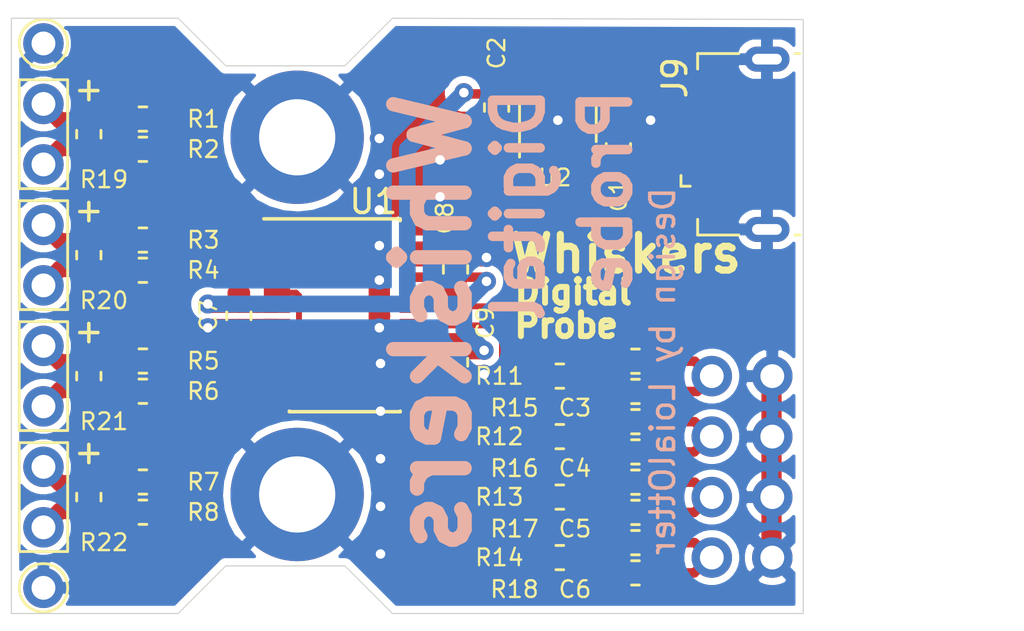
<source format=kicad_pcb>
(kicad_pcb (version 20171130) (host pcbnew "(5.1.5)-3")

  (general
    (thickness 1.6)
    (drawings 23)
    (tracks 231)
    (zones 0)
    (modules 40)
    (nets 40)
  )

  (page A4)
  (layers
    (0 F.Cu signal)
    (31 B.Cu signal)
    (32 B.Adhes user hide)
    (33 F.Adhes user hide)
    (34 B.Paste user hide)
    (35 F.Paste user hide)
    (36 B.SilkS user)
    (37 F.SilkS user)
    (38 B.Mask user hide)
    (39 F.Mask user hide)
    (40 Dwgs.User user hide)
    (41 Cmts.User user hide)
    (42 Eco1.User user hide)
    (43 Eco2.User user hide)
    (44 Edge.Cuts user)
    (45 Margin user hide)
    (46 B.CrtYd user hide)
    (47 F.CrtYd user)
    (48 B.Fab user hide)
    (49 F.Fab user hide)
  )

  (setup
    (last_trace_width 0.4)
    (user_trace_width 0.15)
    (user_trace_width 0.2)
    (user_trace_width 0.22)
    (user_trace_width 0.25)
    (user_trace_width 0.3)
    (user_trace_width 0.4)
    (user_trace_width 0.5)
    (user_trace_width 0.6)
    (user_trace_width 0.7)
    (user_trace_width 0.75)
    (user_trace_width 0.85)
    (trace_clearance 0.2)
    (zone_clearance 0.508)
    (zone_45_only no)
    (trace_min 0.15)
    (via_size 0.8)
    (via_drill 0.4)
    (via_min_size 0.45)
    (via_min_drill 0.25)
    (user_via 0.45 0.25)
    (user_via 0.55 0.35)
    (user_via 0.65 0.45)
    (uvia_size 0.3)
    (uvia_drill 0.1)
    (uvias_allowed no)
    (uvia_min_size 0.2)
    (uvia_min_drill 0.1)
    (edge_width 0.05)
    (segment_width 0.2)
    (pcb_text_width 0.3)
    (pcb_text_size 1.5 1.5)
    (mod_edge_width 0.12)
    (mod_text_size 1 1)
    (mod_text_width 0.15)
    (pad_size 0.875 0.95)
    (pad_drill 0)
    (pad_to_mask_clearance 0.051)
    (solder_mask_min_width 0.25)
    (aux_axis_origin 0 0)
    (visible_elements 7FFFFFFF)
    (pcbplotparams
      (layerselection 0x010fc_ffffffff)
      (usegerberextensions false)
      (usegerberattributes false)
      (usegerberadvancedattributes false)
      (creategerberjobfile false)
      (excludeedgelayer true)
      (linewidth 0.100000)
      (plotframeref false)
      (viasonmask false)
      (mode 1)
      (useauxorigin false)
      (hpglpennumber 1)
      (hpglpenspeed 20)
      (hpglpendiameter 15.000000)
      (psnegative false)
      (psa4output false)
      (plotreference true)
      (plotvalue true)
      (plotinvisibletext false)
      (padsonsilk false)
      (subtractmaskfromsilk false)
      (outputformat 1)
      (mirror false)
      (drillshape 0)
      (scaleselection 1)
      (outputdirectory "Whiskers-LogicProbe-Gerbers/"))
  )

  (net 0 "")
  (net 1 +5V)
  (net 2 GNDREF)
  (net 3 +3V3)
  (net 4 "Net-(C3-Pad2)")
  (net 5 "Net-(C4-Pad2)")
  (net 6 "Net-(C5-Pad2)")
  (net 7 "Net-(C6-Pad2)")
  (net 8 "Net-(J9-Pad3)")
  (net 9 "Net-(J9-Pad4)")
  (net 10 "Net-(J9-Pad2)")
  (net 11 "Net-(U2-Pad4)")
  (net 12 /A)
  (net 13 /B)
  (net 14 /C)
  (net 15 /D)
  (net 16 /A+)
  (net 17 /A-)
  (net 18 /B+)
  (net 19 /B-)
  (net 20 /C+)
  (net 21 /C-)
  (net 22 /D+)
  (net 23 /D-)
  (net 24 /IN1+)
  (net 25 /IN1-)
  (net 26 /IN2+)
  (net 27 /IN2-)
  (net 28 /IN3+)
  (net 29 /IN3-)
  (net 30 /IN4+)
  (net 31 /IN4-)
  (net 32 /OUT1)
  (net 33 /OUT2)
  (net 34 /OUT3)
  (net 35 /OUT4)
  (net 36 "Net-(U1-Pad24)")
  (net 37 "Net-(U1-Pad19)")
  (net 38 "Net-(U1-Pad18)")
  (net 39 "Net-(U1-Pad13)")

  (net_class Default "This is the default net class."
    (clearance 0.2)
    (trace_width 0.25)
    (via_dia 0.8)
    (via_drill 0.4)
    (uvia_dia 0.3)
    (uvia_drill 0.1)
    (add_net +3V3)
    (add_net +5V)
    (add_net /A)
    (add_net /B)
    (add_net /C)
    (add_net /D)
    (add_net /OUT1)
    (add_net /OUT2)
    (add_net /OUT3)
    (add_net /OUT4)
    (add_net GNDREF)
    (add_net "Net-(C3-Pad2)")
    (add_net "Net-(C4-Pad2)")
    (add_net "Net-(C5-Pad2)")
    (add_net "Net-(C6-Pad2)")
    (add_net "Net-(J9-Pad2)")
    (add_net "Net-(J9-Pad3)")
    (add_net "Net-(J9-Pad4)")
    (add_net "Net-(U1-Pad13)")
    (add_net "Net-(U1-Pad18)")
    (add_net "Net-(U1-Pad19)")
    (add_net "Net-(U1-Pad24)")
    (add_net "Net-(U2-Pad4)")
  )

  (net_class Differential ""
    (clearance 0.2)
    (trace_width 0.25)
    (via_dia 0.8)
    (via_drill 0.4)
    (uvia_dia 0.3)
    (uvia_drill 0.1)
    (diff_pair_width 0.4)
    (diff_pair_gap 0.25)
    (add_net /IN1+)
    (add_net /IN1-)
    (add_net /IN2+)
    (add_net /IN2-)
    (add_net /IN3+)
    (add_net /IN3-)
    (add_net /IN4+)
    (add_net /IN4-)
  )

  (net_class Inputs ""
    (clearance 0.15)
    (trace_width 0.25)
    (via_dia 0.7)
    (via_drill 0.4)
    (uvia_dia 0.3)
    (uvia_drill 0.1)
    (diff_pair_width 0.7)
    (diff_pair_gap 0.45)
    (add_net /A+)
    (add_net /A-)
    (add_net /B+)
    (add_net /B-)
    (add_net /C+)
    (add_net /C-)
    (add_net /D+)
    (add_net /D-)
  )

  (module MountingHole:MountingHole_3.2mm_M3_DIN965_Pad (layer F.Cu) (tedit 56D1B4CB) (tstamp 601EBD43)
    (at 104 118)
    (descr "Mounting Hole 3.2mm, M3, DIN965")
    (tags "mounting hole 3.2mm m3 din965")
    (path /604923EE)
    (attr virtual)
    (fp_text reference H2 (at 0 -3.8) (layer F.SilkS) hide
      (effects (font (size 1 1) (thickness 0.15)))
    )
    (fp_text value MountingHole_Pad (at 0 3.8) (layer F.Fab)
      (effects (font (size 1 1) (thickness 0.15)))
    )
    (fp_circle (center 0 0) (end 3.05 0) (layer F.CrtYd) (width 0.05))
    (fp_circle (center 0 0) (end 2.8 0) (layer Cmts.User) (width 0.15))
    (fp_text user %R (at 0.3 0) (layer F.Fab)
      (effects (font (size 1 1) (thickness 0.15)))
    )
    (pad 1 thru_hole circle (at 0 0) (size 5.6 5.6) (drill 3.2) (layers *.Cu *.Mask)
      (net 2 GNDREF))
  )

  (module MountingHole:MountingHole_3.2mm_M3_DIN965_Pad (layer F.Cu) (tedit 56D1B4CB) (tstamp 601EBD3B)
    (at 104 103)
    (descr "Mounting Hole 3.2mm, M3, DIN965")
    (tags "mounting hole 3.2mm m3 din965")
    (path /60488092)
    (attr virtual)
    (fp_text reference H1 (at 0 -3.8) (layer F.SilkS) hide
      (effects (font (size 1 1) (thickness 0.15)))
    )
    (fp_text value MountingHole_Pad (at 0 3.8) (layer F.Fab)
      (effects (font (size 1 1) (thickness 0.15)))
    )
    (fp_circle (center 0 0) (end 3.05 0) (layer F.CrtYd) (width 0.05))
    (fp_circle (center 0 0) (end 2.8 0) (layer Cmts.User) (width 0.15))
    (fp_text user %R (at 0.3 0) (layer F.Fab)
      (effects (font (size 1 1) (thickness 0.15)))
    )
    (pad 1 thru_hole circle (at 0 0) (size 5.6 5.6) (drill 3.2) (layers *.Cu *.Mask)
      (net 2 GNDREF))
  )

  (module Fiducial:Fiducial_0.5mm_Mask1mm (layer F.Cu) (tedit 5C18CB26) (tstamp 601EAD18)
    (at 123 110)
    (descr "Circular Fiducial, 0.5mm bare copper, 1mm soldermask opening (Level C)")
    (tags fiducial)
    (path /6047495D)
    (attr smd)
    (fp_text reference FID3 (at 0 -1.5) (layer F.SilkS) hide
      (effects (font (size 1 1) (thickness 0.15)))
    )
    (fp_text value Fiducial (at 0 1.5) (layer F.Fab)
      (effects (font (size 1 1) (thickness 0.15)))
    )
    (fp_circle (center 0 0) (end 0.75 0) (layer F.CrtYd) (width 0.05))
    (fp_text user %R (at 0 0) (layer F.Fab)
      (effects (font (size 0.2 0.2) (thickness 0.04)))
    )
    (fp_circle (center 0 0) (end 0.5 0) (layer F.Fab) (width 0.1))
    (pad "" smd circle (at 0 0) (size 0.5 0.5) (layers F.Cu F.Mask)
      (solder_mask_margin 0.25) (clearance 0.25))
  )

  (module Fiducial:Fiducial_0.5mm_Mask1mm (layer F.Cu) (tedit 5C18CB26) (tstamp 601E9D74)
    (at 110 121)
    (descr "Circular Fiducial, 0.5mm bare copper, 1mm soldermask opening (Level C)")
    (tags fiducial)
    (path /60466129)
    (attr smd)
    (fp_text reference FID2 (at 0 -1.5) (layer F.SilkS) hide
      (effects (font (size 1 1) (thickness 0.15)))
    )
    (fp_text value Fiducial (at 0 1.5) (layer F.Fab)
      (effects (font (size 1 1) (thickness 0.15)))
    )
    (fp_circle (center 0 0) (end 0.75 0) (layer F.CrtYd) (width 0.05))
    (fp_text user %R (at 0 0) (layer F.Fab)
      (effects (font (size 0.2 0.2) (thickness 0.04)))
    )
    (fp_circle (center 0 0) (end 0.5 0) (layer F.Fab) (width 0.1))
    (pad "" smd circle (at 0 0) (size 0.5 0.5) (layers F.Cu F.Mask)
      (solder_mask_margin 0.25) (clearance 0.25))
  )

  (module Fiducial:Fiducial_0.5mm_Mask1mm (layer F.Cu) (tedit 5C18CB26) (tstamp 601E9D6C)
    (at 97 99)
    (descr "Circular Fiducial, 0.5mm bare copper, 1mm soldermask opening (Level C)")
    (tags fiducial)
    (path /60464D93)
    (attr smd)
    (fp_text reference FID1 (at 0 -1.5) (layer F.SilkS) hide
      (effects (font (size 1 1) (thickness 0.15)))
    )
    (fp_text value Fiducial (at 0 1.5) (layer F.Fab)
      (effects (font (size 1 1) (thickness 0.15)))
    )
    (fp_circle (center 0 0) (end 0.75 0) (layer F.CrtYd) (width 0.05))
    (fp_text user %R (at 0 0) (layer F.Fab)
      (effects (font (size 0.2 0.2) (thickness 0.04)))
    )
    (fp_circle (center 0 0) (end 0.5 0) (layer F.Fab) (width 0.1))
    (pad "" smd circle (at 0 0) (size 0.5 0.5) (layers F.Cu F.Mask)
      (solder_mask_margin 0.25) (clearance 0.25))
  )

  (module Capacitor_SMD:C_0603_1608Metric (layer F.Cu) (tedit 5B301BBE) (tstamp 601E57D4)
    (at 101.55 110.5 90)
    (descr "Capacitor SMD 0603 (1608 Metric), square (rectangular) end terminal, IPC_7351 nominal, (Body size source: http://www.tortai-tech.com/upload/download/2011102023233369053.pdf), generated with kicad-footprint-generator")
    (tags capacitor)
    (path /602B7037)
    (attr smd)
    (fp_text reference C7 (at 0 -1.275 90) (layer F.SilkS)
      (effects (font (size 0.7 0.7) (thickness 0.1)))
    )
    (fp_text value 0.1uF (at 0 1.43 90) (layer F.Fab)
      (effects (font (size 1 1) (thickness 0.15)))
    )
    (fp_text user %R (at 0 0 90) (layer F.Fab)
      (effects (font (size 0.4 0.4) (thickness 0.06)))
    )
    (fp_line (start 1.48 0.73) (end -1.48 0.73) (layer F.CrtYd) (width 0.05))
    (fp_line (start 1.48 -0.73) (end 1.48 0.73) (layer F.CrtYd) (width 0.05))
    (fp_line (start -1.48 -0.73) (end 1.48 -0.73) (layer F.CrtYd) (width 0.05))
    (fp_line (start -1.48 0.73) (end -1.48 -0.73) (layer F.CrtYd) (width 0.05))
    (fp_line (start -0.162779 0.51) (end 0.162779 0.51) (layer F.SilkS) (width 0.12))
    (fp_line (start -0.162779 -0.51) (end 0.162779 -0.51) (layer F.SilkS) (width 0.12))
    (fp_line (start 0.8 0.4) (end -0.8 0.4) (layer F.Fab) (width 0.1))
    (fp_line (start 0.8 -0.4) (end 0.8 0.4) (layer F.Fab) (width 0.1))
    (fp_line (start -0.8 -0.4) (end 0.8 -0.4) (layer F.Fab) (width 0.1))
    (fp_line (start -0.8 0.4) (end -0.8 -0.4) (layer F.Fab) (width 0.1))
    (pad 2 smd roundrect (at 0.7875 0 90) (size 0.875 0.95) (layers F.Cu F.Paste F.Mask) (roundrect_rratio 0.25)
      (net 3 +3V3))
    (pad 1 smd roundrect (at -0.7875 0 90) (size 0.875 0.95) (layers F.Cu F.Paste F.Mask) (roundrect_rratio 0.25)
      (net 2 GNDREF))
    (model ${KISYS3DMOD}/Capacitor_SMD.3dshapes/C_0603_1608Metric.wrl
      (at (xyz 0 0 0))
      (scale (xyz 1 1 1))
      (rotate (xyz 0 0 0))
    )
  )

  (module Capacitor_SMD:C_0603_1608Metric (layer F.Cu) (tedit 5B301BBE) (tstamp 601E57E5)
    (at 110.65 108.55 270)
    (descr "Capacitor SMD 0603 (1608 Metric), square (rectangular) end terminal, IPC_7351 nominal, (Body size source: http://www.tortai-tech.com/upload/download/2011102023233369053.pdf), generated with kicad-footprint-generator")
    (tags capacitor)
    (path /602CC394)
    (attr smd)
    (fp_text reference C8 (at -2.15 0.45 90) (layer F.SilkS)
      (effects (font (size 0.7 0.7) (thickness 0.1)))
    )
    (fp_text value 0.1uF (at 0 1.43 90) (layer F.Fab)
      (effects (font (size 1 1) (thickness 0.15)))
    )
    (fp_text user %R (at 0 0 90) (layer F.Fab)
      (effects (font (size 0.4 0.4) (thickness 0.06)))
    )
    (fp_line (start 1.48 0.73) (end -1.48 0.73) (layer F.CrtYd) (width 0.05))
    (fp_line (start 1.48 -0.73) (end 1.48 0.73) (layer F.CrtYd) (width 0.05))
    (fp_line (start -1.48 -0.73) (end 1.48 -0.73) (layer F.CrtYd) (width 0.05))
    (fp_line (start -1.48 0.73) (end -1.48 -0.73) (layer F.CrtYd) (width 0.05))
    (fp_line (start -0.162779 0.51) (end 0.162779 0.51) (layer F.SilkS) (width 0.12))
    (fp_line (start -0.162779 -0.51) (end 0.162779 -0.51) (layer F.SilkS) (width 0.12))
    (fp_line (start 0.8 0.4) (end -0.8 0.4) (layer F.Fab) (width 0.1))
    (fp_line (start 0.8 -0.4) (end 0.8 0.4) (layer F.Fab) (width 0.1))
    (fp_line (start -0.8 -0.4) (end 0.8 -0.4) (layer F.Fab) (width 0.1))
    (fp_line (start -0.8 0.4) (end -0.8 -0.4) (layer F.Fab) (width 0.1))
    (pad 2 smd roundrect (at 0.7875 0 270) (size 0.875 0.95) (layers F.Cu F.Paste F.Mask) (roundrect_rratio 0.25)
      (net 3 +3V3))
    (pad 1 smd roundrect (at -0.7875 0 270) (size 0.875 0.95) (layers F.Cu F.Paste F.Mask) (roundrect_rratio 0.25)
      (net 2 GNDREF))
    (model ${KISYS3DMOD}/Capacitor_SMD.3dshapes/C_0603_1608Metric.wrl
      (at (xyz 0 0 0))
      (scale (xyz 1 1 1))
      (rotate (xyz 0 0 0))
    )
  )

  (module Capacitor_SMD:C_0603_1608Metric (layer F.Cu) (tedit 5B301BBE) (tstamp 601E57F6)
    (at 110.65 112.45 270)
    (descr "Capacitor SMD 0603 (1608 Metric), square (rectangular) end terminal, IPC_7351 nominal, (Body size source: http://www.tortai-tech.com/upload/download/2011102023233369053.pdf), generated with kicad-footprint-generator")
    (tags capacitor)
    (path /6030448B)
    (attr smd)
    (fp_text reference C9 (at -1.65 -1.25 90) (layer F.SilkS)
      (effects (font (size 0.7 0.7) (thickness 0.1)))
    )
    (fp_text value 0.1uF (at 0 1.43 90) (layer F.Fab)
      (effects (font (size 1 1) (thickness 0.15)))
    )
    (fp_text user %R (at 0 0 90) (layer F.Fab)
      (effects (font (size 0.4 0.4) (thickness 0.06)))
    )
    (fp_line (start 1.48 0.73) (end -1.48 0.73) (layer F.CrtYd) (width 0.05))
    (fp_line (start 1.48 -0.73) (end 1.48 0.73) (layer F.CrtYd) (width 0.05))
    (fp_line (start -1.48 -0.73) (end 1.48 -0.73) (layer F.CrtYd) (width 0.05))
    (fp_line (start -1.48 0.73) (end -1.48 -0.73) (layer F.CrtYd) (width 0.05))
    (fp_line (start -0.162779 0.51) (end 0.162779 0.51) (layer F.SilkS) (width 0.12))
    (fp_line (start -0.162779 -0.51) (end 0.162779 -0.51) (layer F.SilkS) (width 0.12))
    (fp_line (start 0.8 0.4) (end -0.8 0.4) (layer F.Fab) (width 0.1))
    (fp_line (start 0.8 -0.4) (end 0.8 0.4) (layer F.Fab) (width 0.1))
    (fp_line (start -0.8 -0.4) (end 0.8 -0.4) (layer F.Fab) (width 0.1))
    (fp_line (start -0.8 0.4) (end -0.8 -0.4) (layer F.Fab) (width 0.1))
    (pad 2 smd roundrect (at 0.7875 0 270) (size 0.875 0.95) (layers F.Cu F.Paste F.Mask) (roundrect_rratio 0.25)
      (net 2 GNDREF))
    (pad 1 smd roundrect (at -0.7875 0 270) (size 0.875 0.95) (layers F.Cu F.Paste F.Mask) (roundrect_rratio 0.25)
      (net 3 +3V3))
    (model ${KISYS3DMOD}/Capacitor_SMD.3dshapes/C_0603_1608Metric.wrl
      (at (xyz 0 0 0))
      (scale (xyz 1 1 1))
      (rotate (xyz 0 0 0))
    )
  )

  (module Package_SO:TSSOP-24_4.4x7.8mm_P0.65mm (layer F.Cu) (tedit 5A02F25C) (tstamp 601E5BB3)
    (at 106 110.5)
    (descr "TSSOP24: plastic thin shrink small outline package; 24 leads; body width 4.4 mm; (see NXP SSOP-TSSOP-VSO-REFLOW.pdf and sot355-1_po.pdf)")
    (tags "SSOP 0.65")
    (path /60202233)
    (attr smd)
    (fp_text reference U1 (at 1.2 -4.8) (layer F.SilkS)
      (effects (font (size 1 1) (thickness 0.15)))
    )
    (fp_text value "SN65LVDS(T)352" (at 0 4.95) (layer F.Fab)
      (effects (font (size 1 1) (thickness 0.15)))
    )
    (fp_text user %R (at 0 0) (layer F.Fab)
      (effects (font (size 0.8 0.8) (thickness 0.15)))
    )
    (fp_line (start -2.325 4.025) (end 2.325 4.025) (layer F.SilkS) (width 0.15))
    (fp_line (start -3.4 -4.075) (end 2.325 -4.075) (layer F.SilkS) (width 0.15))
    (fp_line (start -2.325 4.025) (end -2.325 4) (layer F.SilkS) (width 0.15))
    (fp_line (start 2.325 4.025) (end 2.325 4) (layer F.SilkS) (width 0.15))
    (fp_line (start 2.325 -4.025) (end 2.325 -4) (layer F.SilkS) (width 0.15))
    (fp_line (start -3.65 4.2) (end 3.65 4.2) (layer F.CrtYd) (width 0.05))
    (fp_line (start -3.65 -4.2) (end 3.65 -4.2) (layer F.CrtYd) (width 0.05))
    (fp_line (start 3.65 -4.2) (end 3.65 4.2) (layer F.CrtYd) (width 0.05))
    (fp_line (start -3.65 -4.2) (end -3.65 4.2) (layer F.CrtYd) (width 0.05))
    (fp_line (start -2.2 -2.9) (end -1.2 -3.9) (layer F.Fab) (width 0.15))
    (fp_line (start -2.2 3.9) (end -2.2 -2.9) (layer F.Fab) (width 0.15))
    (fp_line (start 2.2 3.9) (end -2.2 3.9) (layer F.Fab) (width 0.15))
    (fp_line (start 2.2 -3.9) (end 2.2 3.9) (layer F.Fab) (width 0.15))
    (fp_line (start -1.2 -3.9) (end 2.2 -3.9) (layer F.Fab) (width 0.15))
    (pad 24 smd rect (at 2.85 -3.575) (size 1.1 0.4) (layers F.Cu F.Paste F.Mask)
      (net 36 "Net-(U1-Pad24)"))
    (pad 23 smd rect (at 2.85 -2.925) (size 1.1 0.4) (layers F.Cu F.Paste F.Mask)
      (net 32 /OUT1))
    (pad 22 smd rect (at 2.85 -2.275) (size 1.1 0.4) (layers F.Cu F.Paste F.Mask)
      (net 2 GNDREF))
    (pad 21 smd rect (at 2.85 -1.625) (size 1.1 0.4) (layers F.Cu F.Paste F.Mask)
      (net 3 +3V3))
    (pad 20 smd rect (at 2.85 -0.975) (size 1.1 0.4) (layers F.Cu F.Paste F.Mask)
      (net 33 /OUT2))
    (pad 19 smd rect (at 2.85 -0.325) (size 1.1 0.4) (layers F.Cu F.Paste F.Mask)
      (net 37 "Net-(U1-Pad19)"))
    (pad 18 smd rect (at 2.85 0.325) (size 1.1 0.4) (layers F.Cu F.Paste F.Mask)
      (net 38 "Net-(U1-Pad18)"))
    (pad 17 smd rect (at 2.85 0.975) (size 1.1 0.4) (layers F.Cu F.Paste F.Mask)
      (net 34 /OUT3))
    (pad 16 smd rect (at 2.85 1.625) (size 1.1 0.4) (layers F.Cu F.Paste F.Mask)
      (net 3 +3V3))
    (pad 15 smd rect (at 2.85 2.275) (size 1.1 0.4) (layers F.Cu F.Paste F.Mask)
      (net 2 GNDREF))
    (pad 14 smd rect (at 2.85 2.925) (size 1.1 0.4) (layers F.Cu F.Paste F.Mask)
      (net 35 /OUT4))
    (pad 13 smd rect (at 2.85 3.575) (size 1.1 0.4) (layers F.Cu F.Paste F.Mask)
      (net 39 "Net-(U1-Pad13)"))
    (pad 12 smd rect (at -2.85 3.575) (size 1.1 0.4) (layers F.Cu F.Paste F.Mask)
      (net 31 /IN4-))
    (pad 11 smd rect (at -2.85 2.925) (size 1.1 0.4) (layers F.Cu F.Paste F.Mask)
      (net 30 /IN4+))
    (pad 10 smd rect (at -2.85 2.275) (size 1.1 0.4) (layers F.Cu F.Paste F.Mask)
      (net 29 /IN3-))
    (pad 9 smd rect (at -2.85 1.625) (size 1.1 0.4) (layers F.Cu F.Paste F.Mask)
      (net 28 /IN3+))
    (pad 8 smd rect (at -2.85 0.975) (size 1.1 0.4) (layers F.Cu F.Paste F.Mask)
      (net 3 +3V3))
    (pad 7 smd rect (at -2.85 0.325) (size 1.1 0.4) (layers F.Cu F.Paste F.Mask)
      (net 2 GNDREF))
    (pad 6 smd rect (at -2.85 -0.325) (size 1.1 0.4) (layers F.Cu F.Paste F.Mask)
      (net 3 +3V3))
    (pad 5 smd rect (at -2.85 -0.975) (size 1.1 0.4) (layers F.Cu F.Paste F.Mask)
      (net 3 +3V3))
    (pad 4 smd rect (at -2.85 -1.625) (size 1.1 0.4) (layers F.Cu F.Paste F.Mask)
      (net 27 /IN2-))
    (pad 3 smd rect (at -2.85 -2.275) (size 1.1 0.4) (layers F.Cu F.Paste F.Mask)
      (net 26 /IN2+))
    (pad 2 smd rect (at -2.85 -2.925) (size 1.1 0.4) (layers F.Cu F.Paste F.Mask)
      (net 25 /IN1-))
    (pad 1 smd rect (at -2.85 -3.575) (size 1.1 0.4) (layers F.Cu F.Paste F.Mask)
      (net 24 /IN1+))
    (model ${KISYS3DMOD}/Package_SO.3dshapes/TSSOP-24_4.4x7.8mm_P0.65mm.wrl
      (at (xyz 0 0 0))
      (scale (xyz 1 1 1))
      (rotate (xyz 0 0 0))
    )
  )

  (module Resistor_SMD:R_0603_1608Metric (layer F.Cu) (tedit 6006146A) (tstamp 600622E4)
    (at 95.25 118.11 270)
    (descr "Resistor SMD 0603 (1608 Metric), square (rectangular) end terminal, IPC_7351 nominal, (Body size source: http://www.tortai-tech.com/upload/download/2011102023233369053.pdf), generated with kicad-footprint-generator")
    (tags resistor)
    (path /60310CE6)
    (attr smd)
    (fp_text reference R22 (at 1.905 -0.635 180) (layer F.SilkS)
      (effects (font (size 0.7 0.7) (thickness 0.1)))
    )
    (fp_text value DNP (at 0 1.43 90) (layer F.Fab)
      (effects (font (size 1 1) (thickness 0.15)))
    )
    (fp_text user %R (at 0 0 90) (layer F.Fab)
      (effects (font (size 0.4 0.4) (thickness 0.06)))
    )
    (fp_line (start 1.48 0.73) (end -1.48 0.73) (layer F.CrtYd) (width 0.05))
    (fp_line (start 1.48 -0.73) (end 1.48 0.73) (layer F.CrtYd) (width 0.05))
    (fp_line (start -1.48 -0.73) (end 1.48 -0.73) (layer F.CrtYd) (width 0.05))
    (fp_line (start -1.48 0.73) (end -1.48 -0.73) (layer F.CrtYd) (width 0.05))
    (fp_line (start -0.162779 0.51) (end 0.162779 0.51) (layer F.SilkS) (width 0.12))
    (fp_line (start -0.162779 -0.51) (end 0.162779 -0.51) (layer F.SilkS) (width 0.12))
    (fp_line (start 0.8 0.4) (end -0.8 0.4) (layer F.Fab) (width 0.1))
    (fp_line (start 0.8 -0.4) (end 0.8 0.4) (layer F.Fab) (width 0.1))
    (fp_line (start -0.8 -0.4) (end 0.8 -0.4) (layer F.Fab) (width 0.1))
    (fp_line (start -0.8 0.4) (end -0.8 -0.4) (layer F.Fab) (width 0.1))
    (pad 2 smd roundrect (at 0.7875 0 270) (size 0.875 0.95) (layers F.Cu F.Mask) (roundrect_rratio 0.25)
      (net 23 /D-))
    (pad 1 smd roundrect (at -0.7875 0 270) (size 0.875 0.95) (layers F.Cu F.Mask) (roundrect_rratio 0.25)
      (net 22 /D+))
  )

  (module Resistor_SMD:R_0603_1608Metric (layer F.Cu) (tedit 6006145E) (tstamp 600622D3)
    (at 95.25 113.03 270)
    (descr "Resistor SMD 0603 (1608 Metric), square (rectangular) end terminal, IPC_7351 nominal, (Body size source: http://www.tortai-tech.com/upload/download/2011102023233369053.pdf), generated with kicad-footprint-generator")
    (tags resistor)
    (path /60309EDD)
    (attr smd)
    (fp_text reference R21 (at 1.905 -0.635 180) (layer F.SilkS)
      (effects (font (size 0.7 0.7) (thickness 0.1)))
    )
    (fp_text value DNP (at 0 1.43 90) (layer F.Fab)
      (effects (font (size 1 1) (thickness 0.15)))
    )
    (fp_text user %R (at 0 0 90) (layer F.Fab)
      (effects (font (size 0.4 0.4) (thickness 0.06)))
    )
    (fp_line (start 1.48 0.73) (end -1.48 0.73) (layer F.CrtYd) (width 0.05))
    (fp_line (start 1.48 -0.73) (end 1.48 0.73) (layer F.CrtYd) (width 0.05))
    (fp_line (start -1.48 -0.73) (end 1.48 -0.73) (layer F.CrtYd) (width 0.05))
    (fp_line (start -1.48 0.73) (end -1.48 -0.73) (layer F.CrtYd) (width 0.05))
    (fp_line (start -0.162779 0.51) (end 0.162779 0.51) (layer F.SilkS) (width 0.12))
    (fp_line (start -0.162779 -0.51) (end 0.162779 -0.51) (layer F.SilkS) (width 0.12))
    (fp_line (start 0.8 0.4) (end -0.8 0.4) (layer F.Fab) (width 0.1))
    (fp_line (start 0.8 -0.4) (end 0.8 0.4) (layer F.Fab) (width 0.1))
    (fp_line (start -0.8 -0.4) (end 0.8 -0.4) (layer F.Fab) (width 0.1))
    (fp_line (start -0.8 0.4) (end -0.8 -0.4) (layer F.Fab) (width 0.1))
    (pad 2 smd roundrect (at 0.7875 0 270) (size 0.875 0.95) (layers F.Cu F.Mask) (roundrect_rratio 0.25)
      (net 21 /C-))
    (pad 1 smd roundrect (at -0.7875 0 270) (size 0.875 0.95) (layers F.Cu F.Mask) (roundrect_rratio 0.25)
      (net 20 /C+))
  )

  (module Resistor_SMD:R_0603_1608Metric (layer F.Cu) (tedit 60061451) (tstamp 600622C2)
    (at 95.25 107.95 270)
    (descr "Resistor SMD 0603 (1608 Metric), square (rectangular) end terminal, IPC_7351 nominal, (Body size source: http://www.tortai-tech.com/upload/download/2011102023233369053.pdf), generated with kicad-footprint-generator")
    (tags resistor)
    (path /603032F5)
    (attr smd)
    (fp_text reference R20 (at 1.905 -0.635 180) (layer F.SilkS)
      (effects (font (size 0.7 0.7) (thickness 0.1)))
    )
    (fp_text value DNP (at 0 1.43 90) (layer F.Fab)
      (effects (font (size 1 1) (thickness 0.15)))
    )
    (fp_text user %R (at 0 0 90) (layer F.Fab)
      (effects (font (size 0.4 0.4) (thickness 0.06)))
    )
    (fp_line (start 1.48 0.73) (end -1.48 0.73) (layer F.CrtYd) (width 0.05))
    (fp_line (start 1.48 -0.73) (end 1.48 0.73) (layer F.CrtYd) (width 0.05))
    (fp_line (start -1.48 -0.73) (end 1.48 -0.73) (layer F.CrtYd) (width 0.05))
    (fp_line (start -1.48 0.73) (end -1.48 -0.73) (layer F.CrtYd) (width 0.05))
    (fp_line (start -0.162779 0.51) (end 0.162779 0.51) (layer F.SilkS) (width 0.12))
    (fp_line (start -0.162779 -0.51) (end 0.162779 -0.51) (layer F.SilkS) (width 0.12))
    (fp_line (start 0.8 0.4) (end -0.8 0.4) (layer F.Fab) (width 0.1))
    (fp_line (start 0.8 -0.4) (end 0.8 0.4) (layer F.Fab) (width 0.1))
    (fp_line (start -0.8 -0.4) (end 0.8 -0.4) (layer F.Fab) (width 0.1))
    (fp_line (start -0.8 0.4) (end -0.8 -0.4) (layer F.Fab) (width 0.1))
    (pad 2 smd roundrect (at 0.7875 0 270) (size 0.875 0.95) (layers F.Cu F.Mask) (roundrect_rratio 0.25)
      (net 19 /B-))
    (pad 1 smd roundrect (at -0.7875 0 270) (size 0.875 0.95) (layers F.Cu F.Mask) (roundrect_rratio 0.25)
      (net 18 /B+))
  )

  (module Resistor_SMD:R_0603_1608Metric (layer F.Cu) (tedit 60061442) (tstamp 60062794)
    (at 95.25 102.87 270)
    (descr "Resistor SMD 0603 (1608 Metric), square (rectangular) end terminal, IPC_7351 nominal, (Body size source: http://www.tortai-tech.com/upload/download/2011102023233369053.pdf), generated with kicad-footprint-generator")
    (tags resistor)
    (path /602FC10B)
    (attr smd)
    (fp_text reference R19 (at 1.905 -0.635 180) (layer F.SilkS)
      (effects (font (size 0.7 0.7) (thickness 0.1)))
    )
    (fp_text value DNP (at 0 1.43 90) (layer F.Fab)
      (effects (font (size 1 1) (thickness 0.15)))
    )
    (fp_text user %R (at 0 0 90) (layer F.Fab)
      (effects (font (size 0.4 0.4) (thickness 0.06)))
    )
    (fp_line (start 1.48 0.73) (end -1.48 0.73) (layer F.CrtYd) (width 0.05))
    (fp_line (start 1.48 -0.73) (end 1.48 0.73) (layer F.CrtYd) (width 0.05))
    (fp_line (start -1.48 -0.73) (end 1.48 -0.73) (layer F.CrtYd) (width 0.05))
    (fp_line (start -1.48 0.73) (end -1.48 -0.73) (layer F.CrtYd) (width 0.05))
    (fp_line (start -0.162779 0.51) (end 0.162779 0.51) (layer F.SilkS) (width 0.12))
    (fp_line (start -0.162779 -0.51) (end 0.162779 -0.51) (layer F.SilkS) (width 0.12))
    (fp_line (start 0.8 0.4) (end -0.8 0.4) (layer F.Fab) (width 0.1))
    (fp_line (start 0.8 -0.4) (end 0.8 0.4) (layer F.Fab) (width 0.1))
    (fp_line (start -0.8 -0.4) (end 0.8 -0.4) (layer F.Fab) (width 0.1))
    (fp_line (start -0.8 0.4) (end -0.8 -0.4) (layer F.Fab) (width 0.1))
    (pad 2 smd roundrect (at 0.7875 0 270) (size 0.875 0.95) (layers F.Cu F.Mask) (roundrect_rratio 0.25)
      (net 17 /A-))
    (pad 1 smd roundrect (at -0.7875 0 270) (size 0.875 0.95) (layers F.Cu F.Mask) (roundrect_rratio 0.25)
      (net 16 /A+))
  )

  (module Connector_PinHeader_2.54mm:PinHeader_1x04_P2.54mm_Vertical (layer F.Cu) (tedit 600548AF) (tstamp 60055B2D)
    (at 121.412 113.03)
    (descr "Through hole straight pin header, 1x04, 2.54mm pitch, single row")
    (tags "Through hole pin header THT 1x04 2.54mm single row")
    (path /6004E1E0)
    (fp_text reference J10 (at -1.27 -1.905) (layer F.SilkS) hide
      (effects (font (size 1 1) (thickness 0.15)))
    )
    (fp_text value Conn_01x04_Male (at 0 9.95) (layer F.Fab)
      (effects (font (size 1 1) (thickness 0.15)))
    )
    (fp_text user %R (at 0 3.81 90) (layer F.Fab)
      (effects (font (size 1 1) (thickness 0.15)))
    )
    (fp_line (start 1.8 -1.8) (end -1.8 -1.8) (layer F.CrtYd) (width 0.05))
    (fp_line (start 1.8 9.4) (end 1.8 -1.8) (layer F.CrtYd) (width 0.05))
    (fp_line (start -1.8 9.4) (end 1.8 9.4) (layer F.CrtYd) (width 0.05))
    (fp_line (start -1.8 -1.8) (end -1.8 9.4) (layer F.CrtYd) (width 0.05))
    (fp_line (start -1.27 -0.635) (end -0.635 -1.27) (layer F.Fab) (width 0.1))
    (fp_line (start -1.27 8.89) (end -1.27 -0.635) (layer F.Fab) (width 0.1))
    (fp_line (start 1.27 8.89) (end -1.27 8.89) (layer F.Fab) (width 0.1))
    (fp_line (start 1.27 -1.27) (end 1.27 8.89) (layer F.Fab) (width 0.1))
    (fp_line (start -0.635 -1.27) (end 1.27 -1.27) (layer F.Fab) (width 0.1))
    (pad 4 thru_hole oval (at 0 7.62) (size 1.7 1.7) (drill 1) (layers *.Cu *.Mask)
      (net 15 /D))
    (pad 3 thru_hole oval (at 0 5.08) (size 1.7 1.7) (drill 1) (layers *.Cu *.Mask)
      (net 14 /C))
    (pad 2 thru_hole oval (at 0 2.54) (size 1.7 1.7) (drill 1) (layers *.Cu *.Mask)
      (net 13 /B))
    (pad 1 thru_hole circle (at 0 0) (size 1.7 1.7) (drill 1) (layers *.Cu *.Mask)
      (net 12 /A))
    (model ${KISYS3DMOD}/Connector_PinHeader_2.54mm.3dshapes/PinHeader_1x04_P2.54mm_Vertical.wrl
      (at (xyz 0 0 0))
      (scale (xyz 1 1 1))
      (rotate (xyz 0 0 0))
    )
  )

  (module Connector_PinHeader_2.54mm:PinHeader_1x04_P2.54mm_Horizontal (layer B.Cu) (tedit 60054881) (tstamp 601EAF10)
    (at 123.952 120.65)
    (descr "Through hole angled pin header, 1x04, 2.54mm pitch, 6mm pin length, single row")
    (tags "Through hole angled pin header THT 1x04 2.54mm single row")
    (path /6004D60A)
    (fp_text reference J11 (at 4.385 2.27) (layer B.SilkS) hide
      (effects (font (size 1 1) (thickness 0.15)) (justify mirror))
    )
    (fp_text value Conn_01x04_Male (at 4.385 -9.89) (layer B.Fab)
      (effects (font (size 1 1) (thickness 0.15)) (justify mirror))
    )
    (fp_text user %R (at 2.77 -3.81 -90) (layer B.Fab)
      (effects (font (size 1 1) (thickness 0.15)) (justify mirror))
    )
    (fp_line (start 10.55 1.8) (end -1.8 1.8) (layer B.CrtYd) (width 0.05))
    (fp_line (start 10.55 -9.4) (end 10.55 1.8) (layer B.CrtYd) (width 0.05))
    (fp_line (start -1.8 -9.4) (end 10.55 -9.4) (layer B.CrtYd) (width 0.05))
    (fp_line (start -1.8 1.8) (end -1.8 -9.4) (layer B.CrtYd) (width 0.05))
    (fp_line (start 4.04 -7.94) (end 10.04 -7.94) (layer B.Fab) (width 0.1))
    (fp_line (start 10.04 -7.3) (end 10.04 -7.94) (layer B.Fab) (width 0.1))
    (fp_line (start 4.04 -7.3) (end 10.04 -7.3) (layer B.Fab) (width 0.1))
    (fp_line (start -0.32 -7.94) (end 1.5 -7.94) (layer B.Fab) (width 0.1))
    (fp_line (start -0.32 -7.3) (end -0.32 -7.94) (layer B.Fab) (width 0.1))
    (fp_line (start -0.32 -7.3) (end 1.5 -7.3) (layer B.Fab) (width 0.1))
    (fp_line (start 4.04 -5.4) (end 10.04 -5.4) (layer B.Fab) (width 0.1))
    (fp_line (start 10.04 -4.76) (end 10.04 -5.4) (layer B.Fab) (width 0.1))
    (fp_line (start 4.04 -4.76) (end 10.04 -4.76) (layer B.Fab) (width 0.1))
    (fp_line (start -0.32 -5.4) (end 1.5 -5.4) (layer B.Fab) (width 0.1))
    (fp_line (start -0.32 -4.76) (end -0.32 -5.4) (layer B.Fab) (width 0.1))
    (fp_line (start -0.32 -4.76) (end 1.5 -4.76) (layer B.Fab) (width 0.1))
    (fp_line (start 4.04 -2.86) (end 10.04 -2.86) (layer B.Fab) (width 0.1))
    (fp_line (start 10.04 -2.22) (end 10.04 -2.86) (layer B.Fab) (width 0.1))
    (fp_line (start 4.04 -2.22) (end 10.04 -2.22) (layer B.Fab) (width 0.1))
    (fp_line (start -0.32 -2.86) (end 1.5 -2.86) (layer B.Fab) (width 0.1))
    (fp_line (start -0.32 -2.22) (end -0.32 -2.86) (layer B.Fab) (width 0.1))
    (fp_line (start -0.32 -2.22) (end 1.5 -2.22) (layer B.Fab) (width 0.1))
    (fp_line (start 4.04 -0.32) (end 10.04 -0.32) (layer B.Fab) (width 0.1))
    (fp_line (start 10.04 0.32) (end 10.04 -0.32) (layer B.Fab) (width 0.1))
    (fp_line (start 4.04 0.32) (end 10.04 0.32) (layer B.Fab) (width 0.1))
    (fp_line (start -0.32 -0.32) (end 1.5 -0.32) (layer B.Fab) (width 0.1))
    (fp_line (start -0.32 0.32) (end -0.32 -0.32) (layer B.Fab) (width 0.1))
    (fp_line (start -0.32 0.32) (end 1.5 0.32) (layer B.Fab) (width 0.1))
    (fp_line (start 1.5 0.635) (end 2.135 1.27) (layer B.Fab) (width 0.1))
    (fp_line (start 1.5 -8.89) (end 1.5 0.635) (layer B.Fab) (width 0.1))
    (fp_line (start 4.04 -8.89) (end 1.5 -8.89) (layer B.Fab) (width 0.1))
    (fp_line (start 4.04 1.27) (end 4.04 -8.89) (layer B.Fab) (width 0.1))
    (fp_line (start 2.135 1.27) (end 4.04 1.27) (layer B.Fab) (width 0.1))
    (pad 4 thru_hole oval (at 0 -7.62) (size 1.7 1.7) (drill 1) (layers *.Cu *.Mask)
      (net 2 GNDREF))
    (pad 3 thru_hole oval (at 0 -5.08) (size 1.7 1.7) (drill 1) (layers *.Cu *.Mask)
      (net 2 GNDREF))
    (pad 2 thru_hole oval (at 0 -2.54) (size 1.7 1.7) (drill 1) (layers *.Cu *.Mask)
      (net 2 GNDREF))
    (pad 1 thru_hole circle (at 0 0) (size 1.7 1.7) (drill 1) (layers *.Cu *.Mask)
      (net 2 GNDREF))
    (model ${KISYS3DMOD}/Connector_PinHeader_2.54mm.3dshapes/PinHeader_1x04_P2.54mm_Horizontal.wrl
      (at (xyz 0 0 0))
      (scale (xyz 1 1 1))
      (rotate (xyz 0 0 0))
    )
  )

  (module Connector_PinHeader_2.54mm:PinHeader_1x10_P2.54mm_Vertical (layer F.Cu) (tedit 600547C9) (tstamp 600612C0)
    (at 93.345 99.06)
    (descr "Through hole straight pin header, 1x10, 2.54mm pitch, single row")
    (tags "Through hole pin header THT 1x10 2.54mm single row")
    (path /602874A4)
    (fp_text reference J1 (at 0 -2.33) (layer F.SilkS) hide
      (effects (font (size 1 1) (thickness 0.15)))
    )
    (fp_text value Conn_01x10_Male (at 0 25.19) (layer F.Fab)
      (effects (font (size 1 1) (thickness 0.15)))
    )
    (fp_text user %R (at 0 11.43 90) (layer F.Fab)
      (effects (font (size 1 1) (thickness 0.15)))
    )
    (fp_line (start 1.8 -1.8) (end -1.8 -1.8) (layer F.CrtYd) (width 0.05))
    (fp_line (start 1.8 24.65) (end 1.8 -1.8) (layer F.CrtYd) (width 0.05))
    (fp_line (start -1.8 24.65) (end 1.8 24.65) (layer F.CrtYd) (width 0.05))
    (fp_line (start -1.8 -1.8) (end -1.8 24.65) (layer F.CrtYd) (width 0.05))
    (fp_line (start -1.27 -0.635) (end -0.635 -1.27) (layer F.Fab) (width 0.1))
    (fp_line (start -1.27 24.13) (end -1.27 -0.635) (layer F.Fab) (width 0.1))
    (fp_line (start 1.27 24.13) (end -1.27 24.13) (layer F.Fab) (width 0.1))
    (fp_line (start 1.27 -1.27) (end 1.27 24.13) (layer F.Fab) (width 0.1))
    (fp_line (start -0.635 -1.27) (end 1.27 -1.27) (layer F.Fab) (width 0.1))
    (fp_circle (center 0 22.86) (end 1.016 22.86) (layer F.SilkS) (width 0.12))
    (fp_circle (center 0 0) (end 1.016 0) (layer F.SilkS) (width 0.12))
    (fp_line (start -1.016 1.524) (end 1.016 1.524) (layer F.SilkS) (width 0.12))
    (fp_line (start 1.016 1.524) (end 1.016 6.096) (layer F.SilkS) (width 0.12))
    (fp_line (start 1.016 6.096) (end -1.016 6.096) (layer F.SilkS) (width 0.12))
    (fp_line (start -1.016 6.096) (end -1.016 1.524) (layer F.SilkS) (width 0.12))
    (fp_line (start -1.016 11.176) (end -1.016 6.604) (layer F.SilkS) (width 0.12))
    (fp_line (start -1.016 6.604) (end 1.016 6.604) (layer F.SilkS) (width 0.12))
    (fp_line (start 1.016 11.176) (end -1.016 11.176) (layer F.SilkS) (width 0.12))
    (fp_line (start 1.016 6.604) (end 1.016 11.176) (layer F.SilkS) (width 0.12))
    (fp_line (start -1.016 16.256) (end -1.016 11.684) (layer F.SilkS) (width 0.12))
    (fp_line (start -1.016 11.684) (end 1.016 11.684) (layer F.SilkS) (width 0.12))
    (fp_line (start 1.016 16.256) (end -1.016 16.256) (layer F.SilkS) (width 0.12))
    (fp_line (start 1.016 11.684) (end 1.016 16.256) (layer F.SilkS) (width 0.12))
    (fp_line (start -1.016 21.336) (end -1.016 16.764) (layer F.SilkS) (width 0.12))
    (fp_line (start -1.016 16.764) (end 1.016 16.764) (layer F.SilkS) (width 0.12))
    (fp_line (start 1.016 21.336) (end -1.016 21.336) (layer F.SilkS) (width 0.12))
    (fp_line (start 1.016 16.764) (end 1.016 21.336) (layer F.SilkS) (width 0.12))
    (pad 10 thru_hole oval (at 0 22.86) (size 1.7 1.7) (drill 1) (layers *.Cu *.Mask)
      (net 2 GNDREF))
    (pad 9 thru_hole oval (at 0 20.32) (size 1.7 1.7) (drill 1) (layers *.Cu *.Mask)
      (net 23 /D-))
    (pad 8 thru_hole oval (at 0 17.78) (size 1.7 1.7) (drill 1) (layers *.Cu *.Mask)
      (net 22 /D+))
    (pad 7 thru_hole oval (at 0 15.24) (size 1.7 1.7) (drill 1) (layers *.Cu *.Mask)
      (net 21 /C-))
    (pad 6 thru_hole oval (at 0 12.7) (size 1.7 1.7) (drill 1) (layers *.Cu *.Mask)
      (net 20 /C+))
    (pad 5 thru_hole oval (at 0 10.16) (size 1.7 1.7) (drill 1) (layers *.Cu *.Mask)
      (net 19 /B-))
    (pad 4 thru_hole oval (at 0 7.62) (size 1.7 1.7) (drill 1) (layers *.Cu *.Mask)
      (net 18 /B+))
    (pad 3 thru_hole oval (at 0 5.08) (size 1.7 1.7) (drill 1) (layers *.Cu *.Mask)
      (net 17 /A-))
    (pad 2 thru_hole oval (at 0 2.54) (size 1.7 1.7) (drill 1) (layers *.Cu *.Mask)
      (net 16 /A+))
    (pad 1 thru_hole circle (at 0 0) (size 1.7 1.7) (drill 1) (layers *.Cu *.Mask)
      (net 2 GNDREF))
  )

  (module Connector_USB:USB_Micro-B_GCT_USB3076-30-A (layer F.Cu) (tedit 60053D17) (tstamp 6005F1F7)
    (at 122.527 103.295 90)
    (descr "GCT Micro USB https://gct.co/files/drawings/usb3076.pdf")
    (tags "Micro-USB SMD Typ-B GCT")
    (path /601289A5)
    (attr smd)
    (fp_text reference J9 (at 2.794 -2.667 90) (layer F.SilkS)
      (effects (font (size 1 1) (thickness 0.15)))
    )
    (fp_text value USB_B_Micro (at 0 5.2 90) (layer F.Fab)
      (effects (font (size 1 1) (thickness 0.15)))
    )
    (fp_line (start -1.1 -2.16) (end -1.1 -1.95) (layer F.Fab) (width 0.1))
    (fp_line (start -1.5 -2.16) (end -1.5 -1.95) (layer F.Fab) (width 0.1))
    (fp_line (start -1.5 -2.16) (end -1.1 -2.16) (layer F.Fab) (width 0.1))
    (fp_line (start -1.1 -1.95) (end -1.3 -1.75) (layer F.Fab) (width 0.1))
    (fp_line (start -1.3 -1.75) (end -1.5 -1.95) (layer F.Fab) (width 0.1))
    (fp_line (start -1.76 -2.41) (end -1.76 -2.02) (layer F.SilkS) (width 0.12))
    (fp_line (start -1.76 -2.41) (end -1.31 -2.41) (layer F.SilkS) (width 0.12))
    (fp_text user %R (at 0 0.85 90) (layer F.Fab)
      (effects (font (size 1 1) (thickness 0.15)))
    )
    (fp_line (start 3.81 -1.71) (end 3.16 -1.71) (layer F.SilkS) (width 0.12))
    (fp_line (start 3.81 0.02) (end 3.81 -1.71) (layer F.SilkS) (width 0.12))
    (fp_line (start -3.81 2.59) (end -3.81 2.38) (layer F.SilkS) (width 0.12))
    (fp_line (start -3.7 3.95) (end -3.7 -1.6) (layer F.Fab) (width 0.1))
    (fp_line (start -3.7 -1.6) (end 3.7 -1.6) (layer F.Fab) (width 0.1))
    (fp_line (start -3.7 3.95) (end 3.7 3.95) (layer F.Fab) (width 0.1))
    (fp_line (start -3 2.65) (end 3 2.65) (layer F.Fab) (width 0.1))
    (fp_line (start 3.7 3.95) (end 3.7 -1.6) (layer F.Fab) (width 0.1))
    (fp_line (start 3.81 2.59) (end 3.81 2.38) (layer F.SilkS) (width 0.12))
    (fp_line (start -3.81 0.02) (end -3.81 -1.71) (layer F.SilkS) (width 0.12))
    (fp_line (start -3.81 -1.71) (end -3.15 -1.71) (layer F.SilkS) (width 0.12))
    (fp_text user "PCB Edge" (at 0 2.65 90) (layer Dwgs.User)
      (effects (font (size 0.5 0.5) (thickness 0.08)))
    )
    (fp_line (start -4.6 4.45) (end -4.6 -2.65) (layer F.CrtYd) (width 0.05))
    (fp_line (start -4.6 -2.65) (end 4.6 -2.65) (layer F.CrtYd) (width 0.05))
    (fp_line (start 4.6 -2.65) (end 4.6 4.45) (layer F.CrtYd) (width 0.05))
    (fp_line (start -4.6 4.45) (end 4.6 4.45) (layer F.CrtYd) (width 0.05))
    (pad 6 smd rect (at -2.32 -1.03 90) (size 1.15 1.45) (layers F.Cu F.Paste F.Mask)
      (net 2 GNDREF))
    (pad 6 smd rect (at 2.32 -1.03 90) (size 1.15 1.45) (layers F.Cu F.Paste F.Mask)
      (net 2 GNDREF))
    (pad 6 thru_hole oval (at 3.575 1.2 90) (size 1.05 1.9) (drill oval 0.45 1.25) (layers *.Cu *.Mask)
      (net 2 GNDREF))
    (pad 6 thru_hole oval (at -3.575 1.2 270) (size 1.05 1.9) (drill oval 0.45 1.25) (layers *.Cu *.Mask)
      (net 2 GNDREF))
    (pad 6 smd rect (at -1.125 1.2 90) (size 1.75 1.9) (layers F.Cu F.Paste F.Mask)
      (net 2 GNDREF))
    (pad 3 smd rect (at 0 -1.45 90) (size 0.4 1.4) (layers F.Cu F.Paste F.Mask)
      (net 8 "Net-(J9-Pad3)"))
    (pad 4 smd rect (at 0.65 -1.45 90) (size 0.4 1.4) (layers F.Cu F.Paste F.Mask)
      (net 9 "Net-(J9-Pad4)"))
    (pad 5 smd rect (at 1.3 -1.45 90) (size 0.4 1.4) (layers F.Cu F.Paste F.Mask)
      (net 2 GNDREF))
    (pad 1 smd rect (at -1.3 -1.45 90) (size 0.4 1.4) (layers F.Cu F.Paste F.Mask)
      (net 1 +5V))
    (pad 2 smd rect (at -0.65 -1.45 90) (size 0.4 1.4) (layers F.Cu F.Paste F.Mask)
      (net 10 "Net-(J9-Pad2)"))
    (pad 6 smd rect (at 1.125 1.2 90) (size 1.75 1.9) (layers F.Cu F.Paste F.Mask)
      (net 2 GNDREF))
    (model ${KISYS3DMOD}/Connector_USB.3dshapes/USB3076-30-A.stp
      (offset (xyz -3.7 -4.3 0.3))
      (scale (xyz 1 1 1))
      (rotate (xyz -90 0 0))
    )
  )

  (module Package_TO_SOT_SMD:SOT-23-5 (layer F.Cu) (tedit 5A02FF57) (tstamp 60052A35)
    (at 114.948 102.283 90)
    (descr "5-pin SOT23 package")
    (tags SOT-23-5)
    (path /600EF769)
    (attr smd)
    (fp_text reference U2 (at -2.413 -0.127 180) (layer F.SilkS)
      (effects (font (size 0.7 0.7) (thickness 0.1)))
    )
    (fp_text value MIC5504-3.3YM5 (at 0 2.9 90) (layer F.Fab)
      (effects (font (size 1 1) (thickness 0.15)))
    )
    (fp_line (start 0.9 -1.55) (end 0.9 1.55) (layer F.Fab) (width 0.1))
    (fp_line (start 0.9 1.55) (end -0.9 1.55) (layer F.Fab) (width 0.1))
    (fp_line (start -0.9 -0.9) (end -0.9 1.55) (layer F.Fab) (width 0.1))
    (fp_line (start 0.9 -1.55) (end -0.25 -1.55) (layer F.Fab) (width 0.1))
    (fp_line (start -0.9 -0.9) (end -0.25 -1.55) (layer F.Fab) (width 0.1))
    (fp_line (start -1.9 1.8) (end -1.9 -1.8) (layer F.CrtYd) (width 0.05))
    (fp_line (start 1.9 1.8) (end -1.9 1.8) (layer F.CrtYd) (width 0.05))
    (fp_line (start 1.9 -1.8) (end 1.9 1.8) (layer F.CrtYd) (width 0.05))
    (fp_line (start -1.9 -1.8) (end 1.9 -1.8) (layer F.CrtYd) (width 0.05))
    (fp_line (start 0.9 -1.61) (end -1.55 -1.61) (layer F.SilkS) (width 0.12))
    (fp_line (start -0.9 1.61) (end 0.9 1.61) (layer F.SilkS) (width 0.12))
    (fp_text user %R (at 0 0) (layer F.Fab)
      (effects (font (size 0.5 0.5) (thickness 0.075)))
    )
    (pad 5 smd rect (at 1.1 -0.95 90) (size 1.06 0.65) (layers F.Cu F.Paste F.Mask)
      (net 3 +3V3))
    (pad 4 smd rect (at 1.1 0.95 90) (size 1.06 0.65) (layers F.Cu F.Paste F.Mask)
      (net 11 "Net-(U2-Pad4)"))
    (pad 3 smd rect (at -1.1 0.95 90) (size 1.06 0.65) (layers F.Cu F.Paste F.Mask)
      (net 1 +5V))
    (pad 2 smd rect (at -1.1 0 90) (size 1.06 0.65) (layers F.Cu F.Paste F.Mask)
      (net 2 GNDREF))
    (pad 1 smd rect (at -1.1 -0.95 90) (size 1.06 0.65) (layers F.Cu F.Paste F.Mask)
      (net 1 +5V))
    (model ${KISYS3DMOD}/Package_TO_SOT_SMD.3dshapes/SOT-23-5.wrl
      (at (xyz 0 0 0))
      (scale (xyz 1 1 1))
      (rotate (xyz 0 0 0))
    )
  )

  (module Resistor_SMD:R_0603_1608Metric (layer F.Cu) (tedit 5B301BBD) (tstamp 60055AC6)
    (at 118.205 120.0235 180)
    (descr "Resistor SMD 0603 (1608 Metric), square (rectangular) end terminal, IPC_7351 nominal, (Body size source: http://www.tortai-tech.com/upload/download/2011102023233369053.pdf), generated with kicad-footprint-generator")
    (tags resistor)
    (path /6005B61B)
    (attr smd)
    (fp_text reference R18 (at 5.08 -1.96) (layer F.SilkS)
      (effects (font (size 0.7 0.7) (thickness 0.1)))
    )
    (fp_text value 90.9k (at 0 1.43) (layer F.Fab)
      (effects (font (size 1 1) (thickness 0.15)))
    )
    (fp_text user %R (at 0 0) (layer F.Fab)
      (effects (font (size 0.4 0.4) (thickness 0.06)))
    )
    (fp_line (start 1.48 0.73) (end -1.48 0.73) (layer F.CrtYd) (width 0.05))
    (fp_line (start 1.48 -0.73) (end 1.48 0.73) (layer F.CrtYd) (width 0.05))
    (fp_line (start -1.48 -0.73) (end 1.48 -0.73) (layer F.CrtYd) (width 0.05))
    (fp_line (start -1.48 0.73) (end -1.48 -0.73) (layer F.CrtYd) (width 0.05))
    (fp_line (start -0.162779 0.51) (end 0.162779 0.51) (layer F.SilkS) (width 0.12))
    (fp_line (start -0.162779 -0.51) (end 0.162779 -0.51) (layer F.SilkS) (width 0.12))
    (fp_line (start 0.8 0.4) (end -0.8 0.4) (layer F.Fab) (width 0.1))
    (fp_line (start 0.8 -0.4) (end 0.8 0.4) (layer F.Fab) (width 0.1))
    (fp_line (start -0.8 -0.4) (end 0.8 -0.4) (layer F.Fab) (width 0.1))
    (fp_line (start -0.8 0.4) (end -0.8 -0.4) (layer F.Fab) (width 0.1))
    (pad 2 smd roundrect (at 0.7875 0 180) (size 0.875 0.95) (layers F.Cu F.Paste F.Mask) (roundrect_rratio 0.25)
      (net 7 "Net-(C6-Pad2)"))
    (pad 1 smd roundrect (at -0.7875 0 180) (size 0.875 0.95) (layers F.Cu F.Paste F.Mask) (roundrect_rratio 0.25)
      (net 15 /D))
    (model ${KISYS3DMOD}/Resistor_SMD.3dshapes/R_0603_1608Metric.wrl
      (at (xyz 0 0 0))
      (scale (xyz 1 1 1))
      (rotate (xyz 0 0 0))
    )
  )

  (module Resistor_SMD:R_0603_1608Metric (layer F.Cu) (tedit 5B301BBD) (tstamp 600559B2)
    (at 118.205 117.4835 180)
    (descr "Resistor SMD 0603 (1608 Metric), square (rectangular) end terminal, IPC_7351 nominal, (Body size source: http://www.tortai-tech.com/upload/download/2011102023233369053.pdf), generated with kicad-footprint-generator")
    (tags resistor)
    (path /6005A7F6)
    (attr smd)
    (fp_text reference R17 (at 5.08 -1.96) (layer F.SilkS)
      (effects (font (size 0.7 0.7) (thickness 0.1)))
    )
    (fp_text value 90.9k (at 0 1.43) (layer F.Fab)
      (effects (font (size 1 1) (thickness 0.15)))
    )
    (fp_text user %R (at 0 0) (layer F.Fab)
      (effects (font (size 0.4 0.4) (thickness 0.06)))
    )
    (fp_line (start 1.48 0.73) (end -1.48 0.73) (layer F.CrtYd) (width 0.05))
    (fp_line (start 1.48 -0.73) (end 1.48 0.73) (layer F.CrtYd) (width 0.05))
    (fp_line (start -1.48 -0.73) (end 1.48 -0.73) (layer F.CrtYd) (width 0.05))
    (fp_line (start -1.48 0.73) (end -1.48 -0.73) (layer F.CrtYd) (width 0.05))
    (fp_line (start -0.162779 0.51) (end 0.162779 0.51) (layer F.SilkS) (width 0.12))
    (fp_line (start -0.162779 -0.51) (end 0.162779 -0.51) (layer F.SilkS) (width 0.12))
    (fp_line (start 0.8 0.4) (end -0.8 0.4) (layer F.Fab) (width 0.1))
    (fp_line (start 0.8 -0.4) (end 0.8 0.4) (layer F.Fab) (width 0.1))
    (fp_line (start -0.8 -0.4) (end 0.8 -0.4) (layer F.Fab) (width 0.1))
    (fp_line (start -0.8 0.4) (end -0.8 -0.4) (layer F.Fab) (width 0.1))
    (pad 2 smd roundrect (at 0.7875 0 180) (size 0.875 0.95) (layers F.Cu F.Paste F.Mask) (roundrect_rratio 0.25)
      (net 6 "Net-(C5-Pad2)"))
    (pad 1 smd roundrect (at -0.7875 0 180) (size 0.875 0.95) (layers F.Cu F.Paste F.Mask) (roundrect_rratio 0.25)
      (net 14 /C))
    (model ${KISYS3DMOD}/Resistor_SMD.3dshapes/R_0603_1608Metric.wrl
      (at (xyz 0 0 0))
      (scale (xyz 1 1 1))
      (rotate (xyz 0 0 0))
    )
  )

  (module Resistor_SMD:R_0603_1608Metric (layer F.Cu) (tedit 5B301BBD) (tstamp 60055C2B)
    (at 118.205 114.9435 180)
    (descr "Resistor SMD 0603 (1608 Metric), square (rectangular) end terminal, IPC_7351 nominal, (Body size source: http://www.tortai-tech.com/upload/download/2011102023233369053.pdf), generated with kicad-footprint-generator")
    (tags resistor)
    (path /60059793)
    (attr smd)
    (fp_text reference R16 (at 5.08 -1.96) (layer F.SilkS)
      (effects (font (size 0.7 0.7) (thickness 0.1)))
    )
    (fp_text value 90.9k (at 0 1.43) (layer F.Fab)
      (effects (font (size 1 1) (thickness 0.15)))
    )
    (fp_text user %R (at 0 0) (layer F.Fab)
      (effects (font (size 0.4 0.4) (thickness 0.06)))
    )
    (fp_line (start 1.48 0.73) (end -1.48 0.73) (layer F.CrtYd) (width 0.05))
    (fp_line (start 1.48 -0.73) (end 1.48 0.73) (layer F.CrtYd) (width 0.05))
    (fp_line (start -1.48 -0.73) (end 1.48 -0.73) (layer F.CrtYd) (width 0.05))
    (fp_line (start -1.48 0.73) (end -1.48 -0.73) (layer F.CrtYd) (width 0.05))
    (fp_line (start -0.162779 0.51) (end 0.162779 0.51) (layer F.SilkS) (width 0.12))
    (fp_line (start -0.162779 -0.51) (end 0.162779 -0.51) (layer F.SilkS) (width 0.12))
    (fp_line (start 0.8 0.4) (end -0.8 0.4) (layer F.Fab) (width 0.1))
    (fp_line (start 0.8 -0.4) (end 0.8 0.4) (layer F.Fab) (width 0.1))
    (fp_line (start -0.8 -0.4) (end 0.8 -0.4) (layer F.Fab) (width 0.1))
    (fp_line (start -0.8 0.4) (end -0.8 -0.4) (layer F.Fab) (width 0.1))
    (pad 2 smd roundrect (at 0.7875 0 180) (size 0.875 0.95) (layers F.Cu F.Paste F.Mask) (roundrect_rratio 0.25)
      (net 5 "Net-(C4-Pad2)"))
    (pad 1 smd roundrect (at -0.7875 0 180) (size 0.875 0.95) (layers F.Cu F.Paste F.Mask) (roundrect_rratio 0.25)
      (net 13 /B))
    (model ${KISYS3DMOD}/Resistor_SMD.3dshapes/R_0603_1608Metric.wrl
      (at (xyz 0 0 0))
      (scale (xyz 1 1 1))
      (rotate (xyz 0 0 0))
    )
  )

  (module Resistor_SMD:R_0603_1608Metric (layer F.Cu) (tedit 5B301BBD) (tstamp 60055AF6)
    (at 118.205 112.4035 180)
    (descr "Resistor SMD 0603 (1608 Metric), square (rectangular) end terminal, IPC_7351 nominal, (Body size source: http://www.tortai-tech.com/upload/download/2011102023233369053.pdf), generated with kicad-footprint-generator")
    (tags resistor)
    (path /60054352)
    (attr smd)
    (fp_text reference R15 (at 5.08 -1.96) (layer F.SilkS)
      (effects (font (size 0.7 0.7) (thickness 0.1)))
    )
    (fp_text value 90.9k (at 0 1.43) (layer F.Fab)
      (effects (font (size 1 1) (thickness 0.15)))
    )
    (fp_text user %R (at 0 0) (layer F.Fab)
      (effects (font (size 0.4 0.4) (thickness 0.06)))
    )
    (fp_line (start 1.48 0.73) (end -1.48 0.73) (layer F.CrtYd) (width 0.05))
    (fp_line (start 1.48 -0.73) (end 1.48 0.73) (layer F.CrtYd) (width 0.05))
    (fp_line (start -1.48 -0.73) (end 1.48 -0.73) (layer F.CrtYd) (width 0.05))
    (fp_line (start -1.48 0.73) (end -1.48 -0.73) (layer F.CrtYd) (width 0.05))
    (fp_line (start -0.162779 0.51) (end 0.162779 0.51) (layer F.SilkS) (width 0.12))
    (fp_line (start -0.162779 -0.51) (end 0.162779 -0.51) (layer F.SilkS) (width 0.12))
    (fp_line (start 0.8 0.4) (end -0.8 0.4) (layer F.Fab) (width 0.1))
    (fp_line (start 0.8 -0.4) (end 0.8 0.4) (layer F.Fab) (width 0.1))
    (fp_line (start -0.8 -0.4) (end 0.8 -0.4) (layer F.Fab) (width 0.1))
    (fp_line (start -0.8 0.4) (end -0.8 -0.4) (layer F.Fab) (width 0.1))
    (pad 2 smd roundrect (at 0.7875 0 180) (size 0.875 0.95) (layers F.Cu F.Paste F.Mask) (roundrect_rratio 0.25)
      (net 4 "Net-(C3-Pad2)"))
    (pad 1 smd roundrect (at -0.7875 0 180) (size 0.875 0.95) (layers F.Cu F.Paste F.Mask) (roundrect_rratio 0.25)
      (net 12 /A))
    (model ${KISYS3DMOD}/Resistor_SMD.3dshapes/R_0603_1608Metric.wrl
      (at (xyz 0 0 0))
      (scale (xyz 1 1 1))
      (rotate (xyz 0 0 0))
    )
  )

  (module Resistor_SMD:R_0603_1608Metric (layer F.Cu) (tedit 5B301BBD) (tstamp 60055B9B)
    (at 115.03 120.65 180)
    (descr "Resistor SMD 0603 (1608 Metric), square (rectangular) end terminal, IPC_7351 nominal, (Body size source: http://www.tortai-tech.com/upload/download/2011102023233369053.pdf), generated with kicad-footprint-generator")
    (tags resistor)
    (path /6005B615)
    (attr smd)
    (fp_text reference R14 (at 2.54 0) (layer F.SilkS)
      (effects (font (size 0.7 0.7) (thickness 0.1)))
    )
    (fp_text value 250 (at 0 1.43) (layer F.Fab)
      (effects (font (size 1 1) (thickness 0.15)))
    )
    (fp_text user %R (at 0 0) (layer F.Fab)
      (effects (font (size 0.4 0.4) (thickness 0.06)))
    )
    (fp_line (start 1.48 0.73) (end -1.48 0.73) (layer F.CrtYd) (width 0.05))
    (fp_line (start 1.48 -0.73) (end 1.48 0.73) (layer F.CrtYd) (width 0.05))
    (fp_line (start -1.48 -0.73) (end 1.48 -0.73) (layer F.CrtYd) (width 0.05))
    (fp_line (start -1.48 0.73) (end -1.48 -0.73) (layer F.CrtYd) (width 0.05))
    (fp_line (start -0.162779 0.51) (end 0.162779 0.51) (layer F.SilkS) (width 0.12))
    (fp_line (start -0.162779 -0.51) (end 0.162779 -0.51) (layer F.SilkS) (width 0.12))
    (fp_line (start 0.8 0.4) (end -0.8 0.4) (layer F.Fab) (width 0.1))
    (fp_line (start 0.8 -0.4) (end 0.8 0.4) (layer F.Fab) (width 0.1))
    (fp_line (start -0.8 -0.4) (end 0.8 -0.4) (layer F.Fab) (width 0.1))
    (fp_line (start -0.8 0.4) (end -0.8 -0.4) (layer F.Fab) (width 0.1))
    (pad 2 smd roundrect (at 0.7875 0 180) (size 0.875 0.95) (layers F.Cu F.Paste F.Mask) (roundrect_rratio 0.25)
      (net 35 /OUT4))
    (pad 1 smd roundrect (at -0.7875 0 180) (size 0.875 0.95) (layers F.Cu F.Paste F.Mask) (roundrect_rratio 0.25)
      (net 7 "Net-(C6-Pad2)"))
    (model ${KISYS3DMOD}/Resistor_SMD.3dshapes/R_0603_1608Metric.wrl
      (at (xyz 0 0 0))
      (scale (xyz 1 1 1))
      (rotate (xyz 0 0 0))
    )
  )

  (module Resistor_SMD:R_0603_1608Metric (layer F.Cu) (tedit 5B301BBD) (tstamp 60055BCB)
    (at 115.03 118.11 180)
    (descr "Resistor SMD 0603 (1608 Metric), square (rectangular) end terminal, IPC_7351 nominal, (Body size source: http://www.tortai-tech.com/upload/download/2011102023233369053.pdf), generated with kicad-footprint-generator")
    (tags resistor)
    (path /6005A7F0)
    (attr smd)
    (fp_text reference R13 (at 2.54 0) (layer F.SilkS)
      (effects (font (size 0.7 0.7) (thickness 0.1)))
    )
    (fp_text value 250 (at 0 1.43) (layer F.Fab)
      (effects (font (size 1 1) (thickness 0.15)))
    )
    (fp_text user %R (at 0 0) (layer F.Fab)
      (effects (font (size 0.4 0.4) (thickness 0.06)))
    )
    (fp_line (start 1.48 0.73) (end -1.48 0.73) (layer F.CrtYd) (width 0.05))
    (fp_line (start 1.48 -0.73) (end 1.48 0.73) (layer F.CrtYd) (width 0.05))
    (fp_line (start -1.48 -0.73) (end 1.48 -0.73) (layer F.CrtYd) (width 0.05))
    (fp_line (start -1.48 0.73) (end -1.48 -0.73) (layer F.CrtYd) (width 0.05))
    (fp_line (start -0.162779 0.51) (end 0.162779 0.51) (layer F.SilkS) (width 0.12))
    (fp_line (start -0.162779 -0.51) (end 0.162779 -0.51) (layer F.SilkS) (width 0.12))
    (fp_line (start 0.8 0.4) (end -0.8 0.4) (layer F.Fab) (width 0.1))
    (fp_line (start 0.8 -0.4) (end 0.8 0.4) (layer F.Fab) (width 0.1))
    (fp_line (start -0.8 -0.4) (end 0.8 -0.4) (layer F.Fab) (width 0.1))
    (fp_line (start -0.8 0.4) (end -0.8 -0.4) (layer F.Fab) (width 0.1))
    (pad 2 smd roundrect (at 0.7875 0 180) (size 0.875 0.95) (layers F.Cu F.Paste F.Mask) (roundrect_rratio 0.25)
      (net 34 /OUT3))
    (pad 1 smd roundrect (at -0.7875 0 180) (size 0.875 0.95) (layers F.Cu F.Paste F.Mask) (roundrect_rratio 0.25)
      (net 6 "Net-(C5-Pad2)"))
    (model ${KISYS3DMOD}/Resistor_SMD.3dshapes/R_0603_1608Metric.wrl
      (at (xyz 0 0 0))
      (scale (xyz 1 1 1))
      (rotate (xyz 0 0 0))
    )
  )

  (module Resistor_SMD:R_0603_1608Metric (layer F.Cu) (tedit 5B301BBD) (tstamp 60055B6B)
    (at 115.03 115.57 180)
    (descr "Resistor SMD 0603 (1608 Metric), square (rectangular) end terminal, IPC_7351 nominal, (Body size source: http://www.tortai-tech.com/upload/download/2011102023233369053.pdf), generated with kicad-footprint-generator")
    (tags resistor)
    (path /6005978D)
    (attr smd)
    (fp_text reference R12 (at 2.54 0) (layer F.SilkS)
      (effects (font (size 0.7 0.7) (thickness 0.1)))
    )
    (fp_text value 250 (at 0 1.43) (layer F.Fab)
      (effects (font (size 1 1) (thickness 0.15)))
    )
    (fp_text user %R (at 0 0) (layer F.Fab)
      (effects (font (size 0.4 0.4) (thickness 0.06)))
    )
    (fp_line (start 1.48 0.73) (end -1.48 0.73) (layer F.CrtYd) (width 0.05))
    (fp_line (start 1.48 -0.73) (end 1.48 0.73) (layer F.CrtYd) (width 0.05))
    (fp_line (start -1.48 -0.73) (end 1.48 -0.73) (layer F.CrtYd) (width 0.05))
    (fp_line (start -1.48 0.73) (end -1.48 -0.73) (layer F.CrtYd) (width 0.05))
    (fp_line (start -0.162779 0.51) (end 0.162779 0.51) (layer F.SilkS) (width 0.12))
    (fp_line (start -0.162779 -0.51) (end 0.162779 -0.51) (layer F.SilkS) (width 0.12))
    (fp_line (start 0.8 0.4) (end -0.8 0.4) (layer F.Fab) (width 0.1))
    (fp_line (start 0.8 -0.4) (end 0.8 0.4) (layer F.Fab) (width 0.1))
    (fp_line (start -0.8 -0.4) (end 0.8 -0.4) (layer F.Fab) (width 0.1))
    (fp_line (start -0.8 0.4) (end -0.8 -0.4) (layer F.Fab) (width 0.1))
    (pad 2 smd roundrect (at 0.7875 0 180) (size 0.875 0.95) (layers F.Cu F.Paste F.Mask) (roundrect_rratio 0.25)
      (net 33 /OUT2))
    (pad 1 smd roundrect (at -0.7875 0 180) (size 0.875 0.95) (layers F.Cu F.Paste F.Mask) (roundrect_rratio 0.25)
      (net 5 "Net-(C4-Pad2)"))
    (model ${KISYS3DMOD}/Resistor_SMD.3dshapes/R_0603_1608Metric.wrl
      (at (xyz 0 0 0))
      (scale (xyz 1 1 1))
      (rotate (xyz 0 0 0))
    )
  )

  (module Resistor_SMD:R_0603_1608Metric (layer F.Cu) (tedit 5B301BBD) (tstamp 60055BFB)
    (at 115.03 113.03 180)
    (descr "Resistor SMD 0603 (1608 Metric), square (rectangular) end terminal, IPC_7351 nominal, (Body size source: http://www.tortai-tech.com/upload/download/2011102023233369053.pdf), generated with kicad-footprint-generator")
    (tags resistor)
    (path /600528F1)
    (attr smd)
    (fp_text reference R11 (at 2.54 0) (layer F.SilkS)
      (effects (font (size 0.7 0.7) (thickness 0.1)))
    )
    (fp_text value 250 (at 0 1.43) (layer F.Fab)
      (effects (font (size 1 1) (thickness 0.15)))
    )
    (fp_text user %R (at 0 0) (layer F.Fab)
      (effects (font (size 0.4 0.4) (thickness 0.06)))
    )
    (fp_line (start 1.48 0.73) (end -1.48 0.73) (layer F.CrtYd) (width 0.05))
    (fp_line (start 1.48 -0.73) (end 1.48 0.73) (layer F.CrtYd) (width 0.05))
    (fp_line (start -1.48 -0.73) (end 1.48 -0.73) (layer F.CrtYd) (width 0.05))
    (fp_line (start -1.48 0.73) (end -1.48 -0.73) (layer F.CrtYd) (width 0.05))
    (fp_line (start -0.162779 0.51) (end 0.162779 0.51) (layer F.SilkS) (width 0.12))
    (fp_line (start -0.162779 -0.51) (end 0.162779 -0.51) (layer F.SilkS) (width 0.12))
    (fp_line (start 0.8 0.4) (end -0.8 0.4) (layer F.Fab) (width 0.1))
    (fp_line (start 0.8 -0.4) (end 0.8 0.4) (layer F.Fab) (width 0.1))
    (fp_line (start -0.8 -0.4) (end 0.8 -0.4) (layer F.Fab) (width 0.1))
    (fp_line (start -0.8 0.4) (end -0.8 -0.4) (layer F.Fab) (width 0.1))
    (pad 2 smd roundrect (at 0.7875 0 180) (size 0.875 0.95) (layers F.Cu F.Paste F.Mask) (roundrect_rratio 0.25)
      (net 32 /OUT1))
    (pad 1 smd roundrect (at -0.7875 0 180) (size 0.875 0.95) (layers F.Cu F.Paste F.Mask) (roundrect_rratio 0.25)
      (net 4 "Net-(C3-Pad2)"))
    (model ${KISYS3DMOD}/Resistor_SMD.3dshapes/R_0603_1608Metric.wrl
      (at (xyz 0 0 0))
      (scale (xyz 1 1 1))
      (rotate (xyz 0 0 0))
    )
  )

  (module Resistor_SMD:R_0603_1608Metric (layer F.Cu) (tedit 5B301BBD) (tstamp 60052956)
    (at 97.52 118.745 180)
    (descr "Resistor SMD 0603 (1608 Metric), square (rectangular) end terminal, IPC_7351 nominal, (Body size source: http://www.tortai-tech.com/upload/download/2011102023233369053.pdf), generated with kicad-footprint-generator")
    (tags resistor)
    (path /6007FEFD)
    (attr smd)
    (fp_text reference R8 (at -2.54 0) (layer F.SilkS)
      (effects (font (size 0.7 0.7) (thickness 0.1)))
    )
    (fp_text value 250 (at 0 1.43) (layer F.Fab)
      (effects (font (size 1 1) (thickness 0.15)))
    )
    (fp_text user %R (at 0 0) (layer F.Fab)
      (effects (font (size 0.4 0.4) (thickness 0.06)))
    )
    (fp_line (start 1.48 0.73) (end -1.48 0.73) (layer F.CrtYd) (width 0.05))
    (fp_line (start 1.48 -0.73) (end 1.48 0.73) (layer F.CrtYd) (width 0.05))
    (fp_line (start -1.48 -0.73) (end 1.48 -0.73) (layer F.CrtYd) (width 0.05))
    (fp_line (start -1.48 0.73) (end -1.48 -0.73) (layer F.CrtYd) (width 0.05))
    (fp_line (start -0.162779 0.51) (end 0.162779 0.51) (layer F.SilkS) (width 0.12))
    (fp_line (start -0.162779 -0.51) (end 0.162779 -0.51) (layer F.SilkS) (width 0.12))
    (fp_line (start 0.8 0.4) (end -0.8 0.4) (layer F.Fab) (width 0.1))
    (fp_line (start 0.8 -0.4) (end 0.8 0.4) (layer F.Fab) (width 0.1))
    (fp_line (start -0.8 -0.4) (end 0.8 -0.4) (layer F.Fab) (width 0.1))
    (fp_line (start -0.8 0.4) (end -0.8 -0.4) (layer F.Fab) (width 0.1))
    (pad 2 smd roundrect (at 0.7875 0 180) (size 0.875 0.95) (layers F.Cu F.Paste F.Mask) (roundrect_rratio 0.25)
      (net 23 /D-))
    (pad 1 smd roundrect (at -0.7875 0 180) (size 0.875 0.95) (layers F.Cu F.Paste F.Mask) (roundrect_rratio 0.25)
      (net 31 /IN4-))
    (model ${KISYS3DMOD}/Resistor_SMD.3dshapes/R_0603_1608Metric.wrl
      (at (xyz 0 0 0))
      (scale (xyz 1 1 1))
      (rotate (xyz 0 0 0))
    )
  )

  (module Resistor_SMD:R_0603_1608Metric (layer F.Cu) (tedit 5B301BBD) (tstamp 60052945)
    (at 97.52 117.475 180)
    (descr "Resistor SMD 0603 (1608 Metric), square (rectangular) end terminal, IPC_7351 nominal, (Body size source: http://www.tortai-tech.com/upload/download/2011102023233369053.pdf), generated with kicad-footprint-generator")
    (tags resistor)
    (path /6007FEF7)
    (attr smd)
    (fp_text reference R7 (at -2.54 0) (layer F.SilkS)
      (effects (font (size 0.7 0.7) (thickness 0.1)))
    )
    (fp_text value 250 (at 0 1.43) (layer F.Fab)
      (effects (font (size 1 1) (thickness 0.15)))
    )
    (fp_text user %R (at 0 0) (layer F.Fab)
      (effects (font (size 0.4 0.4) (thickness 0.06)))
    )
    (fp_line (start 1.48 0.73) (end -1.48 0.73) (layer F.CrtYd) (width 0.05))
    (fp_line (start 1.48 -0.73) (end 1.48 0.73) (layer F.CrtYd) (width 0.05))
    (fp_line (start -1.48 -0.73) (end 1.48 -0.73) (layer F.CrtYd) (width 0.05))
    (fp_line (start -1.48 0.73) (end -1.48 -0.73) (layer F.CrtYd) (width 0.05))
    (fp_line (start -0.162779 0.51) (end 0.162779 0.51) (layer F.SilkS) (width 0.12))
    (fp_line (start -0.162779 -0.51) (end 0.162779 -0.51) (layer F.SilkS) (width 0.12))
    (fp_line (start 0.8 0.4) (end -0.8 0.4) (layer F.Fab) (width 0.1))
    (fp_line (start 0.8 -0.4) (end 0.8 0.4) (layer F.Fab) (width 0.1))
    (fp_line (start -0.8 -0.4) (end 0.8 -0.4) (layer F.Fab) (width 0.1))
    (fp_line (start -0.8 0.4) (end -0.8 -0.4) (layer F.Fab) (width 0.1))
    (pad 2 smd roundrect (at 0.7875 0 180) (size 0.875 0.95) (layers F.Cu F.Paste F.Mask) (roundrect_rratio 0.25)
      (net 22 /D+))
    (pad 1 smd roundrect (at -0.7875 0 180) (size 0.875 0.95) (layers F.Cu F.Paste F.Mask) (roundrect_rratio 0.25)
      (net 30 /IN4+))
    (model ${KISYS3DMOD}/Resistor_SMD.3dshapes/R_0603_1608Metric.wrl
      (at (xyz 0 0 0))
      (scale (xyz 1 1 1))
      (rotate (xyz 0 0 0))
    )
  )

  (module Resistor_SMD:R_0603_1608Metric (layer F.Cu) (tedit 5B301BBD) (tstamp 60052934)
    (at 97.52 113.665 180)
    (descr "Resistor SMD 0603 (1608 Metric), square (rectangular) end terminal, IPC_7351 nominal, (Body size source: http://www.tortai-tech.com/upload/download/2011102023233369053.pdf), generated with kicad-footprint-generator")
    (tags resistor)
    (path /6007E932)
    (attr smd)
    (fp_text reference R6 (at -2.54 0) (layer F.SilkS)
      (effects (font (size 0.7 0.7) (thickness 0.1)))
    )
    (fp_text value 250 (at 0 1.43) (layer F.Fab)
      (effects (font (size 1 1) (thickness 0.15)))
    )
    (fp_text user %R (at 0 0) (layer F.Fab)
      (effects (font (size 0.4 0.4) (thickness 0.06)))
    )
    (fp_line (start 1.48 0.73) (end -1.48 0.73) (layer F.CrtYd) (width 0.05))
    (fp_line (start 1.48 -0.73) (end 1.48 0.73) (layer F.CrtYd) (width 0.05))
    (fp_line (start -1.48 -0.73) (end 1.48 -0.73) (layer F.CrtYd) (width 0.05))
    (fp_line (start -1.48 0.73) (end -1.48 -0.73) (layer F.CrtYd) (width 0.05))
    (fp_line (start -0.162779 0.51) (end 0.162779 0.51) (layer F.SilkS) (width 0.12))
    (fp_line (start -0.162779 -0.51) (end 0.162779 -0.51) (layer F.SilkS) (width 0.12))
    (fp_line (start 0.8 0.4) (end -0.8 0.4) (layer F.Fab) (width 0.1))
    (fp_line (start 0.8 -0.4) (end 0.8 0.4) (layer F.Fab) (width 0.1))
    (fp_line (start -0.8 -0.4) (end 0.8 -0.4) (layer F.Fab) (width 0.1))
    (fp_line (start -0.8 0.4) (end -0.8 -0.4) (layer F.Fab) (width 0.1))
    (pad 2 smd roundrect (at 0.7875 0 180) (size 0.875 0.95) (layers F.Cu F.Paste F.Mask) (roundrect_rratio 0.25)
      (net 21 /C-))
    (pad 1 smd roundrect (at -0.7875 0 180) (size 0.875 0.95) (layers F.Cu F.Paste F.Mask) (roundrect_rratio 0.25)
      (net 29 /IN3-))
    (model ${KISYS3DMOD}/Resistor_SMD.3dshapes/R_0603_1608Metric.wrl
      (at (xyz 0 0 0))
      (scale (xyz 1 1 1))
      (rotate (xyz 0 0 0))
    )
  )

  (module Resistor_SMD:R_0603_1608Metric (layer F.Cu) (tedit 5B301BBD) (tstamp 600626F0)
    (at 97.52 112.395 180)
    (descr "Resistor SMD 0603 (1608 Metric), square (rectangular) end terminal, IPC_7351 nominal, (Body size source: http://www.tortai-tech.com/upload/download/2011102023233369053.pdf), generated with kicad-footprint-generator")
    (tags resistor)
    (path /6007E92C)
    (attr smd)
    (fp_text reference R5 (at -2.54 0) (layer F.SilkS)
      (effects (font (size 0.7 0.7) (thickness 0.1)))
    )
    (fp_text value 250 (at 0 1.43) (layer F.Fab)
      (effects (font (size 1 1) (thickness 0.15)))
    )
    (fp_text user %R (at 0 0) (layer F.Fab)
      (effects (font (size 0.4 0.4) (thickness 0.06)))
    )
    (fp_line (start 1.48 0.73) (end -1.48 0.73) (layer F.CrtYd) (width 0.05))
    (fp_line (start 1.48 -0.73) (end 1.48 0.73) (layer F.CrtYd) (width 0.05))
    (fp_line (start -1.48 -0.73) (end 1.48 -0.73) (layer F.CrtYd) (width 0.05))
    (fp_line (start -1.48 0.73) (end -1.48 -0.73) (layer F.CrtYd) (width 0.05))
    (fp_line (start -0.162779 0.51) (end 0.162779 0.51) (layer F.SilkS) (width 0.12))
    (fp_line (start -0.162779 -0.51) (end 0.162779 -0.51) (layer F.SilkS) (width 0.12))
    (fp_line (start 0.8 0.4) (end -0.8 0.4) (layer F.Fab) (width 0.1))
    (fp_line (start 0.8 -0.4) (end 0.8 0.4) (layer F.Fab) (width 0.1))
    (fp_line (start -0.8 -0.4) (end 0.8 -0.4) (layer F.Fab) (width 0.1))
    (fp_line (start -0.8 0.4) (end -0.8 -0.4) (layer F.Fab) (width 0.1))
    (pad 2 smd roundrect (at 0.7875 0 180) (size 0.875 0.95) (layers F.Cu F.Paste F.Mask) (roundrect_rratio 0.25)
      (net 20 /C+))
    (pad 1 smd roundrect (at -0.7875 0 180) (size 0.875 0.95) (layers F.Cu F.Paste F.Mask) (roundrect_rratio 0.25)
      (net 28 /IN3+))
    (model ${KISYS3DMOD}/Resistor_SMD.3dshapes/R_0603_1608Metric.wrl
      (at (xyz 0 0 0))
      (scale (xyz 1 1 1))
      (rotate (xyz 0 0 0))
    )
  )

  (module Resistor_SMD:R_0603_1608Metric (layer F.Cu) (tedit 5B301BBD) (tstamp 60052912)
    (at 97.52 108.585 180)
    (descr "Resistor SMD 0603 (1608 Metric), square (rectangular) end terminal, IPC_7351 nominal, (Body size source: http://www.tortai-tech.com/upload/download/2011102023233369053.pdf), generated with kicad-footprint-generator")
    (tags resistor)
    (path /6007D055)
    (attr smd)
    (fp_text reference R4 (at -2.54 0) (layer F.SilkS)
      (effects (font (size 0.7 0.7) (thickness 0.1)))
    )
    (fp_text value 250 (at 0 1.43) (layer F.Fab)
      (effects (font (size 1 1) (thickness 0.15)))
    )
    (fp_text user %R (at 0 0) (layer F.Fab)
      (effects (font (size 0.4 0.4) (thickness 0.06)))
    )
    (fp_line (start 1.48 0.73) (end -1.48 0.73) (layer F.CrtYd) (width 0.05))
    (fp_line (start 1.48 -0.73) (end 1.48 0.73) (layer F.CrtYd) (width 0.05))
    (fp_line (start -1.48 -0.73) (end 1.48 -0.73) (layer F.CrtYd) (width 0.05))
    (fp_line (start -1.48 0.73) (end -1.48 -0.73) (layer F.CrtYd) (width 0.05))
    (fp_line (start -0.162779 0.51) (end 0.162779 0.51) (layer F.SilkS) (width 0.12))
    (fp_line (start -0.162779 -0.51) (end 0.162779 -0.51) (layer F.SilkS) (width 0.12))
    (fp_line (start 0.8 0.4) (end -0.8 0.4) (layer F.Fab) (width 0.1))
    (fp_line (start 0.8 -0.4) (end 0.8 0.4) (layer F.Fab) (width 0.1))
    (fp_line (start -0.8 -0.4) (end 0.8 -0.4) (layer F.Fab) (width 0.1))
    (fp_line (start -0.8 0.4) (end -0.8 -0.4) (layer F.Fab) (width 0.1))
    (pad 2 smd roundrect (at 0.7875 0 180) (size 0.875 0.95) (layers F.Cu F.Paste F.Mask) (roundrect_rratio 0.25)
      (net 19 /B-))
    (pad 1 smd roundrect (at -0.7875 0 180) (size 0.875 0.95) (layers F.Cu F.Paste F.Mask) (roundrect_rratio 0.25)
      (net 27 /IN2-))
    (model ${KISYS3DMOD}/Resistor_SMD.3dshapes/R_0603_1608Metric.wrl
      (at (xyz 0 0 0))
      (scale (xyz 1 1 1))
      (rotate (xyz 0 0 0))
    )
  )

  (module Resistor_SMD:R_0603_1608Metric (layer F.Cu) (tedit 5B301BBD) (tstamp 60052901)
    (at 97.52 107.315 180)
    (descr "Resistor SMD 0603 (1608 Metric), square (rectangular) end terminal, IPC_7351 nominal, (Body size source: http://www.tortai-tech.com/upload/download/2011102023233369053.pdf), generated with kicad-footprint-generator")
    (tags resistor)
    (path /6007D04F)
    (attr smd)
    (fp_text reference R3 (at -2.54 0) (layer F.SilkS)
      (effects (font (size 0.7 0.7) (thickness 0.1)))
    )
    (fp_text value 250 (at 0 1.43) (layer F.Fab)
      (effects (font (size 1 1) (thickness 0.15)))
    )
    (fp_text user %R (at 0 0) (layer F.Fab)
      (effects (font (size 0.4 0.4) (thickness 0.06)))
    )
    (fp_line (start 1.48 0.73) (end -1.48 0.73) (layer F.CrtYd) (width 0.05))
    (fp_line (start 1.48 -0.73) (end 1.48 0.73) (layer F.CrtYd) (width 0.05))
    (fp_line (start -1.48 -0.73) (end 1.48 -0.73) (layer F.CrtYd) (width 0.05))
    (fp_line (start -1.48 0.73) (end -1.48 -0.73) (layer F.CrtYd) (width 0.05))
    (fp_line (start -0.162779 0.51) (end 0.162779 0.51) (layer F.SilkS) (width 0.12))
    (fp_line (start -0.162779 -0.51) (end 0.162779 -0.51) (layer F.SilkS) (width 0.12))
    (fp_line (start 0.8 0.4) (end -0.8 0.4) (layer F.Fab) (width 0.1))
    (fp_line (start 0.8 -0.4) (end 0.8 0.4) (layer F.Fab) (width 0.1))
    (fp_line (start -0.8 -0.4) (end 0.8 -0.4) (layer F.Fab) (width 0.1))
    (fp_line (start -0.8 0.4) (end -0.8 -0.4) (layer F.Fab) (width 0.1))
    (pad 2 smd roundrect (at 0.7875 0 180) (size 0.875 0.95) (layers F.Cu F.Paste F.Mask) (roundrect_rratio 0.25)
      (net 18 /B+))
    (pad 1 smd roundrect (at -0.7875 0 180) (size 0.875 0.95) (layers F.Cu F.Paste F.Mask) (roundrect_rratio 0.25)
      (net 26 /IN2+))
    (model ${KISYS3DMOD}/Resistor_SMD.3dshapes/R_0603_1608Metric.wrl
      (at (xyz 0 0 0))
      (scale (xyz 1 1 1))
      (rotate (xyz 0 0 0))
    )
  )

  (module Resistor_SMD:R_0603_1608Metric (layer F.Cu) (tedit 5B301BBD) (tstamp 60053C2B)
    (at 97.52 103.505 180)
    (descr "Resistor SMD 0603 (1608 Metric), square (rectangular) end terminal, IPC_7351 nominal, (Body size source: http://www.tortai-tech.com/upload/download/2011102023233369053.pdf), generated with kicad-footprint-generator")
    (tags resistor)
    (path /60072772)
    (attr smd)
    (fp_text reference R2 (at -2.54 0) (layer F.SilkS)
      (effects (font (size 0.7 0.7) (thickness 0.1)))
    )
    (fp_text value 250 (at 0 1.43) (layer F.Fab)
      (effects (font (size 1 1) (thickness 0.15)))
    )
    (fp_text user %R (at 0 0) (layer F.Fab)
      (effects (font (size 0.4 0.4) (thickness 0.06)))
    )
    (fp_line (start 1.48 0.73) (end -1.48 0.73) (layer F.CrtYd) (width 0.05))
    (fp_line (start 1.48 -0.73) (end 1.48 0.73) (layer F.CrtYd) (width 0.05))
    (fp_line (start -1.48 -0.73) (end 1.48 -0.73) (layer F.CrtYd) (width 0.05))
    (fp_line (start -1.48 0.73) (end -1.48 -0.73) (layer F.CrtYd) (width 0.05))
    (fp_line (start -0.162779 0.51) (end 0.162779 0.51) (layer F.SilkS) (width 0.12))
    (fp_line (start -0.162779 -0.51) (end 0.162779 -0.51) (layer F.SilkS) (width 0.12))
    (fp_line (start 0.8 0.4) (end -0.8 0.4) (layer F.Fab) (width 0.1))
    (fp_line (start 0.8 -0.4) (end 0.8 0.4) (layer F.Fab) (width 0.1))
    (fp_line (start -0.8 -0.4) (end 0.8 -0.4) (layer F.Fab) (width 0.1))
    (fp_line (start -0.8 0.4) (end -0.8 -0.4) (layer F.Fab) (width 0.1))
    (pad 2 smd roundrect (at 0.7875 0 180) (size 0.875 0.95) (layers F.Cu F.Paste F.Mask) (roundrect_rratio 0.25)
      (net 17 /A-))
    (pad 1 smd roundrect (at -0.7875 0 180) (size 0.875 0.95) (layers F.Cu F.Paste F.Mask) (roundrect_rratio 0.25)
      (net 25 /IN1-))
    (model ${KISYS3DMOD}/Resistor_SMD.3dshapes/R_0603_1608Metric.wrl
      (at (xyz 0 0 0))
      (scale (xyz 1 1 1))
      (rotate (xyz 0 0 0))
    )
  )

  (module Resistor_SMD:R_0603_1608Metric (layer F.Cu) (tedit 5B301BBD) (tstamp 60061223)
    (at 97.52 102.235 180)
    (descr "Resistor SMD 0603 (1608 Metric), square (rectangular) end terminal, IPC_7351 nominal, (Body size source: http://www.tortai-tech.com/upload/download/2011102023233369053.pdf), generated with kicad-footprint-generator")
    (tags resistor)
    (path /60071394)
    (attr smd)
    (fp_text reference R1 (at -2.54 0) (layer F.SilkS)
      (effects (font (size 0.7 0.7) (thickness 0.1)))
    )
    (fp_text value 250 (at 0 1.43) (layer F.Fab)
      (effects (font (size 1 1) (thickness 0.15)))
    )
    (fp_text user %R (at 0 0) (layer F.Fab)
      (effects (font (size 0.4 0.4) (thickness 0.06)))
    )
    (fp_line (start 1.48 0.73) (end -1.48 0.73) (layer F.CrtYd) (width 0.05))
    (fp_line (start 1.48 -0.73) (end 1.48 0.73) (layer F.CrtYd) (width 0.05))
    (fp_line (start -1.48 -0.73) (end 1.48 -0.73) (layer F.CrtYd) (width 0.05))
    (fp_line (start -1.48 0.73) (end -1.48 -0.73) (layer F.CrtYd) (width 0.05))
    (fp_line (start -0.162779 0.51) (end 0.162779 0.51) (layer F.SilkS) (width 0.12))
    (fp_line (start -0.162779 -0.51) (end 0.162779 -0.51) (layer F.SilkS) (width 0.12))
    (fp_line (start 0.8 0.4) (end -0.8 0.4) (layer F.Fab) (width 0.1))
    (fp_line (start 0.8 -0.4) (end 0.8 0.4) (layer F.Fab) (width 0.1))
    (fp_line (start -0.8 -0.4) (end 0.8 -0.4) (layer F.Fab) (width 0.1))
    (fp_line (start -0.8 0.4) (end -0.8 -0.4) (layer F.Fab) (width 0.1))
    (pad 2 smd roundrect (at 0.7875 0 180) (size 0.875 0.95) (layers F.Cu F.Paste F.Mask) (roundrect_rratio 0.25)
      (net 16 /A+))
    (pad 1 smd roundrect (at -0.7875 0 180) (size 0.875 0.95) (layers F.Cu F.Paste F.Mask) (roundrect_rratio 0.25)
      (net 24 /IN1+))
    (model ${KISYS3DMOD}/Resistor_SMD.3dshapes/R_0603_1608Metric.wrl
      (at (xyz 0 0 0))
      (scale (xyz 1 1 1))
      (rotate (xyz 0 0 0))
    )
  )

  (module Capacitor_SMD:C_0603_1608Metric (layer F.Cu) (tedit 5B301BBE) (tstamp 600558F2)
    (at 118.205 121.2935 180)
    (descr "Capacitor SMD 0603 (1608 Metric), square (rectangular) end terminal, IPC_7351 nominal, (Body size source: http://www.tortai-tech.com/upload/download/2011102023233369053.pdf), generated with kicad-footprint-generator")
    (tags capacitor)
    (path /6005B60F)
    (attr smd)
    (fp_text reference C6 (at 2.54 -0.69) (layer F.SilkS)
      (effects (font (size 0.7 0.7) (thickness 0.1)))
    )
    (fp_text value 10pF (at 0 1.43) (layer F.Fab)
      (effects (font (size 1 1) (thickness 0.15)))
    )
    (fp_text user %R (at 0 0) (layer F.Fab)
      (effects (font (size 0.4 0.4) (thickness 0.06)))
    )
    (fp_line (start 1.48 0.73) (end -1.48 0.73) (layer F.CrtYd) (width 0.05))
    (fp_line (start 1.48 -0.73) (end 1.48 0.73) (layer F.CrtYd) (width 0.05))
    (fp_line (start -1.48 -0.73) (end 1.48 -0.73) (layer F.CrtYd) (width 0.05))
    (fp_line (start -1.48 0.73) (end -1.48 -0.73) (layer F.CrtYd) (width 0.05))
    (fp_line (start -0.162779 0.51) (end 0.162779 0.51) (layer F.SilkS) (width 0.12))
    (fp_line (start -0.162779 -0.51) (end 0.162779 -0.51) (layer F.SilkS) (width 0.12))
    (fp_line (start 0.8 0.4) (end -0.8 0.4) (layer F.Fab) (width 0.1))
    (fp_line (start 0.8 -0.4) (end 0.8 0.4) (layer F.Fab) (width 0.1))
    (fp_line (start -0.8 -0.4) (end 0.8 -0.4) (layer F.Fab) (width 0.1))
    (fp_line (start -0.8 0.4) (end -0.8 -0.4) (layer F.Fab) (width 0.1))
    (pad 2 smd roundrect (at 0.7875 0 180) (size 0.875 0.95) (layers F.Cu F.Paste F.Mask) (roundrect_rratio 0.25)
      (net 7 "Net-(C6-Pad2)"))
    (pad 1 smd roundrect (at -0.7875 0 180) (size 0.875 0.95) (layers F.Cu F.Paste F.Mask) (roundrect_rratio 0.25)
      (net 15 /D))
    (model ${KISYS3DMOD}/Capacitor_SMD.3dshapes/C_0603_1608Metric.wrl
      (at (xyz 0 0 0))
      (scale (xyz 1 1 1))
      (rotate (xyz 0 0 0))
    )
  )

  (module Capacitor_SMD:C_0603_1608Metric (layer F.Cu) (tedit 5B301BBE) (tstamp 60055922)
    (at 118.205 118.7535 180)
    (descr "Capacitor SMD 0603 (1608 Metric), square (rectangular) end terminal, IPC_7351 nominal, (Body size source: http://www.tortai-tech.com/upload/download/2011102023233369053.pdf), generated with kicad-footprint-generator")
    (tags capacitor)
    (path /6005A7EA)
    (attr smd)
    (fp_text reference C5 (at 2.54 -0.69) (layer F.SilkS)
      (effects (font (size 0.7 0.7) (thickness 0.1)))
    )
    (fp_text value 10pF (at 0 1.43) (layer F.Fab)
      (effects (font (size 1 1) (thickness 0.15)))
    )
    (fp_text user %R (at 0 0) (layer F.Fab)
      (effects (font (size 0.4 0.4) (thickness 0.06)))
    )
    (fp_line (start 1.48 0.73) (end -1.48 0.73) (layer F.CrtYd) (width 0.05))
    (fp_line (start 1.48 -0.73) (end 1.48 0.73) (layer F.CrtYd) (width 0.05))
    (fp_line (start -1.48 -0.73) (end 1.48 -0.73) (layer F.CrtYd) (width 0.05))
    (fp_line (start -1.48 0.73) (end -1.48 -0.73) (layer F.CrtYd) (width 0.05))
    (fp_line (start -0.162779 0.51) (end 0.162779 0.51) (layer F.SilkS) (width 0.12))
    (fp_line (start -0.162779 -0.51) (end 0.162779 -0.51) (layer F.SilkS) (width 0.12))
    (fp_line (start 0.8 0.4) (end -0.8 0.4) (layer F.Fab) (width 0.1))
    (fp_line (start 0.8 -0.4) (end 0.8 0.4) (layer F.Fab) (width 0.1))
    (fp_line (start -0.8 -0.4) (end 0.8 -0.4) (layer F.Fab) (width 0.1))
    (fp_line (start -0.8 0.4) (end -0.8 -0.4) (layer F.Fab) (width 0.1))
    (pad 2 smd roundrect (at 0.7875 0 180) (size 0.875 0.95) (layers F.Cu F.Paste F.Mask) (roundrect_rratio 0.25)
      (net 6 "Net-(C5-Pad2)"))
    (pad 1 smd roundrect (at -0.7875 0 180) (size 0.875 0.95) (layers F.Cu F.Paste F.Mask) (roundrect_rratio 0.25)
      (net 14 /C))
    (model ${KISYS3DMOD}/Capacitor_SMD.3dshapes/C_0603_1608Metric.wrl
      (at (xyz 0 0 0))
      (scale (xyz 1 1 1))
      (rotate (xyz 0 0 0))
    )
  )

  (module Capacitor_SMD:C_0603_1608Metric (layer F.Cu) (tedit 5B301BBE) (tstamp 60055952)
    (at 118.205 116.2135 180)
    (descr "Capacitor SMD 0603 (1608 Metric), square (rectangular) end terminal, IPC_7351 nominal, (Body size source: http://www.tortai-tech.com/upload/download/2011102023233369053.pdf), generated with kicad-footprint-generator")
    (tags capacitor)
    (path /60059787)
    (attr smd)
    (fp_text reference C4 (at 2.54 -0.69) (layer F.SilkS)
      (effects (font (size 0.7 0.7) (thickness 0.1)))
    )
    (fp_text value 10pF (at 0 1.43) (layer F.Fab)
      (effects (font (size 1 1) (thickness 0.15)))
    )
    (fp_text user %R (at 0 0) (layer F.Fab)
      (effects (font (size 0.4 0.4) (thickness 0.06)))
    )
    (fp_line (start 1.48 0.73) (end -1.48 0.73) (layer F.CrtYd) (width 0.05))
    (fp_line (start 1.48 -0.73) (end 1.48 0.73) (layer F.CrtYd) (width 0.05))
    (fp_line (start -1.48 -0.73) (end 1.48 -0.73) (layer F.CrtYd) (width 0.05))
    (fp_line (start -1.48 0.73) (end -1.48 -0.73) (layer F.CrtYd) (width 0.05))
    (fp_line (start -0.162779 0.51) (end 0.162779 0.51) (layer F.SilkS) (width 0.12))
    (fp_line (start -0.162779 -0.51) (end 0.162779 -0.51) (layer F.SilkS) (width 0.12))
    (fp_line (start 0.8 0.4) (end -0.8 0.4) (layer F.Fab) (width 0.1))
    (fp_line (start 0.8 -0.4) (end 0.8 0.4) (layer F.Fab) (width 0.1))
    (fp_line (start -0.8 -0.4) (end 0.8 -0.4) (layer F.Fab) (width 0.1))
    (fp_line (start -0.8 0.4) (end -0.8 -0.4) (layer F.Fab) (width 0.1))
    (pad 2 smd roundrect (at 0.7875 0 180) (size 0.875 0.95) (layers F.Cu F.Paste F.Mask) (roundrect_rratio 0.25)
      (net 5 "Net-(C4-Pad2)"))
    (pad 1 smd roundrect (at -0.7875 0 180) (size 0.875 0.95) (layers F.Cu F.Paste F.Mask) (roundrect_rratio 0.25)
      (net 13 /B))
    (model ${KISYS3DMOD}/Capacitor_SMD.3dshapes/C_0603_1608Metric.wrl
      (at (xyz 0 0 0))
      (scale (xyz 1 1 1))
      (rotate (xyz 0 0 0))
    )
  )

  (module Capacitor_SMD:C_0603_1608Metric (layer F.Cu) (tedit 5B301BBE) (tstamp 60055982)
    (at 118.205 113.6735 180)
    (descr "Capacitor SMD 0603 (1608 Metric), square (rectangular) end terminal, IPC_7351 nominal, (Body size source: http://www.tortai-tech.com/upload/download/2011102023233369053.pdf), generated with kicad-footprint-generator")
    (tags capacitor)
    (path /60051C64)
    (attr smd)
    (fp_text reference C3 (at 2.54 -0.69) (layer F.SilkS)
      (effects (font (size 0.7 0.7) (thickness 0.1)))
    )
    (fp_text value 10pF (at 0 1.43) (layer F.Fab)
      (effects (font (size 1 1) (thickness 0.15)))
    )
    (fp_text user %R (at 0 0) (layer F.Fab)
      (effects (font (size 0.4 0.4) (thickness 0.06)))
    )
    (fp_line (start 1.48 0.73) (end -1.48 0.73) (layer F.CrtYd) (width 0.05))
    (fp_line (start 1.48 -0.73) (end 1.48 0.73) (layer F.CrtYd) (width 0.05))
    (fp_line (start -1.48 -0.73) (end 1.48 -0.73) (layer F.CrtYd) (width 0.05))
    (fp_line (start -1.48 0.73) (end -1.48 -0.73) (layer F.CrtYd) (width 0.05))
    (fp_line (start -0.162779 0.51) (end 0.162779 0.51) (layer F.SilkS) (width 0.12))
    (fp_line (start -0.162779 -0.51) (end 0.162779 -0.51) (layer F.SilkS) (width 0.12))
    (fp_line (start 0.8 0.4) (end -0.8 0.4) (layer F.Fab) (width 0.1))
    (fp_line (start 0.8 -0.4) (end 0.8 0.4) (layer F.Fab) (width 0.1))
    (fp_line (start -0.8 -0.4) (end 0.8 -0.4) (layer F.Fab) (width 0.1))
    (fp_line (start -0.8 0.4) (end -0.8 -0.4) (layer F.Fab) (width 0.1))
    (pad 2 smd roundrect (at 0.7875 0 180) (size 0.875 0.95) (layers F.Cu F.Paste F.Mask) (roundrect_rratio 0.25)
      (net 4 "Net-(C3-Pad2)"))
    (pad 1 smd roundrect (at -0.7875 0 180) (size 0.875 0.95) (layers F.Cu F.Paste F.Mask) (roundrect_rratio 0.25)
      (net 12 /A))
    (model ${KISYS3DMOD}/Capacitor_SMD.3dshapes/C_0603_1608Metric.wrl
      (at (xyz 0 0 0))
      (scale (xyz 1 1 1))
      (rotate (xyz 0 0 0))
    )
  )

  (module Capacitor_SMD:C_0603_1608Metric (layer F.Cu) (tedit 5B301BBE) (tstamp 6005278E)
    (at 112.375 101.75 90)
    (descr "Capacitor SMD 0603 (1608 Metric), square (rectangular) end terminal, IPC_7351 nominal, (Body size source: http://www.tortai-tech.com/upload/download/2011102023233369053.pdf), generated with kicad-footprint-generator")
    (tags capacitor)
    (path /600F0B81)
    (attr smd)
    (fp_text reference C2 (at 2.286 0 90) (layer F.SilkS)
      (effects (font (size 0.7 0.7) (thickness 0.1)))
    )
    (fp_text value 1uF (at 0 1.43 90) (layer F.Fab)
      (effects (font (size 1 1) (thickness 0.15)))
    )
    (fp_text user %R (at 0 0 90) (layer F.Fab)
      (effects (font (size 0.4 0.4) (thickness 0.06)))
    )
    (fp_line (start 1.48 0.73) (end -1.48 0.73) (layer F.CrtYd) (width 0.05))
    (fp_line (start 1.48 -0.73) (end 1.48 0.73) (layer F.CrtYd) (width 0.05))
    (fp_line (start -1.48 -0.73) (end 1.48 -0.73) (layer F.CrtYd) (width 0.05))
    (fp_line (start -1.48 0.73) (end -1.48 -0.73) (layer F.CrtYd) (width 0.05))
    (fp_line (start -0.162779 0.51) (end 0.162779 0.51) (layer F.SilkS) (width 0.12))
    (fp_line (start -0.162779 -0.51) (end 0.162779 -0.51) (layer F.SilkS) (width 0.12))
    (fp_line (start 0.8 0.4) (end -0.8 0.4) (layer F.Fab) (width 0.1))
    (fp_line (start 0.8 -0.4) (end 0.8 0.4) (layer F.Fab) (width 0.1))
    (fp_line (start -0.8 -0.4) (end 0.8 -0.4) (layer F.Fab) (width 0.1))
    (fp_line (start -0.8 0.4) (end -0.8 -0.4) (layer F.Fab) (width 0.1))
    (pad 2 smd roundrect (at 0.7875 0 90) (size 0.875 0.95) (layers F.Cu F.Paste F.Mask) (roundrect_rratio 0.25)
      (net 3 +3V3))
    (pad 1 smd roundrect (at -0.7875 0 90) (size 0.875 0.95) (layers F.Cu F.Paste F.Mask) (roundrect_rratio 0.25)
      (net 2 GNDREF))
    (model ${KISYS3DMOD}/Capacitor_SMD.3dshapes/C_0603_1608Metric.wrl
      (at (xyz 0 0 0))
      (scale (xyz 1 1 1))
      (rotate (xyz 0 0 0))
    )
  )

  (module Capacitor_SMD:C_0603_1608Metric (layer F.Cu) (tedit 5B301BBE) (tstamp 6005277D)
    (at 117.488 103.426 270)
    (descr "Capacitor SMD 0603 (1608 Metric), square (rectangular) end terminal, IPC_7351 nominal, (Body size source: http://www.tortai-tech.com/upload/download/2011102023233369053.pdf), generated with kicad-footprint-generator")
    (tags capacitor)
    (path /600F4B66)
    (attr smd)
    (fp_text reference C1 (at 2.032 0 90) (layer F.SilkS)
      (effects (font (size 0.7 0.7) (thickness 0.1)))
    )
    (fp_text value 1uF (at 0 1.43 90) (layer F.Fab)
      (effects (font (size 1 1) (thickness 0.15)))
    )
    (fp_text user %R (at 0 0 90) (layer F.Fab)
      (effects (font (size 0.4 0.4) (thickness 0.06)))
    )
    (fp_line (start 1.48 0.73) (end -1.48 0.73) (layer F.CrtYd) (width 0.05))
    (fp_line (start 1.48 -0.73) (end 1.48 0.73) (layer F.CrtYd) (width 0.05))
    (fp_line (start -1.48 -0.73) (end 1.48 -0.73) (layer F.CrtYd) (width 0.05))
    (fp_line (start -1.48 0.73) (end -1.48 -0.73) (layer F.CrtYd) (width 0.05))
    (fp_line (start -0.162779 0.51) (end 0.162779 0.51) (layer F.SilkS) (width 0.12))
    (fp_line (start -0.162779 -0.51) (end 0.162779 -0.51) (layer F.SilkS) (width 0.12))
    (fp_line (start 0.8 0.4) (end -0.8 0.4) (layer F.Fab) (width 0.1))
    (fp_line (start 0.8 -0.4) (end 0.8 0.4) (layer F.Fab) (width 0.1))
    (fp_line (start -0.8 -0.4) (end 0.8 -0.4) (layer F.Fab) (width 0.1))
    (fp_line (start -0.8 0.4) (end -0.8 -0.4) (layer F.Fab) (width 0.1))
    (pad 2 smd roundrect (at 0.7875 0 270) (size 0.875 0.95) (layers F.Cu F.Paste F.Mask) (roundrect_rratio 0.25)
      (net 1 +5V))
    (pad 1 smd roundrect (at -0.7875 0 270) (size 0.875 0.95) (layers F.Cu F.Paste F.Mask) (roundrect_rratio 0.25)
      (net 2 GNDREF))
    (model ${KISYS3DMOD}/Capacitor_SMD.3dshapes/C_0603_1608Metric.wrl
      (at (xyz 0 0 0))
      (scale (xyz 1 1 1))
      (rotate (xyz 0 0 0))
    )
  )

  (gr_text "Design by LoialOtter" (at 119.35 112.825 90) (layer B.SilkS)
    (effects (font (size 1 1) (thickness 0.15)) (justify mirror))
  )
  (gr_text Probe (at 115.3 110.9) (layer F.SilkS) (tstamp 601E83ED)
    (effects (font (size 1 1) (thickness 0.25)))
  )
  (gr_text Digital (at 115.6 109.5) (layer F.SilkS) (tstamp 601E83EC)
    (effects (font (size 1 1) (thickness 0.25)))
  )
  (gr_text Whiskers (at 117.8 107.9) (layer F.SilkS) (tstamp 601E83EB)
    (effects (font (size 1.5 1.5) (thickness 0.3)))
  )
  (gr_text Probe (at 116.975 105.325 90) (layer B.SilkS)
    (effects (font (size 2 2) (thickness 0.4)) (justify mirror))
  )
  (gr_text Digital (at 113.3 105.825 90) (layer B.SilkS) (tstamp 601E82EF)
    (effects (font (size 2 2) (thickness 0.4)) (justify mirror))
  )
  (gr_text Whiskers (at 109.675 110.825 90) (layer B.SilkS) (tstamp 601EB181)
    (effects (font (size 3 3) (thickness 0.6)) (justify mirror))
  )
  (gr_text + (at 95.25 116.205) (layer F.SilkS) (tstamp 600626AC)
    (effects (font (size 1 1) (thickness 0.15)))
  )
  (gr_text + (at 95.25 111.125) (layer F.SilkS) (tstamp 600624F5)
    (effects (font (size 1 1) (thickness 0.15)))
  )
  (gr_text + (at 95.25 106.045) (layer F.SilkS) (tstamp 6005F0BE)
    (effects (font (size 1 1) (thickness 0.15)))
  )
  (gr_text + (at 95.25 100.965) (layer F.SilkS)
    (effects (font (size 1 1) (thickness 0.15)))
  )
  (gr_line (start 108 123) (end 125.25 123) (layer Edge.Cuts) (width 0.05) (tstamp 6005A2FE))
  (gr_line (start 106 121) (end 108 123) (layer Edge.Cuts) (width 0.05))
  (gr_line (start 101 121) (end 106 121) (layer Edge.Cuts) (width 0.05))
  (gr_line (start 108 98) (end 125.25 98.055) (layer Edge.Cuts) (width 0.05))
  (gr_line (start 106 100) (end 108 98) (layer Edge.Cuts) (width 0.05))
  (gr_line (start 101 100) (end 106 100) (layer Edge.Cuts) (width 0.05))
  (gr_line (start 92 123) (end 92 98) (layer Edge.Cuts) (width 0.05) (tstamp 60055C72))
  (gr_line (start 99 123) (end 92 123) (layer Edge.Cuts) (width 0.05))
  (gr_line (start 101 121) (end 99 123) (layer Edge.Cuts) (width 0.05))
  (gr_line (start 125.25 98.055) (end 125.25 123) (layer Edge.Cuts) (width 0.05))
  (gr_line (start 99 98) (end 101 100) (layer Edge.Cuts) (width 0.05))
  (gr_line (start 92 98) (end 99 98) (layer Edge.Cuts) (width 0.05))

  (via (at 107.5 114.5) (size 0.8) (drill 0.4) (layers F.Cu B.Cu) (net 2))
  (via (at 107.5 116.5) (size 0.8) (drill 0.4) (layers F.Cu B.Cu) (net 2))
  (segment (start 101.55 110.175) (end 101.55 109.7) (width 0.4) (layer F.Cu) (net 3) (tstamp 601E66E8))
  (segment (start 101.55 110.825) (end 101.55 111.275) (width 0.4) (layer F.Cu) (net 2) (tstamp 601E66E7))
  (segment (start 110.65 112.125) (end 110.65 111.65) (width 0.4) (layer F.Cu) (net 3) (tstamp 601E66E8))
  (segment (start 110.65 112.775) (end 110.65 113.225) (width 0.4) (layer F.Cu) (net 2) (tstamp 601E66E7))
  (segment (start 108.85 112.125) (end 111.774997 112.125) (width 0.4) (layer F.Cu) (net 3) (tstamp 601E663F))
  (segment (start 111.674997 112.125) (end 111.85 111.949997) (width 0.4) (layer F.Cu) (net 3) (tstamp 601E6640))
  (via (at 111.85 111.949997) (size 0.8) (drill 0.4) (layers F.Cu B.Cu) (net 3) (tstamp 601E6641))
  (segment (start 108.85 112.775) (end 111.775 112.775) (width 0.4) (layer F.Cu) (net 2) (tstamp 601E663D))
  (segment (start 111.675 112.775) (end 111.85 112.95) (width 0.4) (layer F.Cu) (net 2) (tstamp 601E663E))
  (via (at 111.85 112.95) (size 0.8) (drill 0.4) (layers F.Cu B.Cu) (net 2) (tstamp 601E6642))
  (via (at 111.95 108.049997) (size 0.8) (drill 0.4) (layers F.Cu B.Cu) (net 2) (tstamp 601E64CC))
  (via (at 111.95 109.05) (size 0.8) (drill 0.4) (layers F.Cu B.Cu) (net 3) (tstamp 601E64CD))
  (segment (start 114.186 104.569) (end 113.9955 104.3785) (width 0.4) (layer F.Cu) (net 1))
  (segment (start 113.9955 104.3785) (end 113.9955 103.3625) (width 0.4) (layer F.Cu) (net 1))
  (segment (start 115.9005 104.569) (end 115.9005 103.3625) (width 0.4) (layer F.Cu) (net 1))
  (segment (start 115.9005 104.569) (end 114.186 104.569) (width 0.4) (layer F.Cu) (net 1))
  (segment (start 117.488 104.2135) (end 117.488 104.188) (width 0.4) (layer F.Cu) (net 1))
  (segment (start 117.488 104.2135) (end 117.488 104.569) (width 0.4) (layer F.Cu) (net 1))
  (segment (start 117.488 104.569) (end 115.9005 104.569) (width 0.4) (layer F.Cu) (net 1))
  (segment (start 117.92 104.595) (end 120.65 104.595) (width 0.4) (layer F.Cu) (net 1))
  (segment (start 117.475 104.55) (end 117.5 104.575) (width 0.4) (layer F.Cu) (net 1))
  (segment (start 117.9 104.575) (end 117.92 104.595) (width 0.4) (layer F.Cu) (net 1))
  (segment (start 117.5 104.575) (end 117.9 104.575) (width 0.4) (layer F.Cu) (net 1))
  (segment (start 114.948 103.383) (end 114.948 102.283) (width 0.4) (layer F.Cu) (net 2))
  (segment (start 115.266198 102.283) (end 114.948 102.283) (width 0.4) (layer F.Cu) (net 2))
  (segment (start 117.488 102.6385) (end 117.488 102.283) (width 0.4) (layer F.Cu) (net 2))
  (segment (start 117.488 102.283) (end 115.266198 102.283) (width 0.4) (layer F.Cu) (net 2))
  (segment (start 123.92 120.65) (end 123.92 112.92) (width 0.85) (layer F.Cu) (net 2))
  (via (at 100.25 111.000003) (size 0.8) (drill 0.4) (layers F.Cu B.Cu) (net 2))
  (segment (start 100.425003 110.825) (end 100.25 111.000003) (width 0.4) (layer F.Cu) (net 2))
  (segment (start 103.15 110.825) (end 100.425003 110.825) (width 0.4) (layer F.Cu) (net 2))
  (segment (start 111.774997 108.225) (end 111.95 108.049997) (width 0.4) (layer F.Cu) (net 2))
  (segment (start 110.65 108.225) (end 110.65 107.75) (width 0.4) (layer F.Cu) (net 2))
  (segment (start 110.65 108.225) (end 111.774997 108.225) (width 0.4) (layer F.Cu) (net 2))
  (segment (start 108.85 108.225) (end 110.65 108.225) (width 0.4) (layer F.Cu) (net 2))
  (via (at 107.45 111) (size 0.8) (drill 0.4) (layers F.Cu B.Cu) (net 2))
  (segment (start 100.25 111.000003) (end 107.449997 111.000003) (width 0.7) (layer B.Cu) (net 2))
  (segment (start 107.449997 111.000003) (end 107.45 111) (width 0.7) (layer B.Cu) (net 2))
  (segment (start 119.205 101.995) (end 121.077 101.995) (width 0.4) (layer F.Cu) (net 2))
  (segment (start 117.488 102.283) (end 118.842 102.283) (width 0.4) (layer F.Cu) (net 2))
  (segment (start 118.917 102.283) (end 119.205 101.995) (width 0.4) (layer F.Cu) (net 2))
  (segment (start 107.45 108.225) (end 108.85 108.225) (width 0.4) (layer F.Cu) (net 2))
  (segment (start 107.45 108.225) (end 107.45 109) (width 0.4) (layer F.Cu) (net 2))
  (segment (start 107.45 109) (end 107.45 111) (width 0.4) (layer F.Cu) (net 2) (tstamp 601E7AFF))
  (via (at 107.45 109) (size 0.8) (drill 0.4) (layers F.Cu B.Cu) (net 2))
  (segment (start 107.45 107.55) (end 107.45 108.225) (width 0.4) (layer F.Cu) (net 2) (tstamp 601E7B01))
  (via (at 107.45 107.55) (size 0.8) (drill 0.4) (layers F.Cu B.Cu) (net 2))
  (segment (start 107.45 106.05) (end 107.45 107.55) (width 0.4) (layer F.Cu) (net 2) (tstamp 601E7B03))
  (via (at 107.45 106.05) (size 0.8) (drill 0.4) (layers F.Cu B.Cu) (net 2))
  (segment (start 107.45 104.55) (end 107.45 106.05) (width 0.4) (layer F.Cu) (net 2) (tstamp 601E7B05))
  (via (at 107.45 104.55) (size 0.8) (drill 0.4) (layers F.Cu B.Cu) (net 2))
  (segment (start 107.45 103.05) (end 107.45 104.55) (width 0.4) (layer F.Cu) (net 2) (tstamp 601E7B07))
  (via (at 107.45 103.05) (size 0.8) (drill 0.4) (layers F.Cu B.Cu) (net 2))
  (segment (start 107.775 112.775) (end 107.5 112.5) (width 0.4) (layer F.Cu) (net 2))
  (via (at 107.5 112.5) (size 0.8) (drill 0.4) (layers F.Cu B.Cu) (net 2))
  (segment (start 107.45 111) (end 107.45 112.45) (width 0.4) (layer F.Cu) (net 2))
  (segment (start 108.85 112.775) (end 107.775 112.775) (width 0.4) (layer F.Cu) (net 2))
  (segment (start 107.45 112.45) (end 107.5 112.5) (width 0.4) (layer F.Cu) (net 2))
  (via (at 107.5 118.5) (size 0.8) (drill 0.4) (layers F.Cu B.Cu) (net 2))
  (segment (start 107.5 112.5) (end 107.5 118.5) (width 0.4) (layer F.Cu) (net 2))
  (via (at 107.5 120.5) (size 0.8) (drill 0.4) (layers F.Cu B.Cu) (net 2))
  (segment (start 107.5 118.5) (end 107.5 120.5) (width 0.4) (layer F.Cu) (net 2))
  (via (at 110 105.5) (size 0.8) (drill 0.4) (layers F.Cu B.Cu) (net 2))
  (via (at 110 103.95) (size 0.8) (drill 0.4) (layers F.Cu B.Cu) (net 2))
  (segment (start 114.948 102.283) (end 114.948 102.283) (width 0.4) (layer F.Cu) (net 2) (tstamp 601E7D9C))
  (via (at 114.948 102.283) (size 0.8) (drill 0.4) (layers F.Cu B.Cu) (net 2))
  (segment (start 115.142 102.283) (end 118.917 102.283) (width 0.4) (layer F.Cu) (net 2) (tstamp 601E7D9E))
  (via (at 118.842 102.283) (size 0.8) (drill 0.4) (layers F.Cu B.Cu) (net 2))
  (segment (start 107.45 102.6) (end 107.45 103.05) (width 0.4) (layer F.Cu) (net 2))
  (segment (start 114.948 102.283) (end 107.767 102.283) (width 0.4) (layer F.Cu) (net 2))
  (segment (start 107.767 102.283) (end 107.45 102.6) (width 0.4) (layer F.Cu) (net 2))
  (via (at 100.25 110) (size 0.8) (drill 0.4) (layers F.Cu B.Cu) (net 3))
  (segment (start 100.425 110.175) (end 100.25 110) (width 0.4) (layer F.Cu) (net 3))
  (segment (start 111.775 108.875) (end 111.95 109.05) (width 0.4) (layer F.Cu) (net 3))
  (segment (start 110.65 108.875) (end 110.65 109.325) (width 0.4) (layer F.Cu) (net 3))
  (segment (start 110.65 108.875) (end 111.775 108.875) (width 0.4) (layer F.Cu) (net 3))
  (segment (start 108.85 108.875) (end 110.65 108.875) (width 0.4) (layer F.Cu) (net 3))
  (segment (start 102.325 110.175) (end 100.425 110.175) (width 0.4) (layer F.Cu) (net 3))
  (segment (start 103.15 110.175) (end 102.325 110.175) (width 0.4) (layer F.Cu) (net 3))
  (segment (start 103.95 111.475) (end 103.15 111.475) (width 0.25) (layer F.Cu) (net 3))
  (segment (start 104.075 111.35) (end 103.95 111.475) (width 0.25) (layer F.Cu) (net 3))
  (segment (start 103.15 110.175) (end 104.075 110.175) (width 0.25) (layer F.Cu) (net 3))
  (segment (start 104.075 110.175) (end 104.075 111.35) (width 0.25) (layer F.Cu) (net 3))
  (segment (start 104.075 110.175) (end 104.075 109.65) (width 0.25) (layer F.Cu) (net 3))
  (segment (start 104.075 109.65) (end 103.95 109.525) (width 0.25) (layer F.Cu) (net 3))
  (segment (start 103.95 109.525) (end 103.15 109.525) (width 0.25) (layer F.Cu) (net 3))
  (segment (start 111 111.099997) (end 111.85 111.949997) (width 0.7) (layer B.Cu) (net 3))
  (segment (start 111 110) (end 111 111.099997) (width 0.7) (layer B.Cu) (net 3))
  (segment (start 111.05 109.95) (end 111.95 109.05) (width 0.7) (layer B.Cu) (net 3))
  (segment (start 111 110) (end 111.05 109.95) (width 0.7) (layer B.Cu) (net 3))
  (segment (start 107.4 110) (end 111 110) (width 0.7) (layer B.Cu) (net 3))
  (segment (start 100.25 110) (end 107.4 110) (width 0.7) (layer B.Cu) (net 3))
  (via (at 110.999998 101.125) (size 0.8) (drill 0.4) (layers F.Cu B.Cu) (net 3))
  (segment (start 111.057998 101.183) (end 110.999998 101.125) (width 0.4) (layer F.Cu) (net 3))
  (segment (start 108.625 103.499998) (end 110.999998 101.125) (width 0.7) (layer B.Cu) (net 3))
  (segment (start 108.625 110) (end 108.625 103.499998) (width 0.7) (layer B.Cu) (net 3))
  (segment (start 112.375 100.9625) (end 112.375 100.9) (width 0.4) (layer F.Cu) (net 3))
  (segment (start 112.375 100.9625) (end 112.375 101.175) (width 0.4) (layer F.Cu) (net 3))
  (segment (start 113.998 101.183) (end 112.375 101.175) (width 0.4) (layer F.Cu) (net 3))
  (segment (start 112.375 101.175) (end 111.057998 101.183) (width 0.4) (layer F.Cu) (net 3))
  (segment (start 115.792 113.03) (end 116.4185 112.4035) (width 0.4) (layer F.Cu) (net 4))
  (segment (start 116.4185 112.4035) (end 117.4175 112.4035) (width 0.4) (layer F.Cu) (net 4))
  (segment (start 117.4175 113.6735) (end 116.4355 113.6735) (width 0.4) (layer F.Cu) (net 4))
  (segment (start 116.4355 113.6735) (end 115.792 113.03) (width 0.4) (layer F.Cu) (net 4))
  (segment (start 116.4185 114.9435) (end 117.4175 114.9435) (width 0.4) (layer F.Cu) (net 5) (tstamp 6005ABCA))
  (segment (start 117.4175 116.2135) (end 116.4355 116.2135) (width 0.4) (layer F.Cu) (net 5) (tstamp 6005ABCB))
  (segment (start 116.4355 116.2135) (end 115.792 115.57) (width 0.4) (layer F.Cu) (net 5) (tstamp 6005ABCC))
  (segment (start 115.792 115.57) (end 116.4185 114.9435) (width 0.4) (layer F.Cu) (net 5) (tstamp 6005ABCD))
  (segment (start 116.4185 117.4835) (end 117.4175 117.4835) (width 0.4) (layer F.Cu) (net 6) (tstamp 6005ABCA))
  (segment (start 117.4175 118.7535) (end 116.4355 118.7535) (width 0.4) (layer F.Cu) (net 6) (tstamp 6005ABCB))
  (segment (start 116.4355 118.7535) (end 115.792 118.11) (width 0.4) (layer F.Cu) (net 6) (tstamp 6005ABCC))
  (segment (start 115.792 118.11) (end 116.4185 117.4835) (width 0.4) (layer F.Cu) (net 6) (tstamp 6005ABCD))
  (segment (start 116.4185 120.0235) (end 117.4175 120.0235) (width 0.4) (layer F.Cu) (net 7) (tstamp 6005ABCA))
  (segment (start 117.4175 121.2935) (end 116.4355 121.2935) (width 0.4) (layer F.Cu) (net 7) (tstamp 6005ABCB))
  (segment (start 116.4355 121.2935) (end 115.792 120.65) (width 0.4) (layer F.Cu) (net 7) (tstamp 6005ABCC))
  (segment (start 115.792 120.65) (end 116.4185 120.0235) (width 0.4) (layer F.Cu) (net 7) (tstamp 6005ABCD))
  (segment (start 118.9925 113.6735) (end 120.8 113.6735) (width 0.4) (layer F.Cu) (net 12))
  (segment (start 120.8 113.6735) (end 121.38 113.0935) (width 0.4) (layer F.Cu) (net 12))
  (segment (start 118.9925 112.4035) (end 120.69 112.4035) (width 0.4) (layer F.Cu) (net 12))
  (segment (start 120.69 112.4035) (end 121.38 113.0935) (width 0.4) (layer F.Cu) (net 12))
  (segment (start 120.69 114.9435) (end 118.9925 114.9435) (width 0.4) (layer F.Cu) (net 13))
  (segment (start 118.9925 116.2135) (end 120.673 116.2135) (width 0.4) (layer F.Cu) (net 13))
  (segment (start 121.3165 115.57) (end 120.69 114.9435) (width 0.4) (layer F.Cu) (net 13))
  (segment (start 120.673 116.2135) (end 121.3165 115.57) (width 0.4) (layer F.Cu) (net 13))
  (segment (start 118.9925 118.7535) (end 120.673 118.7535) (width 0.4) (layer F.Cu) (net 14) (tstamp 6005B048))
  (segment (start 120.69 117.4835) (end 118.9925 117.4835) (width 0.4) (layer F.Cu) (net 14) (tstamp 6005B049))
  (segment (start 120.673 118.7535) (end 121.3165 118.11) (width 0.4) (layer F.Cu) (net 14) (tstamp 6005B04A))
  (segment (start 121.3165 118.11) (end 120.69 117.4835) (width 0.4) (layer F.Cu) (net 14) (tstamp 6005B04B))
  (segment (start 118.9925 121.2935) (end 120.673 121.2935) (width 0.4) (layer F.Cu) (net 15) (tstamp 6005B048))
  (segment (start 120.69 120.0235) (end 118.9925 120.0235) (width 0.4) (layer F.Cu) (net 15) (tstamp 6005B049))
  (segment (start 120.673 121.2935) (end 121.3165 120.65) (width 0.4) (layer F.Cu) (net 15) (tstamp 6005B04A))
  (segment (start 121.3165 120.65) (end 120.69 120.0235) (width 0.4) (layer F.Cu) (net 15) (tstamp 6005B04B))
  (segment (start 95.425001 102.295) (end 96.774 102.295) (width 0.7) (layer F.Cu) (net 16))
  (segment (start 95.425001 102.295) (end 94.04 102.295) (width 0.7) (layer F.Cu) (net 16))
  (segment (start 94.04 102.295) (end 93.345 101.6) (width 0.7) (layer F.Cu) (net 16))
  (segment (start 95.425001 103.445) (end 96.774 103.445) (width 0.7) (layer F.Cu) (net 17))
  (segment (start 95.425001 103.445) (end 94.04 103.445) (width 0.7) (layer F.Cu) (net 17))
  (segment (start 94.04 103.445) (end 93.345 104.14) (width 0.7) (layer F.Cu) (net 17))
  (segment (start 95.425001 107.375) (end 94.04 107.375) (width 0.7) (layer F.Cu) (net 18) (tstamp 600619AA))
  (segment (start 94.04 107.375) (end 93.345 106.68) (width 0.7) (layer F.Cu) (net 18) (tstamp 600619AB))
  (segment (start 95.425001 107.375) (end 96.774 107.375) (width 0.7) (layer F.Cu) (net 18) (tstamp 600619AE))
  (segment (start 95.425001 108.525) (end 94.04 108.525) (width 0.7) (layer F.Cu) (net 19) (tstamp 600619AC))
  (segment (start 94.04 108.525) (end 93.345 109.22) (width 0.7) (layer F.Cu) (net 19) (tstamp 600619AD))
  (segment (start 95.425001 108.525) (end 96.774 108.525) (width 0.7) (layer F.Cu) (net 19) (tstamp 600619AF))
  (segment (start 95.425001 112.455) (end 94.04 112.455) (width 0.7) (layer F.Cu) (net 20) (tstamp 600619AA))
  (segment (start 94.04 112.455) (end 93.345 111.76) (width 0.7) (layer F.Cu) (net 20) (tstamp 600619AB))
  (segment (start 95.425001 112.455) (end 96.774 112.455) (width 0.7) (layer F.Cu) (net 20) (tstamp 600619AE))
  (segment (start 95.425001 113.605) (end 94.04 113.605) (width 0.7) (layer F.Cu) (net 21) (tstamp 600619AC))
  (segment (start 94.04 113.605) (end 93.345 114.3) (width 0.7) (layer F.Cu) (net 21) (tstamp 600619AD))
  (segment (start 95.425001 113.605) (end 96.774 113.605) (width 0.7) (layer F.Cu) (net 21) (tstamp 600619AF))
  (segment (start 95.425001 117.535) (end 94.04 117.535) (width 0.7) (layer F.Cu) (net 22) (tstamp 600619AA))
  (segment (start 94.04 117.535) (end 93.345 116.84) (width 0.7) (layer F.Cu) (net 22) (tstamp 600619AB))
  (segment (start 95.425001 117.535) (end 96.774 117.535) (width 0.7) (layer F.Cu) (net 22) (tstamp 600619AE))
  (segment (start 95.425001 118.685) (end 94.04 118.685) (width 0.7) (layer F.Cu) (net 23) (tstamp 600619AC))
  (segment (start 94.04 118.685) (end 93.345 119.38) (width 0.7) (layer F.Cu) (net 23) (tstamp 600619AD))
  (segment (start 95.425001 118.685) (end 96.774 118.685) (width 0.7) (layer F.Cu) (net 23) (tstamp 600619AF))
  (segment (start 102.65 106.925) (end 100.3 104.575) (width 0.4) (layer F.Cu) (net 24))
  (segment (start 98.6175 102.545) (end 98.3075 102.235) (width 0.4) (layer F.Cu) (net 24))
  (segment (start 103.15 106.925) (end 102.65 106.925) (width 0.4) (layer F.Cu) (net 24))
  (segment (start 100.3 103.575) (end 99.27 102.545) (width 0.4) (layer F.Cu) (net 24))
  (segment (start 100.3 104.575) (end 100.3 103.575) (width 0.4) (layer F.Cu) (net 24))
  (segment (start 99.27 102.545) (end 98.6175 102.545) (width 0.4) (layer F.Cu) (net 24))
  (segment (start 98.6175 103.195) (end 98.3075 103.505) (width 0.4) (layer F.Cu) (net 25))
  (segment (start 102.35 107.575) (end 99.65 104.875) (width 0.4) (layer F.Cu) (net 25))
  (segment (start 103.15 107.575) (end 102.35 107.575) (width 0.4) (layer F.Cu) (net 25))
  (segment (start 99.65 104.875) (end 99.65 103.85) (width 0.4) (layer F.Cu) (net 25))
  (segment (start 99.65 103.85) (end 98.995 103.195) (width 0.4) (layer F.Cu) (net 25))
  (segment (start 98.995 103.195) (end 98.6175 103.195) (width 0.4) (layer F.Cu) (net 25))
  (segment (start 100.83462 108.225) (end 100.23462 107.625) (width 0.4) (layer F.Cu) (net 26))
  (segment (start 103.15 108.225) (end 100.83462 108.225) (width 0.4) (layer F.Cu) (net 26))
  (segment (start 98.6175 107.625) (end 98.3075 107.315) (width 0.4) (layer F.Cu) (net 26))
  (segment (start 100.23462 107.625) (end 98.6175 107.625) (width 0.4) (layer F.Cu) (net 26))
  (segment (start 99.96538 108.275) (end 98.6175 108.275) (width 0.4) (layer F.Cu) (net 27))
  (segment (start 100.56538 108.875) (end 99.96538 108.275) (width 0.4) (layer F.Cu) (net 27))
  (segment (start 103.15 108.875) (end 100.56538 108.875) (width 0.4) (layer F.Cu) (net 27))
  (segment (start 98.6175 108.275) (end 98.3075 108.585) (width 0.4) (layer F.Cu) (net 27))
  (segment (start 100.525 112.125) (end 103.15 112.125) (width 0.4) (layer F.Cu) (net 28))
  (segment (start 98.3075 112.395) (end 98.6175 112.705) (width 0.4) (layer F.Cu) (net 28))
  (segment (start 99.945 112.705) (end 100.525 112.125) (width 0.4) (layer F.Cu) (net 28))
  (segment (start 98.6175 112.705) (end 99.945 112.705) (width 0.4) (layer F.Cu) (net 28))
  (segment (start 100.85 112.775) (end 103.15 112.775) (width 0.4) (layer F.Cu) (net 29))
  (segment (start 100.27 113.355) (end 100.85 112.775) (width 0.4) (layer F.Cu) (net 29))
  (segment (start 98.3075 113.665) (end 98.6175 113.355) (width 0.4) (layer F.Cu) (net 29))
  (segment (start 98.6175 113.355) (end 100.27 113.355) (width 0.4) (layer F.Cu) (net 29))
  (segment (start 98.6175 117.785) (end 98.3075 117.475) (width 0.4) (layer F.Cu) (net 30))
  (segment (start 102.3 113.425) (end 99.65 116.075) (width 0.4) (layer F.Cu) (net 30))
  (segment (start 103.15 113.425) (end 102.3 113.425) (width 0.4) (layer F.Cu) (net 30))
  (segment (start 99.65 116.075) (end 99.65 117.16538) (width 0.4) (layer F.Cu) (net 30))
  (segment (start 99.65 117.16538) (end 99.03038 117.785) (width 0.4) (layer F.Cu) (net 30))
  (segment (start 99.03038 117.785) (end 98.6175 117.785) (width 0.4) (layer F.Cu) (net 30))
  (segment (start 98.6175 118.435) (end 98.3075 118.745) (width 0.4) (layer F.Cu) (net 31))
  (segment (start 102.625 114.075) (end 100.3 116.4) (width 0.4) (layer F.Cu) (net 31))
  (segment (start 103.15 114.075) (end 102.625 114.075) (width 0.4) (layer F.Cu) (net 31))
  (segment (start 100.3 116.4) (end 100.3 117.43462) (width 0.4) (layer F.Cu) (net 31))
  (segment (start 100.3 117.43462) (end 99.29962 118.435) (width 0.4) (layer F.Cu) (net 31))
  (segment (start 99.29962 118.435) (end 98.6175 118.435) (width 0.4) (layer F.Cu) (net 31))
  (segment (start 113.65 113) (end 114.275 113) (width 0.25) (layer F.Cu) (net 32))
  (segment (start 113.5 112.85) (end 113.65 113) (width 0.25) (layer F.Cu) (net 32))
  (segment (start 109.593506 107.575) (end 110.168516 106.99999) (width 0.25) (layer F.Cu) (net 32))
  (segment (start 110.168516 106.99999) (end 111.972995 106.99999) (width 0.25) (layer F.Cu) (net 32))
  (segment (start 108.85 107.575) (end 109.593506 107.575) (width 0.25) (layer F.Cu) (net 32))
  (segment (start 113.5 108.526995) (end 113.5 112.85) (width 0.25) (layer F.Cu) (net 32))
  (segment (start 111.972995 106.99999) (end 113.5 108.526995) (width 0.25) (layer F.Cu) (net 32))
  (segment (start 109.593506 109.525) (end 110.168516 110.10001) (width 0.25) (layer F.Cu) (net 33))
  (segment (start 108.85 109.525) (end 109.593506 109.525) (width 0.25) (layer F.Cu) (net 33))
  (segment (start 110.168516 110.10001) (end 111.29999 110.10001) (width 0.25) (layer F.Cu) (net 33))
  (segment (start 112.30001 110.10001) (end 113.04999 110.84999) (width 0.25) (layer F.Cu) (net 33))
  (segment (start 111.29999 110.10001) (end 112.30001 110.10001) (width 0.25) (layer F.Cu) (net 33))
  (segment (start 113.04999 110.84999) (end 113.04999 115.14999) (width 0.25) (layer F.Cu) (net 33))
  (segment (start 113.04999 115.14999) (end 113.5 115.6) (width 0.25) (layer F.Cu) (net 33))
  (segment (start 113.5 115.6) (end 114.25 115.6) (width 0.25) (layer F.Cu) (net 33))
  (segment (start 109.593506 111.475) (end 110.168516 110.89999) (width 0.25) (layer F.Cu) (net 34))
  (segment (start 108.85 111.475) (end 109.593506 111.475) (width 0.25) (layer F.Cu) (net 34))
  (segment (start 110.168516 110.89999) (end 111.24999 110.89999) (width 0.25) (layer F.Cu) (net 34))
  (segment (start 111.24999 110.89999) (end 111.99999 110.89999) (width 0.25) (layer F.Cu) (net 34))
  (segment (start 112.59998 111.49998) (end 112.59998 111.6) (width 0.25) (layer F.Cu) (net 34))
  (segment (start 111.99999 110.89999) (end 112.59998 111.49998) (width 0.25) (layer F.Cu) (net 34))
  (segment (start 112.59998 111.49998) (end 112.59998 117.39998) (width 0.25) (layer F.Cu) (net 34))
  (segment (start 112.59998 117.39998) (end 113.3 118.1) (width 0.25) (layer F.Cu) (net 34))
  (segment (start 113.3 118.1) (end 114.2 118.1) (width 0.25) (layer F.Cu) (net 34))
  (segment (start 114.2045 120.65) (end 114.268 120.7135) (width 0.4) (layer F.Cu) (net 35))
  (segment (start 109.593506 113.425) (end 110.168516 114.00001) (width 0.25) (layer F.Cu) (net 35))
  (segment (start 108.85 113.425) (end 109.593506 113.425) (width 0.25) (layer F.Cu) (net 35))
  (segment (start 110.168516 114.00001) (end 111.24999 114.00001) (width 0.25) (layer F.Cu) (net 35))
  (segment (start 111.55001 114.00001) (end 112.14997 114.59997) (width 0.25) (layer F.Cu) (net 35))
  (segment (start 111.24999 114.00001) (end 111.55001 114.00001) (width 0.25) (layer F.Cu) (net 35))
  (segment (start 112.14997 114.59997) (end 112.14997 119.54997) (width 0.25) (layer F.Cu) (net 35))
  (segment (start 112.14997 119.54997) (end 113.25 120.65) (width 0.25) (layer F.Cu) (net 35))
  (segment (start 113.25 120.65) (end 114.25 120.65) (width 0.25) (layer F.Cu) (net 35))

  (zone (net 2) (net_name GNDREF) (layer B.Cu) (tstamp 60063931) (hatch edge 0.508)
    (connect_pads (clearance 0.3))
    (min_thickness 0.15)
    (fill yes (arc_segments 32) (thermal_gap 0.3) (thermal_bridge_width 0.5))
    (polygon
      (pts
        (xy 101 100) (xy 106 100) (xy 108 98) (xy 125 98) (xy 125 123)
        (xy 108 123) (xy 106 121) (xy 101 121) (xy 99 123) (xy 92 123)
        (xy 92 98) (xy 99 98)
      )
    )
    (filled_polygon
      (pts
        (xy 100.703267 100.268953) (xy 100.715789 100.284211) (xy 100.731047 100.296733) (xy 100.731049 100.296735) (xy 100.744495 100.307769)
        (xy 100.776697 100.334197) (xy 100.846186 100.37134) (xy 100.921586 100.394212) (xy 100.980353 100.4) (xy 100.980363 100.4)
        (xy 100.999999 100.401934) (xy 101.019635 100.4) (xy 102.197468 100.4) (xy 101.937608 100.69012) (xy 104 102.752513)
        (xy 106.062392 100.69012) (xy 105.802532 100.4) (xy 105.980354 100.4) (xy 106 100.401935) (xy 106.019646 100.4)
        (xy 106.019647 100.4) (xy 106.078414 100.394212) (xy 106.153814 100.37134) (xy 106.223303 100.334197) (xy 106.284211 100.284211)
        (xy 106.296737 100.268948) (xy 106.534736 100.030949) (xy 122.457423 100.030949) (xy 122.541861 100.232653) (xy 122.65648 100.371098)
        (xy 122.795906 100.484522) (xy 122.954781 100.568566) (xy 123.127 100.62) (xy 123.552 100.62) (xy 123.552 99.895)
        (xy 122.514971 99.895) (xy 122.457423 100.030949) (xy 106.534736 100.030949) (xy 107.156634 99.409051) (xy 122.457423 99.409051)
        (xy 122.514971 99.545) (xy 123.552 99.545) (xy 123.552 98.82) (xy 123.127 98.82) (xy 122.954781 98.871434)
        (xy 122.795906 98.955478) (xy 122.65648 99.068902) (xy 122.541861 99.207347) (xy 122.457423 99.409051) (xy 107.156634 99.409051)
        (xy 108.165158 98.400528) (xy 124.85 98.453726) (xy 124.85 99.132291) (xy 124.79752 99.068902) (xy 124.658094 98.955478)
        (xy 124.499219 98.871434) (xy 124.327 98.82) (xy 123.902 98.82) (xy 123.902 99.545) (xy 123.922 99.545)
        (xy 123.922 99.895) (xy 123.902 99.895) (xy 123.902 100.62) (xy 124.327 100.62) (xy 124.499219 100.568566)
        (xy 124.658094 100.484522) (xy 124.79752 100.371098) (xy 124.85 100.307709) (xy 124.85 106.282291) (xy 124.79752 106.218902)
        (xy 124.658094 106.105478) (xy 124.499219 106.021434) (xy 124.327 105.97) (xy 123.902 105.97) (xy 123.902 106.695)
        (xy 123.922 106.695) (xy 123.922 107.045) (xy 123.902 107.045) (xy 123.902 107.77) (xy 124.327 107.77)
        (xy 124.499219 107.718566) (xy 124.658094 107.634522) (xy 124.79752 107.521098) (xy 124.85 107.457708) (xy 124.850001 112.204316)
        (xy 124.734712 112.087659) (xy 124.535831 111.953066) (xy 124.314513 111.859859) (xy 124.127 111.911306) (xy 124.127 112.855)
        (xy 124.147 112.855) (xy 124.147 113.205) (xy 124.127 113.205) (xy 124.127 114.148694) (xy 124.314513 114.200141)
        (xy 124.535831 114.106934) (xy 124.734712 113.972341) (xy 124.850001 113.855684) (xy 124.850001 114.744316) (xy 124.734712 114.627659)
        (xy 124.535831 114.493066) (xy 124.314513 114.399859) (xy 124.127 114.451306) (xy 124.127 115.395) (xy 124.147 115.395)
        (xy 124.147 115.745) (xy 124.127 115.745) (xy 124.127 116.688694) (xy 124.314513 116.740141) (xy 124.535831 116.646934)
        (xy 124.734712 116.512341) (xy 124.850001 116.395684) (xy 124.850001 117.284316) (xy 124.734712 117.167659) (xy 124.535831 117.033066)
        (xy 124.314513 116.939859) (xy 124.127 116.991306) (xy 124.127 117.935) (xy 124.147 117.935) (xy 124.147 118.285)
        (xy 124.127 118.285) (xy 124.127 119.228694) (xy 124.314513 119.280141) (xy 124.535831 119.186934) (xy 124.734712 119.052341)
        (xy 124.850001 118.935683) (xy 124.850001 119.999487) (xy 124.199487 120.65) (xy 124.850001 121.300513) (xy 124.850001 122.6)
        (xy 108.165686 122.6) (xy 106.296737 120.731052) (xy 106.284211 120.715789) (xy 106.223303 120.665803) (xy 106.153814 120.62866)
        (xy 106.078414 120.605788) (xy 106.019647 120.6) (xy 106.019646 120.6) (xy 106 120.598065) (xy 105.980354 120.6)
        (xy 105.802532 120.6) (xy 105.865814 120.529348) (xy 120.187 120.529348) (xy 120.187 120.770652) (xy 120.234076 121.007319)
        (xy 120.326419 121.230255) (xy 120.460481 121.430892) (xy 120.631108 121.601519) (xy 120.831745 121.735581) (xy 121.054681 121.827924)
        (xy 121.291348 121.875) (xy 121.532652 121.875) (xy 121.769319 121.827924) (xy 121.992255 121.735581) (xy 122.192892 121.601519)
        (xy 122.22614 121.568271) (xy 123.281217 121.568271) (xy 123.377406 121.738588) (xy 123.60082 121.829769) (xy 123.837729 121.875612)
        (xy 124.07903 121.874355) (xy 124.315449 121.826048) (xy 124.526594 121.738588) (xy 124.622783 121.568271) (xy 123.952 120.897487)
        (xy 123.281217 121.568271) (xy 122.22614 121.568271) (xy 122.363519 121.430892) (xy 122.497581 121.230255) (xy 122.589924 121.007319)
        (xy 122.637 120.770652) (xy 122.637 120.535729) (xy 122.726388 120.535729) (xy 122.727645 120.77703) (xy 122.775952 121.013449)
        (xy 122.863412 121.224594) (xy 123.033729 121.320783) (xy 123.704513 120.65) (xy 123.033729 119.979217) (xy 122.863412 120.075406)
        (xy 122.772231 120.29882) (xy 122.726388 120.535729) (xy 122.637 120.535729) (xy 122.637 120.529348) (xy 122.589924 120.292681)
        (xy 122.497581 120.069745) (xy 122.363519 119.869108) (xy 122.22614 119.731729) (xy 123.281217 119.731729) (xy 123.952 120.402513)
        (xy 124.622783 119.731729) (xy 124.526594 119.561412) (xy 124.30318 119.470231) (xy 124.066271 119.424388) (xy 123.82497 119.425645)
        (xy 123.588551 119.473952) (xy 123.377406 119.561412) (xy 123.281217 119.731729) (xy 122.22614 119.731729) (xy 122.192892 119.698481)
        (xy 121.992255 119.564419) (xy 121.769319 119.472076) (xy 121.532652 119.425) (xy 121.291348 119.425) (xy 121.054681 119.472076)
        (xy 120.831745 119.564419) (xy 120.631108 119.698481) (xy 120.460481 119.869108) (xy 120.326419 120.069745) (xy 120.234076 120.292681)
        (xy 120.187 120.529348) (xy 105.865814 120.529348) (xy 106.062392 120.30988) (xy 104 118.247487) (xy 101.937608 120.30988)
        (xy 102.197468 120.6) (xy 101.019635 120.6) (xy 100.999999 120.598066) (xy 100.980363 120.6) (xy 100.980353 120.6)
        (xy 100.921586 120.605788) (xy 100.846186 120.62866) (xy 100.776697 120.665803) (xy 100.759357 120.680034) (xy 100.731049 120.703265)
        (xy 100.731047 120.703267) (xy 100.715789 120.715789) (xy 100.703267 120.731047) (xy 98.834315 122.6) (xy 94.356897 122.6)
        (xy 94.42875 122.491079) (xy 94.515133 122.282512) (xy 94.462632 122.095) (xy 93.52 122.095) (xy 93.52 122.115)
        (xy 93.17 122.115) (xy 93.17 122.095) (xy 93.15 122.095) (xy 93.15 121.745) (xy 93.17 121.745)
        (xy 93.17 120.801306) (xy 93.52 120.801306) (xy 93.52 121.745) (xy 94.462632 121.745) (xy 94.515133 121.557488)
        (xy 94.42875 121.348921) (xy 94.296514 121.148465) (xy 94.127712 120.977659) (xy 93.928831 120.843066) (xy 93.707513 120.749859)
        (xy 93.52 120.801306) (xy 93.17 120.801306) (xy 92.982487 120.749859) (xy 92.761169 120.843066) (xy 92.562288 120.977659)
        (xy 92.4 121.141874) (xy 92.4 120.167411) (xy 92.564108 120.331519) (xy 92.764745 120.465581) (xy 92.987681 120.557924)
        (xy 93.224348 120.605) (xy 93.465652 120.605) (xy 93.702319 120.557924) (xy 93.925255 120.465581) (xy 94.125892 120.331519)
        (xy 94.296519 120.160892) (xy 94.430581 119.960255) (xy 94.522924 119.737319) (xy 94.57 119.500652) (xy 94.57 119.259348)
        (xy 94.522924 119.022681) (xy 94.430581 118.799745) (xy 94.296519 118.599108) (xy 94.125892 118.428481) (xy 93.925255 118.294419)
        (xy 93.702319 118.202076) (xy 93.465652 118.155) (xy 93.224348 118.155) (xy 92.987681 118.202076) (xy 92.764745 118.294419)
        (xy 92.564108 118.428481) (xy 92.4 118.592589) (xy 92.4 117.627411) (xy 92.564108 117.791519) (xy 92.764745 117.925581)
        (xy 92.987681 118.017924) (xy 93.224348 118.065) (xy 93.465652 118.065) (xy 93.542062 118.049801) (xy 100.810027 118.049801)
        (xy 100.881038 118.671177) (xy 101.071908 119.266759) (xy 101.319966 119.730846) (xy 101.69012 120.062392) (xy 103.752513 118)
        (xy 104.247487 118) (xy 106.30988 120.062392) (xy 106.680034 119.730846) (xy 106.966209 119.17474) (xy 107.138394 118.573489)
        (xy 107.186733 117.989348) (xy 120.187 117.989348) (xy 120.187 118.230652) (xy 120.234076 118.467319) (xy 120.326419 118.690255)
        (xy 120.460481 118.890892) (xy 120.631108 119.061519) (xy 120.831745 119.195581) (xy 121.054681 119.287924) (xy 121.291348 119.335)
        (xy 121.532652 119.335) (xy 121.769319 119.287924) (xy 121.992255 119.195581) (xy 122.192892 119.061519) (xy 122.363519 118.890892)
        (xy 122.497581 118.690255) (xy 122.587772 118.472512) (xy 122.781867 118.472512) (xy 122.86825 118.681079) (xy 123.000486 118.881535)
        (xy 123.169288 119.052341) (xy 123.368169 119.186934) (xy 123.589487 119.280141) (xy 123.777 119.228694) (xy 123.777 118.285)
        (xy 122.834368 118.285) (xy 122.781867 118.472512) (xy 122.587772 118.472512) (xy 122.589924 118.467319) (xy 122.637 118.230652)
        (xy 122.637 117.989348) (xy 122.589924 117.752681) (xy 122.587773 117.747488) (xy 122.781867 117.747488) (xy 122.834368 117.935)
        (xy 123.777 117.935) (xy 123.777 116.991306) (xy 123.589487 116.939859) (xy 123.368169 117.033066) (xy 123.169288 117.167659)
        (xy 123.000486 117.338465) (xy 122.86825 117.538921) (xy 122.781867 117.747488) (xy 122.587773 117.747488) (xy 122.497581 117.529745)
        (xy 122.363519 117.329108) (xy 122.192892 117.158481) (xy 121.992255 117.024419) (xy 121.769319 116.932076) (xy 121.532652 116.885)
        (xy 121.291348 116.885) (xy 121.054681 116.932076) (xy 120.831745 117.024419) (xy 120.631108 117.158481) (xy 120.460481 117.329108)
        (xy 120.326419 117.529745) (xy 120.234076 117.752681) (xy 120.187 117.989348) (xy 107.186733 117.989348) (xy 107.189973 117.950199)
        (xy 107.118962 117.328823) (xy 106.928092 116.733241) (xy 106.680034 116.269154) (xy 106.30988 115.937608) (xy 104.247487 118)
        (xy 103.752513 118) (xy 101.69012 115.937608) (xy 101.319966 116.269154) (xy 101.033791 116.82526) (xy 100.861606 117.426511)
        (xy 100.810027 118.049801) (xy 93.542062 118.049801) (xy 93.702319 118.017924) (xy 93.925255 117.925581) (xy 94.125892 117.791519)
        (xy 94.296519 117.620892) (xy 94.430581 117.420255) (xy 94.522924 117.197319) (xy 94.57 116.960652) (xy 94.57 116.719348)
        (xy 94.522924 116.482681) (xy 94.430581 116.259745) (xy 94.296519 116.059108) (xy 94.125892 115.888481) (xy 93.925255 115.754419)
        (xy 93.770024 115.69012) (xy 101.937608 115.69012) (xy 104 117.752513) (xy 106.062392 115.69012) (xy 105.846734 115.449348)
        (xy 120.187 115.449348) (xy 120.187 115.690652) (xy 120.234076 115.927319) (xy 120.326419 116.150255) (xy 120.460481 116.350892)
        (xy 120.631108 116.521519) (xy 120.831745 116.655581) (xy 121.054681 116.747924) (xy 121.291348 116.795) (xy 121.532652 116.795)
        (xy 121.769319 116.747924) (xy 121.992255 116.655581) (xy 122.192892 116.521519) (xy 122.363519 116.350892) (xy 122.497581 116.150255)
        (xy 122.587772 115.932512) (xy 122.781867 115.932512) (xy 122.86825 116.141079) (xy 123.000486 116.341535) (xy 123.169288 116.512341)
        (xy 123.368169 116.646934) (xy 123.589487 116.740141) (xy 123.777 116.688694) (xy 123.777 115.745) (xy 122.834368 115.745)
        (xy 122.781867 115.932512) (xy 122.587772 115.932512) (xy 122.589924 115.927319) (xy 122.637 115.690652) (xy 122.637 115.449348)
        (xy 122.589924 115.212681) (xy 122.587773 115.207488) (xy 122.781867 115.207488) (xy 122.834368 115.395) (xy 123.777 115.395)
        (xy 123.777 114.451306) (xy 123.589487 114.399859) (xy 123.368169 114.493066) (xy 123.169288 114.627659) (xy 123.000486 114.798465)
        (xy 122.86825 114.998921) (xy 122.781867 115.207488) (xy 122.587773 115.207488) (xy 122.497581 114.989745) (xy 122.363519 114.789108)
        (xy 122.192892 114.618481) (xy 121.992255 114.484419) (xy 121.769319 114.392076) (xy 121.532652 114.345) (xy 121.291348 114.345)
        (xy 121.054681 114.392076) (xy 120.831745 114.484419) (xy 120.631108 114.618481) (xy 120.460481 114.789108) (xy 120.326419 114.989745)
        (xy 120.234076 115.212681) (xy 120.187 115.449348) (xy 105.846734 115.449348) (xy 105.730846 115.319966) (xy 105.17474 115.033791)
        (xy 104.573489 114.861606) (xy 103.950199 114.810027) (xy 103.328823 114.881038) (xy 102.733241 115.071908) (xy 102.269154 115.319966)
        (xy 101.937608 115.69012) (xy 93.770024 115.69012) (xy 93.702319 115.662076) (xy 93.465652 115.615) (xy 93.224348 115.615)
        (xy 92.987681 115.662076) (xy 92.764745 115.754419) (xy 92.564108 115.888481) (xy 92.4 116.052589) (xy 92.4 115.087411)
        (xy 92.564108 115.251519) (xy 92.764745 115.385581) (xy 92.987681 115.477924) (xy 93.224348 115.525) (xy 93.465652 115.525)
        (xy 93.702319 115.477924) (xy 93.925255 115.385581) (xy 94.125892 115.251519) (xy 94.296519 115.080892) (xy 94.430581 114.880255)
        (xy 94.522924 114.657319) (xy 94.57 114.420652) (xy 94.57 114.179348) (xy 94.522924 113.942681) (xy 94.430581 113.719745)
        (xy 94.296519 113.519108) (xy 94.125892 113.348481) (xy 93.925255 113.214419) (xy 93.702319 113.122076) (xy 93.465652 113.075)
        (xy 93.224348 113.075) (xy 92.987681 113.122076) (xy 92.764745 113.214419) (xy 92.564108 113.348481) (xy 92.4 113.512589)
        (xy 92.4 112.547411) (xy 92.564108 112.711519) (xy 92.764745 112.845581) (xy 92.987681 112.937924) (xy 93.224348 112.985)
        (xy 93.465652 112.985) (xy 93.702319 112.937924) (xy 93.771307 112.909348) (xy 120.187 112.909348) (xy 120.187 113.150652)
        (xy 120.234076 113.387319) (xy 120.326419 113.610255) (xy 120.460481 113.810892) (xy 120.631108 113.981519) (xy 120.831745 114.115581)
        (xy 121.054681 114.207924) (xy 121.291348 114.255) (xy 121.532652 114.255) (xy 121.769319 114.207924) (xy 121.992255 114.115581)
        (xy 122.192892 113.981519) (xy 122.363519 113.810892) (xy 122.497581 113.610255) (xy 122.587772 113.392512) (xy 122.781867 113.392512)
        (xy 122.86825 113.601079) (xy 123.000486 113.801535) (xy 123.169288 113.972341) (xy 123.368169 114.106934) (xy 123.589487 114.200141)
        (xy 123.777 114.148694) (xy 123.777 113.205) (xy 122.834368 113.205) (xy 122.781867 113.392512) (xy 122.587772 113.392512)
        (xy 122.589924 113.387319) (xy 122.637 113.150652) (xy 122.637 112.909348) (xy 122.589924 112.672681) (xy 122.587773 112.667488)
        (xy 122.781867 112.667488) (xy 122.834368 112.855) (xy 123.777 112.855) (xy 123.777 111.911306) (xy 123.589487 111.859859)
        (xy 123.368169 111.953066) (xy 123.169288 112.087659) (xy 123.000486 112.258465) (xy 122.86825 112.458921) (xy 122.781867 112.667488)
        (xy 122.587773 112.667488) (xy 122.497581 112.449745) (xy 122.363519 112.249108) (xy 122.192892 112.078481) (xy 121.992255 111.944419)
        (xy 121.769319 111.852076) (xy 121.532652 111.805) (xy 121.291348 111.805) (xy 121.054681 111.852076) (xy 120.831745 111.944419)
        (xy 120.631108 112.078481) (xy 120.460481 112.249108) (xy 120.326419 112.449745) (xy 120.234076 112.672681) (xy 120.187 112.909348)
        (xy 93.771307 112.909348) (xy 93.925255 112.845581) (xy 94.125892 112.711519) (xy 94.296519 112.540892) (xy 94.430581 112.340255)
        (xy 94.522924 112.117319) (xy 94.57 111.880652) (xy 94.57 111.639348) (xy 94.522924 111.402681) (xy 94.430581 111.179745)
        (xy 94.296519 110.979108) (xy 94.125892 110.808481) (xy 93.925255 110.674419) (xy 93.702319 110.582076) (xy 93.465652 110.535)
        (xy 93.224348 110.535) (xy 92.987681 110.582076) (xy 92.764745 110.674419) (xy 92.564108 110.808481) (xy 92.4 110.972589)
        (xy 92.4 110.007411) (xy 92.564108 110.171519) (xy 92.764745 110.305581) (xy 92.987681 110.397924) (xy 93.224348 110.445)
        (xy 93.465652 110.445) (xy 93.702319 110.397924) (xy 93.925255 110.305581) (xy 94.125892 110.171519) (xy 94.296519 110.000892)
        (xy 94.348118 109.923669) (xy 99.475 109.923669) (xy 99.475 110.076331) (xy 99.504783 110.226059) (xy 99.563204 110.3671)
        (xy 99.648018 110.494034) (xy 99.755966 110.601982) (xy 99.8829 110.686796) (xy 100.023941 110.745217) (xy 100.173669 110.775)
        (xy 100.326331 110.775) (xy 100.476059 110.745217) (xy 100.524867 110.725) (xy 108.589393 110.725) (xy 108.625 110.728507)
        (xy 108.660607 110.725) (xy 110.275001 110.725) (xy 110.275001 111.06439) (xy 110.271494 111.099997) (xy 110.285492 111.242121)
        (xy 110.326947 111.378784) (xy 110.394269 111.504733) (xy 110.46217 111.587471) (xy 110.462173 111.587474) (xy 110.484869 111.615129)
        (xy 110.512523 111.637824) (xy 111.142987 112.268289) (xy 111.163204 112.317097) (xy 111.248018 112.444031) (xy 111.355966 112.551979)
        (xy 111.4829 112.636793) (xy 111.623941 112.695214) (xy 111.773669 112.724997) (xy 111.926331 112.724997) (xy 112.076059 112.695214)
        (xy 112.2171 112.636793) (xy 112.344034 112.551979) (xy 112.451982 112.444031) (xy 112.536796 112.317097) (xy 112.595217 112.176056)
        (xy 112.625 112.026328) (xy 112.625 111.873666) (xy 112.595217 111.723938) (xy 112.536796 111.582897) (xy 112.451982 111.455963)
        (xy 112.344034 111.348015) (xy 112.2171 111.263201) (xy 112.168292 111.242984) (xy 111.725 110.799693) (xy 111.725 110.300304)
        (xy 112.268292 109.757013) (xy 112.3171 109.736796) (xy 112.444034 109.651982) (xy 112.551982 109.544034) (xy 112.636796 109.4171)
        (xy 112.695217 109.276059) (xy 112.725 109.126331) (xy 112.725 108.973669) (xy 112.695217 108.823941) (xy 112.636796 108.6829)
        (xy 112.551982 108.555966) (xy 112.444034 108.448018) (xy 112.3171 108.363204) (xy 112.176059 108.304783) (xy 112.026331 108.275)
        (xy 111.873669 108.275) (xy 111.723941 108.304783) (xy 111.5829 108.363204) (xy 111.455966 108.448018) (xy 111.348018 108.555966)
        (xy 111.263204 108.6829) (xy 111.242987 108.731708) (xy 110.699696 109.275) (xy 109.35 109.275) (xy 109.35 107.180949)
        (xy 122.457423 107.180949) (xy 122.541861 107.382653) (xy 122.65648 107.521098) (xy 122.795906 107.634522) (xy 122.954781 107.718566)
        (xy 123.127 107.77) (xy 123.552 107.77) (xy 123.552 107.045) (xy 122.514971 107.045) (xy 122.457423 107.180949)
        (xy 109.35 107.180949) (xy 109.35 106.559051) (xy 122.457423 106.559051) (xy 122.514971 106.695) (xy 123.552 106.695)
        (xy 123.552 105.97) (xy 123.127 105.97) (xy 122.954781 106.021434) (xy 122.795906 106.105478) (xy 122.65648 106.218902)
        (xy 122.541861 106.357347) (xy 122.457423 106.559051) (xy 109.35 106.559051) (xy 109.35 103.800302) (xy 111.31829 101.832013)
        (xy 111.367098 101.811796) (xy 111.494032 101.726982) (xy 111.60198 101.619034) (xy 111.686794 101.4921) (xy 111.745215 101.351059)
        (xy 111.774998 101.201331) (xy 111.774998 101.048669) (xy 111.745215 100.898941) (xy 111.686794 100.7579) (xy 111.60198 100.630966)
        (xy 111.494032 100.523018) (xy 111.367098 100.438204) (xy 111.226057 100.379783) (xy 111.076329 100.35) (xy 110.923667 100.35)
        (xy 110.773939 100.379783) (xy 110.632898 100.438204) (xy 110.505964 100.523018) (xy 110.398016 100.630966) (xy 110.313202 100.7579)
        (xy 110.292985 100.806708) (xy 108.137523 102.962171) (xy 108.109869 102.984866) (xy 108.087173 103.012521) (xy 108.08717 103.012524)
        (xy 108.019269 103.095262) (xy 107.951947 103.221211) (xy 107.910492 103.357874) (xy 107.896494 103.499998) (xy 107.900001 103.535605)
        (xy 107.9 109.275) (xy 100.524867 109.275) (xy 100.476059 109.254783) (xy 100.326331 109.225) (xy 100.173669 109.225)
        (xy 100.023941 109.254783) (xy 99.8829 109.313204) (xy 99.755966 109.398018) (xy 99.648018 109.505966) (xy 99.563204 109.6329)
        (xy 99.504783 109.773941) (xy 99.475 109.923669) (xy 94.348118 109.923669) (xy 94.430581 109.800255) (xy 94.522924 109.577319)
        (xy 94.57 109.340652) (xy 94.57 109.099348) (xy 94.522924 108.862681) (xy 94.430581 108.639745) (xy 94.296519 108.439108)
        (xy 94.125892 108.268481) (xy 93.925255 108.134419) (xy 93.702319 108.042076) (xy 93.465652 107.995) (xy 93.224348 107.995)
        (xy 92.987681 108.042076) (xy 92.764745 108.134419) (xy 92.564108 108.268481) (xy 92.4 108.432589) (xy 92.4 107.467411)
        (xy 92.564108 107.631519) (xy 92.764745 107.765581) (xy 92.987681 107.857924) (xy 93.224348 107.905) (xy 93.465652 107.905)
        (xy 93.702319 107.857924) (xy 93.925255 107.765581) (xy 94.125892 107.631519) (xy 94.296519 107.460892) (xy 94.430581 107.260255)
        (xy 94.522924 107.037319) (xy 94.57 106.800652) (xy 94.57 106.559348) (xy 94.522924 106.322681) (xy 94.430581 106.099745)
        (xy 94.296519 105.899108) (xy 94.125892 105.728481) (xy 93.925255 105.594419) (xy 93.702319 105.502076) (xy 93.465652 105.455)
        (xy 93.224348 105.455) (xy 92.987681 105.502076) (xy 92.764745 105.594419) (xy 92.564108 105.728481) (xy 92.4 105.892589)
        (xy 92.4 104.927411) (xy 92.564108 105.091519) (xy 92.764745 105.225581) (xy 92.987681 105.317924) (xy 93.224348 105.365)
        (xy 93.465652 105.365) (xy 93.702319 105.317924) (xy 93.721738 105.30988) (xy 101.937608 105.30988) (xy 102.269154 105.680034)
        (xy 102.82526 105.966209) (xy 103.426511 106.138394) (xy 104.049801 106.189973) (xy 104.671177 106.118962) (xy 105.266759 105.928092)
        (xy 105.730846 105.680034) (xy 106.062392 105.30988) (xy 104 103.247487) (xy 101.937608 105.30988) (xy 93.721738 105.30988)
        (xy 93.925255 105.225581) (xy 94.125892 105.091519) (xy 94.296519 104.920892) (xy 94.430581 104.720255) (xy 94.522924 104.497319)
        (xy 94.57 104.260652) (xy 94.57 104.019348) (xy 94.522924 103.782681) (xy 94.430581 103.559745) (xy 94.296519 103.359108)
        (xy 94.125892 103.188481) (xy 93.925255 103.054419) (xy 93.914107 103.049801) (xy 100.810027 103.049801) (xy 100.881038 103.671177)
        (xy 101.071908 104.266759) (xy 101.319966 104.730846) (xy 101.69012 105.062392) (xy 103.752513 103) (xy 104.247487 103)
        (xy 106.30988 105.062392) (xy 106.680034 104.730846) (xy 106.966209 104.17474) (xy 107.138394 103.573489) (xy 107.189973 102.950199)
        (xy 107.118962 102.328823) (xy 106.928092 101.733241) (xy 106.680034 101.269154) (xy 106.30988 100.937608) (xy 104.247487 103)
        (xy 103.752513 103) (xy 101.69012 100.937608) (xy 101.319966 101.269154) (xy 101.033791 101.82526) (xy 100.861606 102.426511)
        (xy 100.810027 103.049801) (xy 93.914107 103.049801) (xy 93.702319 102.962076) (xy 93.465652 102.915) (xy 93.224348 102.915)
        (xy 92.987681 102.962076) (xy 92.764745 103.054419) (xy 92.564108 103.188481) (xy 92.4 103.352589) (xy 92.4 102.387411)
        (xy 92.564108 102.551519) (xy 92.764745 102.685581) (xy 92.987681 102.777924) (xy 93.224348 102.825) (xy 93.465652 102.825)
        (xy 93.702319 102.777924) (xy 93.925255 102.685581) (xy 94.125892 102.551519) (xy 94.296519 102.380892) (xy 94.430581 102.180255)
        (xy 94.522924 101.957319) (xy 94.57 101.720652) (xy 94.57 101.479348) (xy 94.522924 101.242681) (xy 94.430581 101.019745)
        (xy 94.296519 100.819108) (xy 94.125892 100.648481) (xy 93.925255 100.514419) (xy 93.702319 100.422076) (xy 93.465652 100.375)
        (xy 93.224348 100.375) (xy 92.987681 100.422076) (xy 92.764745 100.514419) (xy 92.564108 100.648481) (xy 92.4 100.812589)
        (xy 92.4 99.978271) (xy 92.674217 99.978271) (xy 92.770406 100.148588) (xy 92.99382 100.239769) (xy 93.230729 100.285612)
        (xy 93.47203 100.284355) (xy 93.708449 100.236048) (xy 93.919594 100.148588) (xy 94.015783 99.978271) (xy 93.345 99.307487)
        (xy 92.674217 99.978271) (xy 92.4 99.978271) (xy 92.4 99.715687) (xy 92.426729 99.730783) (xy 93.097513 99.06)
        (xy 93.08337 99.045858) (xy 93.330858 98.79837) (xy 93.345 98.812513) (xy 93.359142 98.79837) (xy 93.60663 99.045858)
        (xy 93.592487 99.06) (xy 94.263271 99.730783) (xy 94.433588 99.634594) (xy 94.524769 99.41118) (xy 94.570612 99.174271)
        (xy 94.569355 98.93297) (xy 94.521048 98.696551) (xy 94.433588 98.485406) (xy 94.282364 98.4) (xy 98.834315 98.4)
      )
    )
  )
  (zone (net 2) (net_name GNDREF) (layer F.Cu) (tstamp 6006392E) (hatch edge 0.508)
    (connect_pads (clearance 0.4))
    (min_thickness 0.15)
    (fill yes (arc_segments 32) (thermal_gap 0.4) (thermal_bridge_width 0.4))
    (polygon
      (pts
        (xy 125 123) (xy 108 123) (xy 107 122) (xy 107 99) (xy 108 98)
        (xy 125 98)
      )
    )
    (filled_polygon
      (pts
        (xy 124.75 98.553408) (xy 124.75 98.91451) (xy 124.650168 98.843956) (xy 124.469688 98.763601) (xy 124.277 98.72)
        (xy 123.852 98.72) (xy 123.852 99.595) (xy 123.872 99.595) (xy 123.872 99.845) (xy 123.852 99.845)
        (xy 123.852 100.72) (xy 124.277 100.72) (xy 124.469688 100.676399) (xy 124.650168 100.596044) (xy 124.75 100.52549)
        (xy 124.75 100.824892) (xy 124.677 100.817702) (xy 123.97075 100.82) (xy 123.852 100.93875) (xy 123.852 102.045)
        (xy 123.872 102.045) (xy 123.872 102.295) (xy 123.852 102.295) (xy 123.852 104.295) (xy 123.872 104.295)
        (xy 123.872 104.545) (xy 123.852 104.545) (xy 123.852 105.65125) (xy 123.97075 105.77) (xy 124.677 105.772298)
        (xy 124.75 105.765108) (xy 124.75 106.064511) (xy 124.650168 105.993956) (xy 124.469688 105.913601) (xy 124.277 105.87)
        (xy 123.852 105.87) (xy 123.852 106.745) (xy 123.872 106.745) (xy 123.872 106.995) (xy 123.852 106.995)
        (xy 123.852 107.87) (xy 124.277 107.87) (xy 124.469688 107.826399) (xy 124.650168 107.746044) (xy 124.75 107.675489)
        (xy 124.750001 111.972614) (xy 124.747805 111.970599) (xy 124.525835 111.835701) (xy 124.281813 111.746699) (xy 124.077 111.829654)
        (xy 124.077 112.905) (xy 124.097 112.905) (xy 124.097 113.155) (xy 124.077 113.155) (xy 124.077 114.230346)
        (xy 124.248973 114.3) (xy 124.077 114.369654) (xy 124.077 115.445) (xy 124.097 115.445) (xy 124.097 115.695)
        (xy 124.077 115.695) (xy 124.077 116.770346) (xy 124.248973 116.84) (xy 124.077 116.909654) (xy 124.077 117.985)
        (xy 124.097 117.985) (xy 124.097 118.235) (xy 124.077 118.235) (xy 124.077 118.255) (xy 123.827 118.255)
        (xy 123.827 118.235) (xy 123.807 118.235) (xy 123.807 117.985) (xy 123.827 117.985) (xy 123.827 116.909654)
        (xy 123.655027 116.84) (xy 123.827 116.770346) (xy 123.827 115.695) (xy 123.807 115.695) (xy 123.807 115.445)
        (xy 123.827 115.445) (xy 123.827 114.369654) (xy 123.655027 114.3) (xy 123.827 114.230346) (xy 123.827 113.155)
        (xy 123.807 113.155) (xy 123.807 112.905) (xy 123.827 112.905) (xy 123.827 111.829654) (xy 123.622187 111.746699)
        (xy 123.378165 111.835701) (xy 123.156195 111.970599) (xy 122.964807 112.146209) (xy 122.811357 112.355783) (xy 122.701741 112.591266)
        (xy 122.685973 112.643252) (xy 122.5862 112.402377) (xy 122.441195 112.185362) (xy 122.256638 112.000805) (xy 122.039623 111.8558)
        (xy 121.798488 111.755919) (xy 121.542501 111.705) (xy 121.281499 111.705) (xy 121.025512 111.755919) (xy 120.960644 111.782788)
        (xy 120.949561 111.776864) (xy 120.822323 111.738267) (xy 120.723159 111.7285) (xy 120.723152 111.7285) (xy 120.69 111.725235)
        (xy 120.656848 111.7285) (xy 119.763693 111.7285) (xy 119.70343 111.65507) (xy 119.597954 111.568507) (xy 119.477616 111.504185)
        (xy 119.347042 111.464576) (xy 119.21125 111.451202) (xy 118.77375 111.451202) (xy 118.637958 111.464576) (xy 118.507384 111.504185)
        (xy 118.387046 111.568507) (xy 118.28157 111.65507) (xy 118.205 111.74837) (xy 118.12843 111.65507) (xy 118.022954 111.568507)
        (xy 117.902616 111.504185) (xy 117.772042 111.464576) (xy 117.63625 111.451202) (xy 117.19875 111.451202) (xy 117.062958 111.464576)
        (xy 116.932384 111.504185) (xy 116.812046 111.568507) (xy 116.70657 111.65507) (xy 116.646307 111.7285) (xy 116.451652 111.7285)
        (xy 116.4185 111.725235) (xy 116.385348 111.7285) (xy 116.385341 111.7285) (xy 116.298692 111.737034) (xy 116.286176 111.738267)
        (xy 116.158938 111.776864) (xy 116.097032 111.809954) (xy 116.041676 111.839542) (xy 116.041674 111.839543) (xy 116.041675 111.839543)
        (xy 115.966404 111.901317) (xy 115.938894 111.923894) (xy 115.917758 111.949648) (xy 115.789704 112.077702) (xy 115.59875 112.077702)
        (xy 115.462958 112.091076) (xy 115.332384 112.130685) (xy 115.212046 112.195007) (xy 115.10657 112.28157) (xy 115.03 112.37487)
        (xy 114.95343 112.28157) (xy 114.847954 112.195007) (xy 114.727616 112.130685) (xy 114.597042 112.091076) (xy 114.46125 112.077702)
        (xy 114.1 112.077702) (xy 114.1 109.928594) (xy 122.275 109.928594) (xy 122.275 110.071406) (xy 122.302861 110.211475)
        (xy 122.357513 110.343416) (xy 122.436856 110.462161) (xy 122.537839 110.563144) (xy 122.656584 110.642487) (xy 122.788525 110.697139)
        (xy 122.928594 110.725) (xy 123.071406 110.725) (xy 123.211475 110.697139) (xy 123.343416 110.642487) (xy 123.462161 110.563144)
        (xy 123.563144 110.462161) (xy 123.642487 110.343416) (xy 123.697139 110.211475) (xy 123.725 110.071406) (xy 123.725 109.928594)
        (xy 123.697139 109.788525) (xy 123.642487 109.656584) (xy 123.563144 109.537839) (xy 123.462161 109.436856) (xy 123.343416 109.357513)
        (xy 123.211475 109.302861) (xy 123.071406 109.275) (xy 122.928594 109.275) (xy 122.788525 109.302861) (xy 122.656584 109.357513)
        (xy 122.537839 109.436856) (xy 122.436856 109.537839) (xy 122.357513 109.656584) (xy 122.302861 109.788525) (xy 122.275 109.928594)
        (xy 114.1 109.928594) (xy 114.1 108.556468) (xy 114.102903 108.526994) (xy 114.091318 108.409374) (xy 114.05701 108.296274)
        (xy 114.001296 108.19204) (xy 113.926317 108.100678) (xy 113.90342 108.081887) (xy 112.970202 107.148669) (xy 122.341612 107.148669)
        (xy 122.401084 107.321636) (xy 122.506505 107.488718) (xy 122.642496 107.632023) (xy 122.803832 107.746044) (xy 122.984312 107.826399)
        (xy 123.177 107.87) (xy 123.602 107.87) (xy 123.602 106.995) (xy 122.42966 106.995) (xy 122.341612 107.148669)
        (xy 112.970202 107.148669) (xy 112.418108 106.596576) (xy 112.399312 106.573673) (xy 112.30795 106.498694) (xy 112.203716 106.44298)
        (xy 112.090616 106.408672) (xy 112.002469 106.39999) (xy 111.972995 106.397087) (xy 111.943521 106.39999) (xy 110.19799 106.39999)
        (xy 110.168516 106.397087) (xy 110.139042 106.39999) (xy 110.050895 106.408672) (xy 109.937795 106.44298) (xy 109.833561 106.498694)
        (xy 109.82249 106.50778) (xy 109.796859 106.459827) (xy 109.737501 106.387499) (xy 109.665173 106.328141) (xy 109.582654 106.284034)
        (xy 109.493116 106.256873) (xy 109.4 106.247702) (xy 108.3 106.247702) (xy 108.206884 106.256873) (xy 108.117346 106.284034)
        (xy 108.034827 106.328141) (xy 107.962499 106.387499) (xy 107.903141 106.459827) (xy 107.859034 106.542346) (xy 107.831873 106.631884)
        (xy 107.822702 106.725) (xy 107.822702 107.125) (xy 107.831873 107.218116) (xy 107.841545 107.25) (xy 107.831873 107.281884)
        (xy 107.822702 107.375) (xy 107.822702 107.775) (xy 107.831873 107.868116) (xy 107.841265 107.899078) (xy 107.834639 107.918921)
        (xy 107.825 107.98125) (xy 107.94375 108.1) (xy 107.95224 108.1) (xy 107.962499 108.112501) (xy 108.034827 108.171859)
        (xy 108.117346 108.215966) (xy 108.147127 108.225) (xy 108.117346 108.234034) (xy 108.034827 108.278141) (xy 107.962499 108.337499)
        (xy 107.95224 108.35) (xy 107.94375 108.35) (xy 107.825 108.46875) (xy 107.834639 108.531079) (xy 107.841265 108.550922)
        (xy 107.831873 108.581884) (xy 107.822702 108.675) (xy 107.822702 109.075) (xy 107.831873 109.168116) (xy 107.841545 109.2)
        (xy 107.831873 109.231884) (xy 107.822702 109.325) (xy 107.822702 109.725) (xy 107.831873 109.818116) (xy 107.841545 109.85)
        (xy 107.831873 109.881884) (xy 107.822702 109.975) (xy 107.822702 110.375) (xy 107.831873 110.468116) (xy 107.841545 110.5)
        (xy 107.831873 110.531884) (xy 107.822702 110.625) (xy 107.822702 111.025) (xy 107.831873 111.118116) (xy 107.841545 111.15)
        (xy 107.831873 111.181884) (xy 107.822702 111.275) (xy 107.822702 111.675) (xy 107.831873 111.768116) (xy 107.841545 111.8)
        (xy 107.831873 111.831884) (xy 107.822702 111.925) (xy 107.822702 112.325) (xy 107.831873 112.418116) (xy 107.841265 112.449078)
        (xy 107.834639 112.468921) (xy 107.825 112.53125) (xy 107.94375 112.65) (xy 107.95224 112.65) (xy 107.962499 112.662501)
        (xy 108.034827 112.721859) (xy 108.117346 112.765966) (xy 108.147127 112.775) (xy 108.117346 112.784034) (xy 108.034827 112.828141)
        (xy 107.962499 112.887499) (xy 107.95224 112.9) (xy 107.94375 112.9) (xy 107.825 113.01875) (xy 107.834639 113.081079)
        (xy 107.841265 113.100922) (xy 107.831873 113.131884) (xy 107.822702 113.225) (xy 107.822702 113.625) (xy 107.831873 113.718116)
        (xy 107.841545 113.75) (xy 107.831873 113.781884) (xy 107.822702 113.875) (xy 107.822702 114.275) (xy 107.831873 114.368116)
        (xy 107.859034 114.457654) (xy 107.903141 114.540173) (xy 107.962499 114.612501) (xy 108.034827 114.671859) (xy 108.117346 114.715966)
        (xy 108.206884 114.743127) (xy 108.3 114.752298) (xy 109.4 114.752298) (xy 109.493116 114.743127) (xy 109.582654 114.715966)
        (xy 109.665173 114.671859) (xy 109.737501 114.612501) (xy 109.796859 114.540173) (xy 109.82249 114.49222) (xy 109.833561 114.501306)
        (xy 109.937795 114.55702) (xy 110.050895 114.591328) (xy 110.168516 114.602913) (xy 110.19799 114.60001) (xy 111.301483 114.60001)
        (xy 111.54997 114.848498) (xy 111.549971 119.520486) (xy 111.547067 119.54997) (xy 111.558652 119.66759) (xy 111.583859 119.750685)
        (xy 111.592961 119.780691) (xy 111.648675 119.884925) (xy 111.723654 119.976287) (xy 111.746551 119.995078) (xy 112.804896 121.053425)
        (xy 112.823683 121.076317) (xy 112.915045 121.151296) (xy 113.019279 121.20701) (xy 113.09807 121.230911) (xy 113.132378 121.241318)
        (xy 113.249999 121.252903) (xy 113.279473 121.25) (xy 113.422048 121.25) (xy 113.445007 121.292954) (xy 113.53157 121.39843)
        (xy 113.637046 121.484993) (xy 113.757384 121.549315) (xy 113.887958 121.588924) (xy 114.02375 121.602298) (xy 114.46125 121.602298)
        (xy 114.597042 121.588924) (xy 114.727616 121.549315) (xy 114.847954 121.484993) (xy 114.95343 121.39843) (xy 115.03 121.30513)
        (xy 115.10657 121.39843) (xy 115.212046 121.484993) (xy 115.332384 121.549315) (xy 115.462958 121.588924) (xy 115.59875 121.602298)
        (xy 115.789704 121.602298) (xy 115.934758 121.747352) (xy 115.955894 121.773106) (xy 116.058676 121.857458) (xy 116.175939 121.920136)
        (xy 116.243948 121.940766) (xy 116.303175 121.958733) (xy 116.328207 121.961198) (xy 116.402341 121.9685) (xy 116.402347 121.9685)
        (xy 116.435499 121.971765) (xy 116.468651 121.9685) (xy 116.646307 121.9685) (xy 116.70657 122.04193) (xy 116.812046 122.128493)
        (xy 116.932384 122.192815) (xy 117.062958 122.232424) (xy 117.19875 122.245798) (xy 117.63625 122.245798) (xy 117.772042 122.232424)
        (xy 117.902616 122.192815) (xy 118.022954 122.128493) (xy 118.12843 122.04193) (xy 118.205 121.94863) (xy 118.28157 122.04193)
        (xy 118.387046 122.128493) (xy 118.507384 122.192815) (xy 118.637958 122.232424) (xy 118.77375 122.245798) (xy 119.21125 122.245798)
        (xy 119.347042 122.232424) (xy 119.477616 122.192815) (xy 119.597954 122.128493) (xy 119.70343 122.04193) (xy 119.763693 121.9685)
        (xy 120.639848 121.9685) (xy 120.673 121.971765) (xy 120.706152 121.9685) (xy 120.706159 121.9685) (xy 120.805323 121.958733)
        (xy 120.932561 121.920136) (xy 120.968985 121.900667) (xy 121.025512 121.924081) (xy 121.281499 121.975) (xy 121.542501 121.975)
        (xy 121.798488 121.924081) (xy 122.039623 121.8242) (xy 122.256638 121.679195) (xy 122.441195 121.494638) (xy 122.5862 121.277623)
        (xy 122.684238 121.040937) (xy 122.751664 121.226063) (xy 122.80615 121.327999) (xy 123.010699 121.414525) (xy 123.775223 120.65)
        (xy 123.010699 119.885475) (xy 122.80615 119.972001) (xy 122.695896 120.208572) (xy 122.683807 120.258022) (xy 122.5862 120.022377)
        (xy 122.441195 119.805362) (xy 122.256638 119.620805) (xy 122.039623 119.4758) (xy 121.80834 119.38) (xy 122.039623 119.2842)
        (xy 122.256638 119.139195) (xy 122.441195 118.954638) (xy 122.5862 118.737623) (xy 122.685973 118.496748) (xy 122.701741 118.548734)
        (xy 122.811357 118.784217) (xy 122.964807 118.993791) (xy 123.156195 119.169401) (xy 123.378165 119.304299) (xy 123.57647 119.376627)
        (xy 123.375937 119.449664) (xy 123.274001 119.50415) (xy 123.187475 119.708699) (xy 123.952 120.473223) (xy 123.966142 120.459081)
        (xy 124.142919 120.635858) (xy 124.128777 120.65) (xy 124.142919 120.664142) (xy 123.966142 120.840919) (xy 123.952 120.826777)
        (xy 123.187475 121.591301) (xy 123.274001 121.79585) (xy 123.510572 121.906104) (xy 123.764108 121.968087) (xy 124.024864 121.979417)
        (xy 124.28282 121.939657) (xy 124.528063 121.850336) (xy 124.629999 121.79585) (xy 124.716524 121.591304) (xy 124.750001 121.624781)
        (xy 124.750001 122.5) (xy 108.207106 122.5) (xy 107.075 121.367895) (xy 107.075 120.928594) (xy 109.275 120.928594)
        (xy 109.275 121.071406) (xy 109.302861 121.211475) (xy 109.357513 121.343416) (xy 109.436856 121.462161) (xy 109.537839 121.563144)
        (xy 109.656584 121.642487) (xy 109.788525 121.697139) (xy 109.928594 121.725) (xy 110.071406 121.725) (xy 110.211475 121.697139)
        (xy 110.343416 121.642487) (xy 110.462161 121.563144) (xy 110.563144 121.462161) (xy 110.642487 121.343416) (xy 110.697139 121.211475)
        (xy 110.725 121.071406) (xy 110.725 120.928594) (xy 110.697139 120.788525) (xy 110.642487 120.656584) (xy 110.563144 120.537839)
        (xy 110.462161 120.436856) (xy 110.343416 120.357513) (xy 110.211475 120.302861) (xy 110.071406 120.275) (xy 109.928594 120.275)
        (xy 109.788525 120.302861) (xy 109.656584 120.357513) (xy 109.537839 120.436856) (xy 109.436856 120.537839) (xy 109.357513 120.656584)
        (xy 109.302861 120.788525) (xy 109.275 120.928594) (xy 107.075 120.928594) (xy 107.075 119.14423) (xy 107.226791 118.646132)
        (xy 107.290843 118.004201) (xy 107.22843 117.362108) (xy 107.075 116.853984) (xy 107.075 106.19) (xy 120.294702 106.19)
        (xy 120.303873 106.283116) (xy 120.331034 106.372654) (xy 120.375141 106.455173) (xy 120.434499 106.527501) (xy 120.506827 106.586859)
        (xy 120.589346 106.630966) (xy 120.678884 106.658127) (xy 120.772 106.667298) (xy 121.25325 106.665) (xy 121.372 106.54625)
        (xy 121.372 105.74) (xy 120.41575 105.74) (xy 120.297 105.85875) (xy 120.294702 106.19) (xy 107.075 106.19)
        (xy 107.075 104.14423) (xy 107.226791 103.646132) (xy 107.290843 103.004201) (xy 107.288005 102.975) (xy 111.422702 102.975)
        (xy 111.431873 103.068116) (xy 111.459034 103.157654) (xy 111.503141 103.240173) (xy 111.562499 103.312501) (xy 111.634827 103.371859)
        (xy 111.717346 103.415966) (xy 111.806884 103.443127) (xy 111.9 103.452298) (xy 112.13125 103.45) (xy 112.25 103.33125)
        (xy 112.25 102.6625) (xy 111.54375 102.6625) (xy 111.425 102.78125) (xy 111.422702 102.975) (xy 107.288005 102.975)
        (xy 107.22843 102.362108) (xy 107.075 101.853984) (xy 107.075 101.03882) (xy 110.124998 101.03882) (xy 110.124998 101.21118)
        (xy 110.158624 101.380228) (xy 110.224583 101.539468) (xy 110.320341 101.68278) (xy 110.442218 101.804657) (xy 110.58553 101.900415)
        (xy 110.74477 101.966374) (xy 110.913818 102) (xy 111.086178 102) (xy 111.255226 101.966374) (xy 111.414466 101.900415)
        (xy 111.48178 101.855438) (xy 111.492158 101.855375) (xy 111.459034 101.917346) (xy 111.431873 102.006884) (xy 111.422702 102.1)
        (xy 111.425 102.29375) (xy 111.54375 102.4125) (xy 112.25 102.4125) (xy 112.25 102.3925) (xy 112.5 102.3925)
        (xy 112.5 102.4125) (xy 112.52 102.4125) (xy 112.52 102.6625) (xy 112.5 102.6625) (xy 112.5 103.33125)
        (xy 112.61875 103.45) (xy 112.85 103.452298) (xy 112.943116 103.443127) (xy 113.032654 103.415966) (xy 113.115173 103.371859)
        (xy 113.187501 103.312501) (xy 113.195702 103.302508) (xy 113.195702 103.913) (xy 113.204873 104.006116) (xy 113.232034 104.095654)
        (xy 113.276141 104.178173) (xy 113.3205 104.232225) (xy 113.3205 104.345348) (xy 113.317235 104.3785) (xy 113.3205 104.411652)
        (xy 113.3205 104.411658) (xy 113.330267 104.510822) (xy 113.368864 104.63806) (xy 113.405886 104.707323) (xy 113.431543 104.755324)
        (xy 113.494756 104.83235) (xy 113.494763 104.832357) (xy 113.515894 104.858105) (xy 113.541645 104.879239) (xy 113.685254 105.022847)
        (xy 113.706394 105.048606) (xy 113.809176 105.132958) (xy 113.926439 105.195636) (xy 113.990058 105.214934) (xy 114.053676 105.234233)
        (xy 114.066192 105.235466) (xy 114.152841 105.244) (xy 114.152848 105.244) (xy 114.186 105.247265) (xy 114.219152 105.244)
        (xy 115.867341 105.244) (xy 115.9005 105.247266) (xy 115.933659 105.244) (xy 117.405923 105.244) (xy 117.466841 105.25)
        (xy 117.466847 105.25) (xy 117.499999 105.253265) (xy 117.533151 105.25) (xy 117.753943 105.25) (xy 117.787677 105.260233)
        (xy 117.886841 105.27) (xy 117.886847 105.27) (xy 117.919999 105.273265) (xy 117.953151 105.27) (xy 120.296298 105.27)
        (xy 120.297 105.37125) (xy 120.41575 105.49) (xy 121.372 105.49) (xy 121.372 105.47) (xy 121.622 105.47)
        (xy 121.622 105.49) (xy 121.642 105.49) (xy 121.642 105.74) (xy 121.622 105.74) (xy 121.622 106.54625)
        (xy 121.74075 106.665) (xy 122.222 106.667298) (xy 122.315116 106.658127) (xy 122.370294 106.641389) (xy 122.42966 106.745)
        (xy 123.602 106.745) (xy 123.602 105.87) (xy 123.177 105.87) (xy 122.984312 105.913601) (xy 122.803832 105.993956)
        (xy 122.698455 106.068429) (xy 122.697 105.85875) (xy 122.578252 105.740002) (xy 122.607651 105.740002) (xy 122.683884 105.763127)
        (xy 122.777 105.772298) (xy 123.48325 105.77) (xy 123.602 105.65125) (xy 123.602 104.545) (xy 122.42075 104.545)
        (xy 122.375546 104.590204) (xy 122.315116 104.571873) (xy 122.254298 104.565883) (xy 122.254298 104.395) (xy 122.245127 104.301884)
        (xy 122.235455 104.27) (xy 122.245127 104.238116) (xy 122.254298 104.145) (xy 122.254298 103.745) (xy 122.245127 103.651884)
        (xy 122.235455 103.62) (xy 122.245127 103.588116) (xy 122.254298 103.495) (xy 122.254298 103.095) (xy 122.249374 103.045)
        (xy 122.299702 103.045) (xy 122.308873 103.138116) (xy 122.336034 103.227654) (xy 122.372031 103.295) (xy 122.336034 103.362346)
        (xy 122.308873 103.451884) (xy 122.299702 103.545) (xy 122.302 104.17625) (xy 122.42075 104.295) (xy 123.602 104.295)
        (xy 123.602 102.295) (xy 122.42075 102.295) (xy 122.302 102.41375) (xy 122.299702 103.045) (xy 122.249374 103.045)
        (xy 122.245127 103.001884) (xy 122.235455 102.97) (xy 122.245127 102.938116) (xy 122.254298 102.845) (xy 122.254298 102.445)
        (xy 122.245127 102.351884) (xy 122.235679 102.320738) (xy 122.242827 102.299011) (xy 122.252 102.23875) (xy 122.133252 102.120002)
        (xy 122.252 102.120002) (xy 122.252 102.024343) (xy 122.315116 102.018127) (xy 122.375546 101.999796) (xy 122.42075 102.045)
        (xy 123.602 102.045) (xy 123.602 100.93875) (xy 123.48325 100.82) (xy 122.777 100.817702) (xy 122.683884 100.826873)
        (xy 122.607651 100.849998) (xy 122.578252 100.849998) (xy 122.697 100.73125) (xy 122.698455 100.521571) (xy 122.803832 100.596044)
        (xy 122.984312 100.676399) (xy 123.177 100.72) (xy 123.602 100.72) (xy 123.602 99.845) (xy 122.42966 99.845)
        (xy 122.370294 99.948611) (xy 122.315116 99.931873) (xy 122.222 99.922702) (xy 121.74075 99.925) (xy 121.622 100.04375)
        (xy 121.622 100.85) (xy 121.642 100.85) (xy 121.642 101.1) (xy 121.622 101.1) (xy 121.622 101.12)
        (xy 121.372 101.12) (xy 121.372 101.1) (xy 120.41575 101.1) (xy 120.297 101.21875) (xy 120.296265 101.32472)
        (xy 120.294829 101.324828) (xy 120.204682 101.349893) (xy 120.121157 101.392064) (xy 120.047464 101.449718) (xy 119.986435 101.520642)
        (xy 119.940415 101.602109) (xy 119.911173 101.690989) (xy 119.902 101.75125) (xy 120.02075 101.87) (xy 120.420136 101.87)
        (xy 120.434499 101.887501) (xy 120.506827 101.946859) (xy 120.545822 101.967702) (xy 120.377 101.967702) (xy 120.283884 101.976873)
        (xy 120.194346 102.004034) (xy 120.111827 102.048141) (xy 120.039499 102.107499) (xy 120.02924 102.12) (xy 120.02075 102.12)
        (xy 119.902 102.23875) (xy 119.911173 102.299011) (xy 119.918321 102.320738) (xy 119.908873 102.351884) (xy 119.899702 102.445)
        (xy 119.899702 102.845) (xy 119.908873 102.938116) (xy 119.918545 102.97) (xy 119.908873 103.001884) (xy 119.899702 103.095)
        (xy 119.899702 103.495) (xy 119.908873 103.588116) (xy 119.918545 103.62) (xy 119.908873 103.651884) (xy 119.899702 103.745)
        (xy 119.899702 103.92) (xy 118.432936 103.92) (xy 118.426924 103.858958) (xy 118.387315 103.728384) (xy 118.322993 103.608046)
        (xy 118.23643 103.50257) (xy 118.21125 103.481905) (xy 118.228173 103.472859) (xy 118.300501 103.413501) (xy 118.359859 103.341173)
        (xy 118.403966 103.258654) (xy 118.431127 103.169116) (xy 118.440298 103.076) (xy 118.438 102.88225) (xy 118.31925 102.7635)
        (xy 117.613 102.7635) (xy 117.613 102.7835) (xy 117.363 102.7835) (xy 117.363 102.7635) (xy 117.343 102.7635)
        (xy 117.343 102.5135) (xy 117.363 102.5135) (xy 117.363 101.84475) (xy 117.613 101.84475) (xy 117.613 102.5135)
        (xy 118.31925 102.5135) (xy 118.438 102.39475) (xy 118.440298 102.201) (xy 118.431127 102.107884) (xy 118.403966 102.018346)
        (xy 118.359859 101.935827) (xy 118.300501 101.863499) (xy 118.228173 101.804141) (xy 118.145654 101.760034) (xy 118.056116 101.732873)
        (xy 117.963 101.723702) (xy 117.73175 101.726) (xy 117.613 101.84475) (xy 117.363 101.84475) (xy 117.24425 101.726)
        (xy 117.013 101.723702) (xy 116.919884 101.732873) (xy 116.830346 101.760034) (xy 116.747827 101.804141) (xy 116.675499 101.863499)
        (xy 116.672677 101.866938) (xy 116.691127 101.806116) (xy 116.700298 101.713) (xy 116.700298 100.653) (xy 116.691127 100.559884)
        (xy 116.663966 100.470346) (xy 116.626366 100.4) (xy 120.294702 100.4) (xy 120.297 100.73125) (xy 120.41575 100.85)
        (xy 121.372 100.85) (xy 121.372 100.04375) (xy 121.25325 99.925) (xy 120.772 99.922702) (xy 120.678884 99.931873)
        (xy 120.589346 99.959034) (xy 120.506827 100.003141) (xy 120.434499 100.062499) (xy 120.375141 100.134827) (xy 120.331034 100.217346)
        (xy 120.303873 100.306884) (xy 120.294702 100.4) (xy 116.626366 100.4) (xy 116.619859 100.387827) (xy 116.560501 100.315499)
        (xy 116.488173 100.256141) (xy 116.405654 100.212034) (xy 116.316116 100.184873) (xy 116.223 100.175702) (xy 115.573 100.175702)
        (xy 115.479884 100.184873) (xy 115.390346 100.212034) (xy 115.307827 100.256141) (xy 115.235499 100.315499) (xy 115.176141 100.387827)
        (xy 115.132034 100.470346) (xy 115.104873 100.559884) (xy 115.095702 100.653) (xy 115.095702 101.713) (xy 115.104873 101.806116)
        (xy 115.132034 101.895654) (xy 115.176141 101.978173) (xy 115.235499 102.050501) (xy 115.307827 102.109859) (xy 115.390346 102.153966)
        (xy 115.479884 102.181127) (xy 115.573 102.190298) (xy 116.223 102.190298) (xy 116.316116 102.181127) (xy 116.405654 102.153966)
        (xy 116.488173 102.109859) (xy 116.560501 102.050501) (xy 116.563323 102.047062) (xy 116.544873 102.107884) (xy 116.535702 102.201)
        (xy 116.538 102.39475) (xy 116.656748 102.513498) (xy 116.558063 102.513498) (xy 116.488173 102.456141) (xy 116.405654 102.412034)
        (xy 116.316116 102.384873) (xy 116.223 102.375702) (xy 115.573 102.375702) (xy 115.479884 102.384873) (xy 115.423 102.402129)
        (xy 115.366116 102.384873) (xy 115.273 102.375702) (xy 115.19175 102.378) (xy 115.073 102.49675) (xy 115.073 103.258)
        (xy 115.093 103.258) (xy 115.093 103.508) (xy 115.073 103.508) (xy 115.073 103.528) (xy 114.823 103.528)
        (xy 114.823 103.508) (xy 114.803 103.508) (xy 114.803 103.258) (xy 114.823 103.258) (xy 114.823 102.49675)
        (xy 114.70425 102.378) (xy 114.623 102.375702) (xy 114.529884 102.384873) (xy 114.473 102.402129) (xy 114.416116 102.384873)
        (xy 114.323 102.375702) (xy 113.673 102.375702) (xy 113.579884 102.384873) (xy 113.490346 102.412034) (xy 113.407827 102.456141)
        (xy 113.335499 102.515499) (xy 113.325 102.528292) (xy 113.325 102.412498) (xy 113.206252 102.412498) (xy 113.325 102.29375)
        (xy 113.327298 102.1) (xy 113.32064 102.032395) (xy 113.335499 102.050501) (xy 113.407827 102.109859) (xy 113.490346 102.153966)
        (xy 113.579884 102.181127) (xy 113.673 102.190298) (xy 114.323 102.190298) (xy 114.416116 102.181127) (xy 114.505654 102.153966)
        (xy 114.588173 102.109859) (xy 114.660501 102.050501) (xy 114.719859 101.978173) (xy 114.763966 101.895654) (xy 114.791127 101.806116)
        (xy 114.800298 101.713) (xy 114.800298 100.653) (xy 114.791127 100.559884) (xy 114.763966 100.470346) (xy 114.719859 100.387827)
        (xy 114.660501 100.315499) (xy 114.588173 100.256141) (xy 114.505654 100.212034) (xy 114.416116 100.184873) (xy 114.323 100.175702)
        (xy 113.673 100.175702) (xy 113.579884 100.184873) (xy 113.490346 100.212034) (xy 113.407827 100.256141) (xy 113.335499 100.315499)
        (xy 113.276141 100.387827) (xy 113.251293 100.434314) (xy 113.209993 100.357046) (xy 113.12343 100.25157) (xy 113.017954 100.165007)
        (xy 112.897616 100.100685) (xy 112.767042 100.061076) (xy 112.63125 100.047702) (xy 112.11875 100.047702) (xy 111.982958 100.061076)
        (xy 111.852384 100.100685) (xy 111.732046 100.165007) (xy 111.62657 100.25157) (xy 111.540007 100.357046) (xy 111.509908 100.413357)
        (xy 111.414466 100.349585) (xy 111.255226 100.283626) (xy 111.086178 100.25) (xy 110.913818 100.25) (xy 110.74477 100.283626)
        (xy 110.58553 100.349585) (xy 110.442218 100.445343) (xy 110.320341 100.56722) (xy 110.224583 100.710532) (xy 110.158624 100.869772)
        (xy 110.124998 101.03882) (xy 107.075 101.03882) (xy 107.075 99.632105) (xy 107.265774 99.441331) (xy 122.341612 99.441331)
        (xy 122.42966 99.595) (xy 123.602 99.595) (xy 123.602 98.72) (xy 123.177 98.72) (xy 122.984312 98.763601)
        (xy 122.803832 98.843956) (xy 122.642496 98.957977) (xy 122.506505 99.101282) (xy 122.401084 99.268364) (xy 122.341612 99.441331)
        (xy 107.265774 99.441331) (xy 108.206445 98.500661)
      )
    )
    (filled_polygon
      (pts
        (xy 111.76382 112.824997) (xy 111.93618 112.824997) (xy 111.99998 112.812306) (xy 111.99998 113.601453) (xy 111.995123 113.596596)
        (xy 111.976327 113.573693) (xy 111.884965 113.498714) (xy 111.780731 113.443) (xy 111.667631 113.408692) (xy 111.579484 113.40001)
        (xy 111.55001 113.397107) (xy 111.520536 113.40001) (xy 111.51876 113.40001) (xy 111.48125 113.3625) (xy 110.775 113.3625)
        (xy 110.775 113.3825) (xy 110.525 113.3825) (xy 110.525 113.3625) (xy 110.505 113.3625) (xy 110.505 113.1125)
        (xy 110.525 113.1125) (xy 110.525 113.0925) (xy 110.775 113.0925) (xy 110.775 113.1125) (xy 111.48125 113.1125)
        (xy 111.6 112.99375) (xy 111.602298 112.8) (xy 111.638153 112.8)
      )
    )
    (filled_polygon
      (pts
        (xy 112.468724 108.344247) (xy 112.364468 108.274585) (xy 112.205228 108.208626) (xy 112.03618 108.175) (xy 111.86382 108.175)
        (xy 111.738137 108.2) (xy 111.602298 108.2) (xy 111.6 108.00625) (xy 111.48125 107.8875) (xy 110.775 107.8875)
        (xy 110.775 107.9075) (xy 110.525 107.9075) (xy 110.525 107.8875) (xy 110.505 107.8875) (xy 110.505 107.6375)
        (xy 110.525 107.6375) (xy 110.525 107.6175) (xy 110.775 107.6175) (xy 110.775 107.6375) (xy 111.48125 107.6375)
        (xy 111.51876 107.59999) (xy 111.724468 107.59999)
      )
    )
  )
)

</source>
